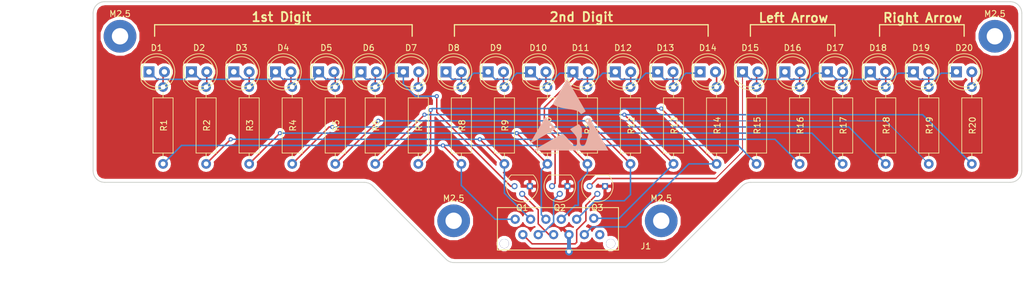
<source format=kicad_pcb>
(kicad_pcb (version 4) (host pcbnew 4.0.6)

  (general
    (links 66)
    (no_connects 0)
    (area 129.818001 76.708 306.395543 127.922001)
    (thickness 1.6)
    (drawings 37)
    (tracks 254)
    (zones 0)
    (modules 49)
    (nets 35)
  )

  (page A4)
  (layers
    (0 F.Cu signal)
    (31 B.Cu signal)
    (34 B.Paste user)
    (35 F.Paste user)
    (36 B.SilkS user)
    (37 F.SilkS user)
    (38 B.Mask user)
    (39 F.Mask user)
    (40 Dwgs.User user)
    (41 Cmts.User user)
    (42 Eco1.User user)
    (43 Eco2.User user)
    (44 Edge.Cuts user)
    (45 Margin user)
  )

  (setup
    (last_trace_width 0.1524)
    (trace_clearance 0.1524)
    (zone_clearance 0.508)
    (zone_45_only no)
    (trace_min 0.1524)
    (segment_width 0.2)
    (edge_width 0.2)
    (via_size 0.6858)
    (via_drill 0.3302)
    (via_min_size 0.6858)
    (via_min_drill 0.3302)
    (uvia_size 0.762)
    (uvia_drill 0.508)
    (uvias_allowed no)
    (uvia_min_size 0)
    (uvia_min_drill 0)
    (pcb_text_width 0.3)
    (pcb_text_size 1.5 1.5)
    (mod_edge_width 0.15)
    (mod_text_size 1 1)
    (mod_text_width 0.15)
    (pad_size 8.6 8.6)
    (pad_drill 4.3)
    (pad_to_mask_clearance 0.2)
    (aux_axis_origin 0 0)
    (visible_elements 7FFFCF7F)
    (pcbplotparams
      (layerselection 0x030f0_80000001)
      (usegerberextensions false)
      (excludeedgelayer true)
      (linewidth 0.100000)
      (plotframeref false)
      (viasonmask false)
      (mode 1)
      (useauxorigin false)
      (hpglpennumber 1)
      (hpglpenspeed 20)
      (hpglpendiameter 15)
      (hpglpenoverlay 2)
      (psnegative false)
      (psa4output false)
      (plotreference true)
      (plotvalue true)
      (plotinvisibletext false)
      (padsonsilk false)
      (subtractmaskfromsilk false)
      (outputformat 1)
      (mirror false)
      (drillshape 0)
      (scaleselection 1)
      (outputdirectory Gerbers/))
  )

  (net 0 "")
  (net 1 "Net-(D1-Pad1)")
  (net 2 "Net-(D1-Pad2)")
  (net 3 "Net-(D2-Pad2)")
  (net 4 "Net-(D3-Pad2)")
  (net 5 "Net-(D4-Pad2)")
  (net 6 "Net-(D5-Pad2)")
  (net 7 "Net-(D6-Pad2)")
  (net 8 "Net-(D7-Pad2)")
  (net 9 "Net-(D10-Pad1)")
  (net 10 "Net-(D8-Pad2)")
  (net 11 "Net-(D9-Pad2)")
  (net 12 "Net-(D10-Pad2)")
  (net 13 "Net-(D11-Pad2)")
  (net 14 "Net-(D12-Pad2)")
  (net 15 "Net-(D13-Pad2)")
  (net 16 "Net-(D14-Pad2)")
  (net 17 "Net-(D15-Pad1)")
  (net 18 "Net-(D15-Pad2)")
  (net 19 "Net-(D16-Pad2)")
  (net 20 "Net-(D17-Pad2)")
  (net 21 /CKC)
  (net 22 /A)
  (net 23 /CKB)
  (net 24 /B)
  (net 25 /CKA)
  (net 26 /C)
  (net 27 /GND)
  (net 28 /D)
  (net 29 /G)
  (net 30 /E)
  (net 31 /F)
  (net 32 "Net-(D18-Pad2)")
  (net 33 "Net-(D19-Pad2)")
  (net 34 "Net-(D20-Pad2)")

  (net_class Default "This is the default net class."
    (clearance 0.1524)
    (trace_width 0.1524)
    (via_dia 0.6858)
    (via_drill 0.3302)
    (uvia_dia 0.762)
    (uvia_drill 0.508)
    (add_net /A)
    (add_net /B)
    (add_net /C)
    (add_net /CKA)
    (add_net /CKB)
    (add_net /CKC)
    (add_net /D)
    (add_net /E)
    (add_net /F)
    (add_net /G)
    (add_net /GND)
    (add_net "Net-(D1-Pad1)")
    (add_net "Net-(D1-Pad2)")
    (add_net "Net-(D10-Pad1)")
    (add_net "Net-(D10-Pad2)")
    (add_net "Net-(D11-Pad2)")
    (add_net "Net-(D12-Pad2)")
    (add_net "Net-(D13-Pad2)")
    (add_net "Net-(D14-Pad2)")
    (add_net "Net-(D15-Pad1)")
    (add_net "Net-(D15-Pad2)")
    (add_net "Net-(D16-Pad2)")
    (add_net "Net-(D17-Pad2)")
    (add_net "Net-(D18-Pad2)")
    (add_net "Net-(D19-Pad2)")
    (add_net "Net-(D2-Pad2)")
    (add_net "Net-(D20-Pad2)")
    (add_net "Net-(D3-Pad2)")
    (add_net "Net-(D4-Pad2)")
    (add_net "Net-(D5-Pad2)")
    (add_net "Net-(D6-Pad2)")
    (add_net "Net-(D7-Pad2)")
    (add_net "Net-(D8-Pad2)")
    (add_net "Net-(D9-Pad2)")
  )

  (module Extra-Parts:Picofit-12 (layer F.Cu) (tedit 59112A32) (tstamp 59122135)
    (at 221.772404 113.89448 90)
    (path /58C378F9)
    (fp_text reference J1 (at -3.32652 14.955596 180) (layer F.SilkS)
      (effects (font (size 1 1) (thickness 0.15)))
    )
    (fp_text value CONN_02X06 (at -5.23152 3.525596 180) (layer F.Fab)
      (effects (font (size 1 1) (thickness 0.15)))
    )
    (fp_line (start 3.03848 10.428596) (end -3.96152 10.428596) (layer F.SilkS) (width 0.15))
    (fp_line (start 3.03848 -9.571404) (end 3.03848 10.428596) (layer F.SilkS) (width 0.15))
    (fp_line (start -3.96152 -9.571404) (end 3.03848 -9.571404) (layer F.SilkS) (width 0.15))
    (fp_line (start -3.96152 10.428596) (end -3.96152 -9.571404) (layer F.SilkS) (width 0.15))
    (pad 11 thru_hole circle (at -1.42152 7.335596 180) (size 1.524 1.524) (drill 0.8) (layers *.Cu *.Mask))
    (pad 12 thru_hole circle (at 1.27 6.35 180) (size 1.524 1.524) (drill 0.8) (layers *.Cu *.Mask)
      (net 31 /F))
    (pad 9 thru_hole circle (at -1.42152 4.795596 180) (size 1.524 1.524) (drill 0.8) (layers *.Cu *.Mask)
      (net 29 /G))
    (pad 10 thru_hole circle (at 1.11848 3.525596 180) (size 1.524 1.524) (drill 0.8) (layers *.Cu *.Mask)
      (net 30 /E))
    (pad 7 thru_hole circle (at -1.42152 2.255596 180) (size 1.524 1.524) (drill 0.8) (layers *.Cu *.Mask)
      (net 27 /GND))
    (pad 8 thru_hole circle (at 1.11848 0.985596 180) (size 1.524 1.524) (drill 0.8) (layers *.Cu *.Mask)
      (net 28 /D))
    (pad 5 thru_hole circle (at -1.42152 -0.284404 180) (size 1.524 1.524) (drill 0.8) (layers *.Cu *.Mask)
      (net 25 /CKA))
    (pad 6 thru_hole circle (at 1.11848 -1.554404 180) (size 1.524 1.524) (drill 0.8) (layers *.Cu *.Mask)
      (net 26 /C))
    (pad 3 thru_hole circle (at -1.42152 -2.824404 180) (size 1.524 1.524) (drill 0.8) (layers *.Cu *.Mask)
      (net 23 /CKB))
    (pad 4 thru_hole circle (at 1.11848 -4.094404 180) (size 1.524 1.524) (drill 0.8) (layers *.Cu *.Mask)
      (net 24 /B))
    (pad 1 thru_hole circle (at -1.42152 -5.364404 180) (size 1.524 1.524) (drill 0.8) (layers *.Cu *.Mask)
      (net 21 /CKC))
    (pad 2 thru_hole circle (at 1.11848 -6.634404 180) (size 1.524 1.524) (drill 0.8) (layers *.Cu *.Mask)
      (net 22 /A))
    (pad "" np_thru_hole circle (at -2.90152 -8.434404 180) (size 1.524 1.524) (drill 1.5) (layers *.Cu *.Mask))
    (pad "" np_thru_hole circle (at -2.90152 9.135596 180) (size 1.524 1.524) (drill 1.5) (layers *.Cu *.Mask))
  )

  (module LEDs:LED_D5.0mm (layer F.Cu) (tedit 587A3A7B) (tstamp 58C2F7EA)
    (at 238.68749 88.425999)
    (descr "LED, diameter 5.0mm, 2 pins, http://cdn-reichelt.de/documents/datenblatt/A500/LL-504BC2E-009.pdf")
    (tags "LED diameter 5.0mm 2 pins")
    (path /58C2EB92)
    (fp_text reference D13 (at 1.27 -3.96) (layer F.SilkS)
      (effects (font (size 1 1) (thickness 0.15)))
    )
    (fp_text value LED (at 1.27 3.96) (layer F.Fab)
      (effects (font (size 1 1) (thickness 0.15)))
    )
    (fp_arc (start 1.27 0) (end -1.23 -1.469694) (angle 299.1) (layer F.Fab) (width 0.1))
    (fp_arc (start 1.27 0) (end -1.29 -1.54483) (angle 148.9) (layer F.SilkS) (width 0.12))
    (fp_arc (start 1.27 0) (end -1.29 1.54483) (angle -148.9) (layer F.SilkS) (width 0.12))
    (fp_circle (center 1.27 0) (end 3.77 0) (layer F.Fab) (width 0.1))
    (fp_circle (center 1.27 0) (end 3.77 0) (layer F.SilkS) (width 0.12))
    (fp_line (start -1.23 -1.469694) (end -1.23 1.469694) (layer F.Fab) (width 0.1))
    (fp_line (start -1.29 -1.545) (end -1.29 1.545) (layer F.SilkS) (width 0.12))
    (fp_line (start -1.95 -3.25) (end -1.95 3.25) (layer F.CrtYd) (width 0.05))
    (fp_line (start -1.95 3.25) (end 4.5 3.25) (layer F.CrtYd) (width 0.05))
    (fp_line (start 4.5 3.25) (end 4.5 -3.25) (layer F.CrtYd) (width 0.05))
    (fp_line (start 4.5 -3.25) (end -1.95 -3.25) (layer F.CrtYd) (width 0.05))
    (pad 1 thru_hole rect (at 0 0) (size 1.8 1.8) (drill 0.9) (layers *.Cu *.Mask)
      (net 9 "Net-(D10-Pad1)"))
    (pad 2 thru_hole circle (at 2.54 0) (size 1.8 1.8) (drill 0.9) (layers *.Cu *.Mask)
      (net 15 "Net-(D13-Pad2)"))
    (model LEDs.3dshapes/LED_D5.0mm.wrl
      (at (xyz 0 0 0))
      (scale (xyz 0.393701 0.393701 0.393701))
      (rotate (xyz 0 0 0))
    )
  )

  (module LEDs:LED_D5.0mm (layer F.Cu) (tedit 587A3A7B) (tstamp 58C2F7C6)
    (at 196.668746 88.425999)
    (descr "LED, diameter 5.0mm, 2 pins, http://cdn-reichelt.de/documents/datenblatt/A500/LL-504BC2E-009.pdf")
    (tags "LED diameter 5.0mm 2 pins")
    (path /58C2E560)
    (fp_text reference D7 (at 1.27 -3.96) (layer F.SilkS)
      (effects (font (size 1 1) (thickness 0.15)))
    )
    (fp_text value LED (at 1.27 3.96) (layer F.Fab)
      (effects (font (size 1 1) (thickness 0.15)))
    )
    (fp_arc (start 1.27 0) (end -1.23 -1.469694) (angle 299.1) (layer F.Fab) (width 0.1))
    (fp_arc (start 1.27 0) (end -1.29 -1.54483) (angle 148.9) (layer F.SilkS) (width 0.12))
    (fp_arc (start 1.27 0) (end -1.29 1.54483) (angle -148.9) (layer F.SilkS) (width 0.12))
    (fp_circle (center 1.27 0) (end 3.77 0) (layer F.Fab) (width 0.1))
    (fp_circle (center 1.27 0) (end 3.77 0) (layer F.SilkS) (width 0.12))
    (fp_line (start -1.23 -1.469694) (end -1.23 1.469694) (layer F.Fab) (width 0.1))
    (fp_line (start -1.29 -1.545) (end -1.29 1.545) (layer F.SilkS) (width 0.12))
    (fp_line (start -1.95 -3.25) (end -1.95 3.25) (layer F.CrtYd) (width 0.05))
    (fp_line (start -1.95 3.25) (end 4.5 3.25) (layer F.CrtYd) (width 0.05))
    (fp_line (start 4.5 3.25) (end 4.5 -3.25) (layer F.CrtYd) (width 0.05))
    (fp_line (start 4.5 -3.25) (end -1.95 -3.25) (layer F.CrtYd) (width 0.05))
    (pad 1 thru_hole rect (at 0 0) (size 1.8 1.8) (drill 0.9) (layers *.Cu *.Mask)
      (net 1 "Net-(D1-Pad1)"))
    (pad 2 thru_hole circle (at 2.54 0) (size 1.8 1.8) (drill 0.9) (layers *.Cu *.Mask)
      (net 8 "Net-(D7-Pad2)"))
    (model LEDs.3dshapes/LED_D5.0mm.wrl
      (at (xyz 0 0 0))
      (scale (xyz 0.393701 0.393701 0.393701))
      (rotate (xyz 0 0 0))
    )
  )

  (module Resistors_THT:R_Axial_DIN0309_L9.0mm_D3.2mm_P12.70mm_Horizontal placed (layer F.Cu) (tedit 5874F706) (tstamp 58C2F857)
    (at 206.248 90.932 270)
    (descr "Resistor, Axial_DIN0309 series, Axial, Horizontal, pin pitch=12.7mm, 0.5W = 1/2W, length*diameter=9*3.2mm^2, http://cdn-reichelt.de/documents/datenblatt/B400/1_4W%23YAG.pdf")
    (tags "Resistor Axial_DIN0309 series Axial Horizontal pin pitch 12.7mm 0.5W = 1/2W length 9mm diameter 3.2mm")
    (path /58C2EB9E)
    (fp_text reference R8 (at 6.35 -0.12 270) (layer F.SilkS)
      (effects (font (size 1 1) (thickness 0.15)))
    )
    (fp_text value R (at 6.35 2.66 270) (layer F.Fab)
      (effects (font (size 1 1) (thickness 0.15)))
    )
    (fp_line (start 1.85 -1.6) (end 1.85 1.6) (layer F.Fab) (width 0.1))
    (fp_line (start 1.85 1.6) (end 10.85 1.6) (layer F.Fab) (width 0.1))
    (fp_line (start 10.85 1.6) (end 10.85 -1.6) (layer F.Fab) (width 0.1))
    (fp_line (start 10.85 -1.6) (end 1.85 -1.6) (layer F.Fab) (width 0.1))
    (fp_line (start 0 0) (end 1.85 0) (layer F.Fab) (width 0.1))
    (fp_line (start 12.7 0) (end 10.85 0) (layer F.Fab) (width 0.1))
    (fp_line (start 1.79 -1.66) (end 1.79 1.66) (layer F.SilkS) (width 0.12))
    (fp_line (start 1.79 1.66) (end 10.91 1.66) (layer F.SilkS) (width 0.12))
    (fp_line (start 10.91 1.66) (end 10.91 -1.66) (layer F.SilkS) (width 0.12))
    (fp_line (start 10.91 -1.66) (end 1.79 -1.66) (layer F.SilkS) (width 0.12))
    (fp_line (start 0.98 0) (end 1.79 0) (layer F.SilkS) (width 0.12))
    (fp_line (start 11.72 0) (end 10.91 0) (layer F.SilkS) (width 0.12))
    (fp_line (start -1.05 -1.95) (end -1.05 1.95) (layer F.CrtYd) (width 0.05))
    (fp_line (start -1.05 1.95) (end 13.75 1.95) (layer F.CrtYd) (width 0.05))
    (fp_line (start 13.75 1.95) (end 13.75 -1.95) (layer F.CrtYd) (width 0.05))
    (fp_line (start 13.75 -1.95) (end -1.05 -1.95) (layer F.CrtYd) (width 0.05))
    (pad 1 thru_hole circle (at 0 0 270) (size 1.6 1.6) (drill 0.8) (layers *.Cu *.Mask)
      (net 10 "Net-(D8-Pad2)"))
    (pad 2 thru_hole oval (at 12.7 0 270) (size 1.6 1.6) (drill 0.8) (layers *.Cu *.Mask)
      (net 22 /A))
    (model Resistors_THT.3dshapes/R_Axial_DIN0309_L9.0mm_D3.2mm_P12.70mm_Horizontal.wrl
      (at (xyz 0 0 0))
      (scale (xyz 0.393701 0.393701 0.393701))
      (rotate (xyz 0 0 0))
    )
  )

  (module LEDs:LED_D5.0mm (layer F.Cu) (tedit 587A3A7B) (tstamp 58C2F7A2)
    (at 154.650002 88.425999)
    (descr "LED, diameter 5.0mm, 2 pins, http://cdn-reichelt.de/documents/datenblatt/A500/LL-504BC2E-009.pdf")
    (tags "LED diameter 5.0mm 2 pins")
    (path /58C2E1D5)
    (fp_text reference D1 (at 1.27 -3.96) (layer F.SilkS)
      (effects (font (size 1 1) (thickness 0.15)))
    )
    (fp_text value LED (at 1.27 3.96) (layer F.Fab)
      (effects (font (size 1 1) (thickness 0.15)))
    )
    (fp_arc (start 1.27 0) (end -1.23 -1.469694) (angle 299.1) (layer F.Fab) (width 0.1))
    (fp_arc (start 1.27 0) (end -1.29 -1.54483) (angle 148.9) (layer F.SilkS) (width 0.12))
    (fp_arc (start 1.27 0) (end -1.29 1.54483) (angle -148.9) (layer F.SilkS) (width 0.12))
    (fp_circle (center 1.27 0) (end 3.77 0) (layer F.Fab) (width 0.1))
    (fp_circle (center 1.27 0) (end 3.77 0) (layer F.SilkS) (width 0.12))
    (fp_line (start -1.23 -1.469694) (end -1.23 1.469694) (layer F.Fab) (width 0.1))
    (fp_line (start -1.29 -1.545) (end -1.29 1.545) (layer F.SilkS) (width 0.12))
    (fp_line (start -1.95 -3.25) (end -1.95 3.25) (layer F.CrtYd) (width 0.05))
    (fp_line (start -1.95 3.25) (end 4.5 3.25) (layer F.CrtYd) (width 0.05))
    (fp_line (start 4.5 3.25) (end 4.5 -3.25) (layer F.CrtYd) (width 0.05))
    (fp_line (start 4.5 -3.25) (end -1.95 -3.25) (layer F.CrtYd) (width 0.05))
    (pad 1 thru_hole rect (at 0 0) (size 1.8 1.8) (drill 0.9) (layers *.Cu *.Mask)
      (net 1 "Net-(D1-Pad1)"))
    (pad 2 thru_hole circle (at 2.54 0) (size 1.8 1.8) (drill 0.9) (layers *.Cu *.Mask)
      (net 2 "Net-(D1-Pad2)"))
    (model LEDs.3dshapes/LED_D5.0mm.wrl
      (at (xyz 0 0 0))
      (scale (xyz 0.393701 0.393701 0.393701))
      (rotate (xyz 0 0 0))
    )
  )

  (module LEDs:LED_D5.0mm (layer F.Cu) (tedit 587A3A7B) (tstamp 58C2F7A8)
    (at 161.653126 88.425999)
    (descr "LED, diameter 5.0mm, 2 pins, http://cdn-reichelt.de/documents/datenblatt/A500/LL-504BC2E-009.pdf")
    (tags "LED diameter 5.0mm 2 pins")
    (path /58C2E37F)
    (fp_text reference D2 (at 1.27 -3.96) (layer F.SilkS)
      (effects (font (size 1 1) (thickness 0.15)))
    )
    (fp_text value LED (at 1.27 3.96) (layer F.Fab)
      (effects (font (size 1 1) (thickness 0.15)))
    )
    (fp_arc (start 1.27 0) (end -1.23 -1.469694) (angle 299.1) (layer F.Fab) (width 0.1))
    (fp_arc (start 1.27 0) (end -1.29 -1.54483) (angle 148.9) (layer F.SilkS) (width 0.12))
    (fp_arc (start 1.27 0) (end -1.29 1.54483) (angle -148.9) (layer F.SilkS) (width 0.12))
    (fp_circle (center 1.27 0) (end 3.77 0) (layer F.Fab) (width 0.1))
    (fp_circle (center 1.27 0) (end 3.77 0) (layer F.SilkS) (width 0.12))
    (fp_line (start -1.23 -1.469694) (end -1.23 1.469694) (layer F.Fab) (width 0.1))
    (fp_line (start -1.29 -1.545) (end -1.29 1.545) (layer F.SilkS) (width 0.12))
    (fp_line (start -1.95 -3.25) (end -1.95 3.25) (layer F.CrtYd) (width 0.05))
    (fp_line (start -1.95 3.25) (end 4.5 3.25) (layer F.CrtYd) (width 0.05))
    (fp_line (start 4.5 3.25) (end 4.5 -3.25) (layer F.CrtYd) (width 0.05))
    (fp_line (start 4.5 -3.25) (end -1.95 -3.25) (layer F.CrtYd) (width 0.05))
    (pad 1 thru_hole rect (at 0 0) (size 1.8 1.8) (drill 0.9) (layers *.Cu *.Mask)
      (net 1 "Net-(D1-Pad1)"))
    (pad 2 thru_hole circle (at 2.54 0) (size 1.8 1.8) (drill 0.9) (layers *.Cu *.Mask)
      (net 3 "Net-(D2-Pad2)"))
    (model LEDs.3dshapes/LED_D5.0mm.wrl
      (at (xyz 0 0 0))
      (scale (xyz 0.393701 0.393701 0.393701))
      (rotate (xyz 0 0 0))
    )
  )

  (module LEDs:LED_D5.0mm locked (layer F.Cu) (tedit 587A3A7B) (tstamp 58C2F7AE)
    (at 168.65625 88.425999)
    (descr "LED, diameter 5.0mm, 2 pins, http://cdn-reichelt.de/documents/datenblatt/A500/LL-504BC2E-009.pdf")
    (tags "LED diameter 5.0mm 2 pins")
    (path /58C2E45E)
    (fp_text reference D3 (at 1.27 -3.96) (layer F.SilkS)
      (effects (font (size 1 1) (thickness 0.15)))
    )
    (fp_text value LED (at 1.27 3.96) (layer F.Fab)
      (effects (font (size 1 1) (thickness 0.15)))
    )
    (fp_arc (start 1.27 0) (end -1.23 -1.469694) (angle 299.1) (layer F.Fab) (width 0.1))
    (fp_arc (start 1.27 0) (end -1.29 -1.54483) (angle 148.9) (layer F.SilkS) (width 0.12))
    (fp_arc (start 1.27 0) (end -1.29 1.54483) (angle -148.9) (layer F.SilkS) (width 0.12))
    (fp_circle (center 1.27 0) (end 3.77 0) (layer F.Fab) (width 0.1))
    (fp_circle (center 1.27 0) (end 3.77 0) (layer F.SilkS) (width 0.12))
    (fp_line (start -1.23 -1.469694) (end -1.23 1.469694) (layer F.Fab) (width 0.1))
    (fp_line (start -1.29 -1.545) (end -1.29 1.545) (layer F.SilkS) (width 0.12))
    (fp_line (start -1.95 -3.25) (end -1.95 3.25) (layer F.CrtYd) (width 0.05))
    (fp_line (start -1.95 3.25) (end 4.5 3.25) (layer F.CrtYd) (width 0.05))
    (fp_line (start 4.5 3.25) (end 4.5 -3.25) (layer F.CrtYd) (width 0.05))
    (fp_line (start 4.5 -3.25) (end -1.95 -3.25) (layer F.CrtYd) (width 0.05))
    (pad 1 thru_hole rect (at 0 0) (size 1.8 1.8) (drill 0.9) (layers *.Cu *.Mask)
      (net 1 "Net-(D1-Pad1)"))
    (pad 2 thru_hole circle (at 2.54 0) (size 1.8 1.8) (drill 0.9) (layers *.Cu *.Mask)
      (net 4 "Net-(D3-Pad2)"))
    (model LEDs.3dshapes/LED_D5.0mm.wrl
      (at (xyz 0 0 0))
      (scale (xyz 0.393701 0.393701 0.393701))
      (rotate (xyz 0 0 0))
    )
  )

  (module LEDs:LED_D5.0mm (layer F.Cu) (tedit 587A3A7B) (tstamp 58C2F7B4)
    (at 175.550498 88.425999)
    (descr "LED, diameter 5.0mm, 2 pins, http://cdn-reichelt.de/documents/datenblatt/A500/LL-504BC2E-009.pdf")
    (tags "LED diameter 5.0mm 2 pins")
    (path /58C2E485)
    (fp_text reference D4 (at 1.27 -3.96) (layer F.SilkS)
      (effects (font (size 1 1) (thickness 0.15)))
    )
    (fp_text value LED (at 1.27 3.96) (layer F.Fab)
      (effects (font (size 1 1) (thickness 0.15)))
    )
    (fp_arc (start 1.27 0) (end -1.23 -1.469694) (angle 299.1) (layer F.Fab) (width 0.1))
    (fp_arc (start 1.27 0) (end -1.29 -1.54483) (angle 148.9) (layer F.SilkS) (width 0.12))
    (fp_arc (start 1.27 0) (end -1.29 1.54483) (angle -148.9) (layer F.SilkS) (width 0.12))
    (fp_circle (center 1.27 0) (end 3.77 0) (layer F.Fab) (width 0.1))
    (fp_circle (center 1.27 0) (end 3.77 0) (layer F.SilkS) (width 0.12))
    (fp_line (start -1.23 -1.469694) (end -1.23 1.469694) (layer F.Fab) (width 0.1))
    (fp_line (start -1.29 -1.545) (end -1.29 1.545) (layer F.SilkS) (width 0.12))
    (fp_line (start -1.95 -3.25) (end -1.95 3.25) (layer F.CrtYd) (width 0.05))
    (fp_line (start -1.95 3.25) (end 4.5 3.25) (layer F.CrtYd) (width 0.05))
    (fp_line (start 4.5 3.25) (end 4.5 -3.25) (layer F.CrtYd) (width 0.05))
    (fp_line (start 4.5 -3.25) (end -1.95 -3.25) (layer F.CrtYd) (width 0.05))
    (pad 1 thru_hole rect (at 0 0) (size 1.8 1.8) (drill 0.9) (layers *.Cu *.Mask)
      (net 1 "Net-(D1-Pad1)"))
    (pad 2 thru_hole circle (at 2.54 0) (size 1.8 1.8) (drill 0.9) (layers *.Cu *.Mask)
      (net 5 "Net-(D4-Pad2)"))
    (model LEDs.3dshapes/LED_D5.0mm.wrl
      (at (xyz 0 0 0))
      (scale (xyz 0.393701 0.393701 0.393701))
      (rotate (xyz 0 0 0))
    )
  )

  (module LEDs:LED_D5.0mm (layer F.Cu) (tedit 587A3A7B) (tstamp 58C2F7BA)
    (at 182.662498 88.425999)
    (descr "LED, diameter 5.0mm, 2 pins, http://cdn-reichelt.de/documents/datenblatt/A500/LL-504BC2E-009.pdf")
    (tags "LED diameter 5.0mm 2 pins")
    (path /58C2E4B0)
    (fp_text reference D5 (at 1.27 -3.96) (layer F.SilkS)
      (effects (font (size 1 1) (thickness 0.15)))
    )
    (fp_text value LED (at 1.27 3.96) (layer F.Fab)
      (effects (font (size 1 1) (thickness 0.15)))
    )
    (fp_arc (start 1.27 0) (end -1.23 -1.469694) (angle 299.1) (layer F.Fab) (width 0.1))
    (fp_arc (start 1.27 0) (end -1.29 -1.54483) (angle 148.9) (layer F.SilkS) (width 0.12))
    (fp_arc (start 1.27 0) (end -1.29 1.54483) (angle -148.9) (layer F.SilkS) (width 0.12))
    (fp_circle (center 1.27 0) (end 3.77 0) (layer F.Fab) (width 0.1))
    (fp_circle (center 1.27 0) (end 3.77 0) (layer F.SilkS) (width 0.12))
    (fp_line (start -1.23 -1.469694) (end -1.23 1.469694) (layer F.Fab) (width 0.1))
    (fp_line (start -1.29 -1.545) (end -1.29 1.545) (layer F.SilkS) (width 0.12))
    (fp_line (start -1.95 -3.25) (end -1.95 3.25) (layer F.CrtYd) (width 0.05))
    (fp_line (start -1.95 3.25) (end 4.5 3.25) (layer F.CrtYd) (width 0.05))
    (fp_line (start 4.5 3.25) (end 4.5 -3.25) (layer F.CrtYd) (width 0.05))
    (fp_line (start 4.5 -3.25) (end -1.95 -3.25) (layer F.CrtYd) (width 0.05))
    (pad 1 thru_hole rect (at 0 0) (size 1.8 1.8) (drill 0.9) (layers *.Cu *.Mask)
      (net 1 "Net-(D1-Pad1)"))
    (pad 2 thru_hole circle (at 2.54 0) (size 1.8 1.8) (drill 0.9) (layers *.Cu *.Mask)
      (net 6 "Net-(D5-Pad2)"))
    (model LEDs.3dshapes/LED_D5.0mm.wrl
      (at (xyz 0 0 0))
      (scale (xyz 0.393701 0.393701 0.393701))
      (rotate (xyz 0 0 0))
    )
  )

  (module LEDs:LED_D5.0mm (layer F.Cu) (tedit 587A3A7B) (tstamp 58C2F7C0)
    (at 189.665622 88.425999)
    (descr "LED, diameter 5.0mm, 2 pins, http://cdn-reichelt.de/documents/datenblatt/A500/LL-504BC2E-009.pdf")
    (tags "LED diameter 5.0mm 2 pins")
    (path /58C2E4D9)
    (fp_text reference D6 (at 1.27 -3.96) (layer F.SilkS)
      (effects (font (size 1 1) (thickness 0.15)))
    )
    (fp_text value LED (at 1.27 3.96) (layer F.Fab)
      (effects (font (size 1 1) (thickness 0.15)))
    )
    (fp_arc (start 1.27 0) (end -1.23 -1.469694) (angle 299.1) (layer F.Fab) (width 0.1))
    (fp_arc (start 1.27 0) (end -1.29 -1.54483) (angle 148.9) (layer F.SilkS) (width 0.12))
    (fp_arc (start 1.27 0) (end -1.29 1.54483) (angle -148.9) (layer F.SilkS) (width 0.12))
    (fp_circle (center 1.27 0) (end 3.77 0) (layer F.Fab) (width 0.1))
    (fp_circle (center 1.27 0) (end 3.77 0) (layer F.SilkS) (width 0.12))
    (fp_line (start -1.23 -1.469694) (end -1.23 1.469694) (layer F.Fab) (width 0.1))
    (fp_line (start -1.29 -1.545) (end -1.29 1.545) (layer F.SilkS) (width 0.12))
    (fp_line (start -1.95 -3.25) (end -1.95 3.25) (layer F.CrtYd) (width 0.05))
    (fp_line (start -1.95 3.25) (end 4.5 3.25) (layer F.CrtYd) (width 0.05))
    (fp_line (start 4.5 3.25) (end 4.5 -3.25) (layer F.CrtYd) (width 0.05))
    (fp_line (start 4.5 -3.25) (end -1.95 -3.25) (layer F.CrtYd) (width 0.05))
    (pad 1 thru_hole rect (at 0 0) (size 1.8 1.8) (drill 0.9) (layers *.Cu *.Mask)
      (net 1 "Net-(D1-Pad1)"))
    (pad 2 thru_hole circle (at 2.54 0) (size 1.8 1.8) (drill 0.9) (layers *.Cu *.Mask)
      (net 7 "Net-(D6-Pad2)"))
    (model LEDs.3dshapes/LED_D5.0mm.wrl
      (at (xyz 0 0 0))
      (scale (xyz 0.393701 0.393701 0.393701))
      (rotate (xyz 0 0 0))
    )
  )

  (module LEDs:LED_D5.0mm (layer F.Cu) (tedit 587A3A7B) (tstamp 58C2F7CC)
    (at 203.708 88.425999)
    (descr "LED, diameter 5.0mm, 2 pins, http://cdn-reichelt.de/documents/datenblatt/A500/LL-504BC2E-009.pdf")
    (tags "LED diameter 5.0mm 2 pins")
    (path /58C2EB74)
    (fp_text reference D8 (at 1.27 -3.96) (layer F.SilkS)
      (effects (font (size 1 1) (thickness 0.15)))
    )
    (fp_text value LED (at 1.27 3.96) (layer F.Fab)
      (effects (font (size 1 1) (thickness 0.15)))
    )
    (fp_arc (start 1.27 0) (end -1.23 -1.469694) (angle 299.1) (layer F.Fab) (width 0.1))
    (fp_arc (start 1.27 0) (end -1.29 -1.54483) (angle 148.9) (layer F.SilkS) (width 0.12))
    (fp_arc (start 1.27 0) (end -1.29 1.54483) (angle -148.9) (layer F.SilkS) (width 0.12))
    (fp_circle (center 1.27 0) (end 3.77 0) (layer F.Fab) (width 0.1))
    (fp_circle (center 1.27 0) (end 3.77 0) (layer F.SilkS) (width 0.12))
    (fp_line (start -1.23 -1.469694) (end -1.23 1.469694) (layer F.Fab) (width 0.1))
    (fp_line (start -1.29 -1.545) (end -1.29 1.545) (layer F.SilkS) (width 0.12))
    (fp_line (start -1.95 -3.25) (end -1.95 3.25) (layer F.CrtYd) (width 0.05))
    (fp_line (start -1.95 3.25) (end 4.5 3.25) (layer F.CrtYd) (width 0.05))
    (fp_line (start 4.5 3.25) (end 4.5 -3.25) (layer F.CrtYd) (width 0.05))
    (fp_line (start 4.5 -3.25) (end -1.95 -3.25) (layer F.CrtYd) (width 0.05))
    (pad 1 thru_hole rect (at 0 0) (size 1.8 1.8) (drill 0.9) (layers *.Cu *.Mask)
      (net 9 "Net-(D10-Pad1)"))
    (pad 2 thru_hole circle (at 2.54 0) (size 1.8 1.8) (drill 0.9) (layers *.Cu *.Mask)
      (net 10 "Net-(D8-Pad2)"))
    (model LEDs.3dshapes/LED_D5.0mm.wrl
      (at (xyz 0 0 0))
      (scale (xyz 0.393701 0.393701 0.393701))
      (rotate (xyz 0 0 0))
    )
  )

  (module LEDs:LED_D5.0mm (layer F.Cu) (tedit 587A3A7B) (tstamp 58C2F7D2)
    (at 210.674994 88.425999)
    (descr "LED, diameter 5.0mm, 2 pins, http://cdn-reichelt.de/documents/datenblatt/A500/LL-504BC2E-009.pdf")
    (tags "LED diameter 5.0mm 2 pins")
    (path /58C2EB7A)
    (fp_text reference D9 (at 1.27 -3.96) (layer F.SilkS)
      (effects (font (size 1 1) (thickness 0.15)))
    )
    (fp_text value LED (at 1.27 3.96) (layer F.Fab)
      (effects (font (size 1 1) (thickness 0.15)))
    )
    (fp_arc (start 1.27 0) (end -1.23 -1.469694) (angle 299.1) (layer F.Fab) (width 0.1))
    (fp_arc (start 1.27 0) (end -1.29 -1.54483) (angle 148.9) (layer F.SilkS) (width 0.12))
    (fp_arc (start 1.27 0) (end -1.29 1.54483) (angle -148.9) (layer F.SilkS) (width 0.12))
    (fp_circle (center 1.27 0) (end 3.77 0) (layer F.Fab) (width 0.1))
    (fp_circle (center 1.27 0) (end 3.77 0) (layer F.SilkS) (width 0.12))
    (fp_line (start -1.23 -1.469694) (end -1.23 1.469694) (layer F.Fab) (width 0.1))
    (fp_line (start -1.29 -1.545) (end -1.29 1.545) (layer F.SilkS) (width 0.12))
    (fp_line (start -1.95 -3.25) (end -1.95 3.25) (layer F.CrtYd) (width 0.05))
    (fp_line (start -1.95 3.25) (end 4.5 3.25) (layer F.CrtYd) (width 0.05))
    (fp_line (start 4.5 3.25) (end 4.5 -3.25) (layer F.CrtYd) (width 0.05))
    (fp_line (start 4.5 -3.25) (end -1.95 -3.25) (layer F.CrtYd) (width 0.05))
    (pad 1 thru_hole rect (at 0 0) (size 1.8 1.8) (drill 0.9) (layers *.Cu *.Mask)
      (net 9 "Net-(D10-Pad1)"))
    (pad 2 thru_hole circle (at 2.54 0) (size 1.8 1.8) (drill 0.9) (layers *.Cu *.Mask)
      (net 11 "Net-(D9-Pad2)"))
    (model LEDs.3dshapes/LED_D5.0mm.wrl
      (at (xyz 0 0 0))
      (scale (xyz 0.393701 0.393701 0.393701))
      (rotate (xyz 0 0 0))
    )
  )

  (module LEDs:LED_D5.0mm (layer F.Cu) (tedit 587A3A7B) (tstamp 58C2F7D8)
    (at 217.678118 88.425999)
    (descr "LED, diameter 5.0mm, 2 pins, http://cdn-reichelt.de/documents/datenblatt/A500/LL-504BC2E-009.pdf")
    (tags "LED diameter 5.0mm 2 pins")
    (path /58C2EB80)
    (fp_text reference D10 (at 1.27 -3.96) (layer F.SilkS)
      (effects (font (size 1 1) (thickness 0.15)))
    )
    (fp_text value LED (at 1.27 3.96) (layer F.Fab)
      (effects (font (size 1 1) (thickness 0.15)))
    )
    (fp_arc (start 1.27 0) (end -1.23 -1.469694) (angle 299.1) (layer F.Fab) (width 0.1))
    (fp_arc (start 1.27 0) (end -1.29 -1.54483) (angle 148.9) (layer F.SilkS) (width 0.12))
    (fp_arc (start 1.27 0) (end -1.29 1.54483) (angle -148.9) (layer F.SilkS) (width 0.12))
    (fp_circle (center 1.27 0) (end 3.77 0) (layer F.Fab) (width 0.1))
    (fp_circle (center 1.27 0) (end 3.77 0) (layer F.SilkS) (width 0.12))
    (fp_line (start -1.23 -1.469694) (end -1.23 1.469694) (layer F.Fab) (width 0.1))
    (fp_line (start -1.29 -1.545) (end -1.29 1.545) (layer F.SilkS) (width 0.12))
    (fp_line (start -1.95 -3.25) (end -1.95 3.25) (layer F.CrtYd) (width 0.05))
    (fp_line (start -1.95 3.25) (end 4.5 3.25) (layer F.CrtYd) (width 0.05))
    (fp_line (start 4.5 3.25) (end 4.5 -3.25) (layer F.CrtYd) (width 0.05))
    (fp_line (start 4.5 -3.25) (end -1.95 -3.25) (layer F.CrtYd) (width 0.05))
    (pad 1 thru_hole rect (at 0 0) (size 1.8 1.8) (drill 0.9) (layers *.Cu *.Mask)
      (net 9 "Net-(D10-Pad1)"))
    (pad 2 thru_hole circle (at 2.54 0) (size 1.8 1.8) (drill 0.9) (layers *.Cu *.Mask)
      (net 12 "Net-(D10-Pad2)"))
    (model LEDs.3dshapes/LED_D5.0mm.wrl
      (at (xyz 0 0 0))
      (scale (xyz 0.393701 0.393701 0.393701))
      (rotate (xyz 0 0 0))
    )
  )

  (module LEDs:LED_D5.0mm (layer F.Cu) (tedit 587A3A7B) (tstamp 58C2F7DE)
    (at 224.681242 88.425999)
    (descr "LED, diameter 5.0mm, 2 pins, http://cdn-reichelt.de/documents/datenblatt/A500/LL-504BC2E-009.pdf")
    (tags "LED diameter 5.0mm 2 pins")
    (path /58C2EB86)
    (fp_text reference D11 (at 1.27 -3.96) (layer F.SilkS)
      (effects (font (size 1 1) (thickness 0.15)))
    )
    (fp_text value LED (at 1.27 3.96) (layer F.Fab)
      (effects (font (size 1 1) (thickness 0.15)))
    )
    (fp_arc (start 1.27 0) (end -1.23 -1.469694) (angle 299.1) (layer F.Fab) (width 0.1))
    (fp_arc (start 1.27 0) (end -1.29 -1.54483) (angle 148.9) (layer F.SilkS) (width 0.12))
    (fp_arc (start 1.27 0) (end -1.29 1.54483) (angle -148.9) (layer F.SilkS) (width 0.12))
    (fp_circle (center 1.27 0) (end 3.77 0) (layer F.Fab) (width 0.1))
    (fp_circle (center 1.27 0) (end 3.77 0) (layer F.SilkS) (width 0.12))
    (fp_line (start -1.23 -1.469694) (end -1.23 1.469694) (layer F.Fab) (width 0.1))
    (fp_line (start -1.29 -1.545) (end -1.29 1.545) (layer F.SilkS) (width 0.12))
    (fp_line (start -1.95 -3.25) (end -1.95 3.25) (layer F.CrtYd) (width 0.05))
    (fp_line (start -1.95 3.25) (end 4.5 3.25) (layer F.CrtYd) (width 0.05))
    (fp_line (start 4.5 3.25) (end 4.5 -3.25) (layer F.CrtYd) (width 0.05))
    (fp_line (start 4.5 -3.25) (end -1.95 -3.25) (layer F.CrtYd) (width 0.05))
    (pad 1 thru_hole rect (at 0 0) (size 1.8 1.8) (drill 0.9) (layers *.Cu *.Mask)
      (net 9 "Net-(D10-Pad1)"))
    (pad 2 thru_hole circle (at 2.54 0) (size 1.8 1.8) (drill 0.9) (layers *.Cu *.Mask)
      (net 13 "Net-(D11-Pad2)"))
    (model LEDs.3dshapes/LED_D5.0mm.wrl
      (at (xyz 0 0 0))
      (scale (xyz 0.393701 0.393701 0.393701))
      (rotate (xyz 0 0 0))
    )
  )

  (module LEDs:LED_D5.0mm (layer F.Cu) (tedit 587A3A7B) (tstamp 58C2F7E4)
    (at 231.684366 88.425999)
    (descr "LED, diameter 5.0mm, 2 pins, http://cdn-reichelt.de/documents/datenblatt/A500/LL-504BC2E-009.pdf")
    (tags "LED diameter 5.0mm 2 pins")
    (path /58C2EB8C)
    (fp_text reference D12 (at 1.27 -3.96) (layer F.SilkS)
      (effects (font (size 1 1) (thickness 0.15)))
    )
    (fp_text value LED (at 1.27 3.96) (layer F.Fab)
      (effects (font (size 1 1) (thickness 0.15)))
    )
    (fp_arc (start 1.27 0) (end -1.23 -1.469694) (angle 299.1) (layer F.Fab) (width 0.1))
    (fp_arc (start 1.27 0) (end -1.29 -1.54483) (angle 148.9) (layer F.SilkS) (width 0.12))
    (fp_arc (start 1.27 0) (end -1.29 1.54483) (angle -148.9) (layer F.SilkS) (width 0.12))
    (fp_circle (center 1.27 0) (end 3.77 0) (layer F.Fab) (width 0.1))
    (fp_circle (center 1.27 0) (end 3.77 0) (layer F.SilkS) (width 0.12))
    (fp_line (start -1.23 -1.469694) (end -1.23 1.469694) (layer F.Fab) (width 0.1))
    (fp_line (start -1.29 -1.545) (end -1.29 1.545) (layer F.SilkS) (width 0.12))
    (fp_line (start -1.95 -3.25) (end -1.95 3.25) (layer F.CrtYd) (width 0.05))
    (fp_line (start -1.95 3.25) (end 4.5 3.25) (layer F.CrtYd) (width 0.05))
    (fp_line (start 4.5 3.25) (end 4.5 -3.25) (layer F.CrtYd) (width 0.05))
    (fp_line (start 4.5 -3.25) (end -1.95 -3.25) (layer F.CrtYd) (width 0.05))
    (pad 1 thru_hole rect (at 0 0) (size 1.8 1.8) (drill 0.9) (layers *.Cu *.Mask)
      (net 9 "Net-(D10-Pad1)"))
    (pad 2 thru_hole circle (at 2.54 0) (size 1.8 1.8) (drill 0.9) (layers *.Cu *.Mask)
      (net 14 "Net-(D12-Pad2)"))
    (model LEDs.3dshapes/LED_D5.0mm.wrl
      (at (xyz 0 0 0))
      (scale (xyz 0.393701 0.393701 0.393701))
      (rotate (xyz 0 0 0))
    )
  )

  (module LEDs:LED_D5.0mm (layer F.Cu) (tedit 587A3A7B) (tstamp 58C2F7F0)
    (at 245.690614 88.425999)
    (descr "LED, diameter 5.0mm, 2 pins, http://cdn-reichelt.de/documents/datenblatt/A500/LL-504BC2E-009.pdf")
    (tags "LED diameter 5.0mm 2 pins")
    (path /58C2EB98)
    (fp_text reference D14 (at 1.27 -3.96) (layer F.SilkS)
      (effects (font (size 1 1) (thickness 0.15)))
    )
    (fp_text value LED (at 1.27 3.96) (layer F.Fab)
      (effects (font (size 1 1) (thickness 0.15)))
    )
    (fp_arc (start 1.27 0) (end -1.23 -1.469694) (angle 299.1) (layer F.Fab) (width 0.1))
    (fp_arc (start 1.27 0) (end -1.29 -1.54483) (angle 148.9) (layer F.SilkS) (width 0.12))
    (fp_arc (start 1.27 0) (end -1.29 1.54483) (angle -148.9) (layer F.SilkS) (width 0.12))
    (fp_circle (center 1.27 0) (end 3.77 0) (layer F.Fab) (width 0.1))
    (fp_circle (center 1.27 0) (end 3.77 0) (layer F.SilkS) (width 0.12))
    (fp_line (start -1.23 -1.469694) (end -1.23 1.469694) (layer F.Fab) (width 0.1))
    (fp_line (start -1.29 -1.545) (end -1.29 1.545) (layer F.SilkS) (width 0.12))
    (fp_line (start -1.95 -3.25) (end -1.95 3.25) (layer F.CrtYd) (width 0.05))
    (fp_line (start -1.95 3.25) (end 4.5 3.25) (layer F.CrtYd) (width 0.05))
    (fp_line (start 4.5 3.25) (end 4.5 -3.25) (layer F.CrtYd) (width 0.05))
    (fp_line (start 4.5 -3.25) (end -1.95 -3.25) (layer F.CrtYd) (width 0.05))
    (pad 1 thru_hole rect (at 0 0) (size 1.8 1.8) (drill 0.9) (layers *.Cu *.Mask)
      (net 9 "Net-(D10-Pad1)"))
    (pad 2 thru_hole circle (at 2.54 0) (size 1.8 1.8) (drill 0.9) (layers *.Cu *.Mask)
      (net 16 "Net-(D14-Pad2)"))
    (model LEDs.3dshapes/LED_D5.0mm.wrl
      (at (xyz 0 0 0))
      (scale (xyz 0.393701 0.393701 0.393701))
      (rotate (xyz 0 0 0))
    )
  )

  (module LEDs:LED_D5.0mm (layer F.Cu) (tedit 587A3A7B) (tstamp 58C2F7F6)
    (at 252.693738 88.425999)
    (descr "LED, diameter 5.0mm, 2 pins, http://cdn-reichelt.de/documents/datenblatt/A500/LL-504BC2E-009.pdf")
    (tags "LED diameter 5.0mm 2 pins")
    (path /58C2FE19)
    (fp_text reference D15 (at 1.27 -3.96) (layer F.SilkS)
      (effects (font (size 1 1) (thickness 0.15)))
    )
    (fp_text value LED (at 1.27 3.96) (layer F.Fab)
      (effects (font (size 1 1) (thickness 0.15)))
    )
    (fp_arc (start 1.27 0) (end -1.23 -1.469694) (angle 299.1) (layer F.Fab) (width 0.1))
    (fp_arc (start 1.27 0) (end -1.29 -1.54483) (angle 148.9) (layer F.SilkS) (width 0.12))
    (fp_arc (start 1.27 0) (end -1.29 1.54483) (angle -148.9) (layer F.SilkS) (width 0.12))
    (fp_circle (center 1.27 0) (end 3.77 0) (layer F.Fab) (width 0.1))
    (fp_circle (center 1.27 0) (end 3.77 0) (layer F.SilkS) (width 0.12))
    (fp_line (start -1.23 -1.469694) (end -1.23 1.469694) (layer F.Fab) (width 0.1))
    (fp_line (start -1.29 -1.545) (end -1.29 1.545) (layer F.SilkS) (width 0.12))
    (fp_line (start -1.95 -3.25) (end -1.95 3.25) (layer F.CrtYd) (width 0.05))
    (fp_line (start -1.95 3.25) (end 4.5 3.25) (layer F.CrtYd) (width 0.05))
    (fp_line (start 4.5 3.25) (end 4.5 -3.25) (layer F.CrtYd) (width 0.05))
    (fp_line (start 4.5 -3.25) (end -1.95 -3.25) (layer F.CrtYd) (width 0.05))
    (pad 1 thru_hole rect (at 0 0) (size 1.8 1.8) (drill 0.9) (layers *.Cu *.Mask)
      (net 17 "Net-(D15-Pad1)"))
    (pad 2 thru_hole circle (at 2.54 0) (size 1.8 1.8) (drill 0.9) (layers *.Cu *.Mask)
      (net 18 "Net-(D15-Pad2)"))
    (model LEDs.3dshapes/LED_D5.0mm.wrl
      (at (xyz 0 0 0))
      (scale (xyz 0.393701 0.393701 0.393701))
      (rotate (xyz 0 0 0))
    )
  )

  (module LEDs:LED_D5.0mm (layer F.Cu) (tedit 587A3A7B) (tstamp 58C2F7FC)
    (at 259.696862 88.425999)
    (descr "LED, diameter 5.0mm, 2 pins, http://cdn-reichelt.de/documents/datenblatt/A500/LL-504BC2E-009.pdf")
    (tags "LED diameter 5.0mm 2 pins")
    (path /58C2FE1F)
    (fp_text reference D16 (at 1.27 -3.96) (layer F.SilkS)
      (effects (font (size 1 1) (thickness 0.15)))
    )
    (fp_text value LED (at 1.27 3.96) (layer F.Fab)
      (effects (font (size 1 1) (thickness 0.15)))
    )
    (fp_arc (start 1.27 0) (end -1.23 -1.469694) (angle 299.1) (layer F.Fab) (width 0.1))
    (fp_arc (start 1.27 0) (end -1.29 -1.54483) (angle 148.9) (layer F.SilkS) (width 0.12))
    (fp_arc (start 1.27 0) (end -1.29 1.54483) (angle -148.9) (layer F.SilkS) (width 0.12))
    (fp_circle (center 1.27 0) (end 3.77 0) (layer F.Fab) (width 0.1))
    (fp_circle (center 1.27 0) (end 3.77 0) (layer F.SilkS) (width 0.12))
    (fp_line (start -1.23 -1.469694) (end -1.23 1.469694) (layer F.Fab) (width 0.1))
    (fp_line (start -1.29 -1.545) (end -1.29 1.545) (layer F.SilkS) (width 0.12))
    (fp_line (start -1.95 -3.25) (end -1.95 3.25) (layer F.CrtYd) (width 0.05))
    (fp_line (start -1.95 3.25) (end 4.5 3.25) (layer F.CrtYd) (width 0.05))
    (fp_line (start 4.5 3.25) (end 4.5 -3.25) (layer F.CrtYd) (width 0.05))
    (fp_line (start 4.5 -3.25) (end -1.95 -3.25) (layer F.CrtYd) (width 0.05))
    (pad 1 thru_hole rect (at 0 0) (size 1.8 1.8) (drill 0.9) (layers *.Cu *.Mask)
      (net 17 "Net-(D15-Pad1)"))
    (pad 2 thru_hole circle (at 2.54 0) (size 1.8 1.8) (drill 0.9) (layers *.Cu *.Mask)
      (net 19 "Net-(D16-Pad2)"))
    (model LEDs.3dshapes/LED_D5.0mm.wrl
      (at (xyz 0 0 0))
      (scale (xyz 0.393701 0.393701 0.393701))
      (rotate (xyz 0 0 0))
    )
  )

  (module LEDs:LED_D5.0mm (layer F.Cu) (tedit 587A3A7B) (tstamp 58C2F802)
    (at 266.7 88.425999)
    (descr "LED, diameter 5.0mm, 2 pins, http://cdn-reichelt.de/documents/datenblatt/A500/LL-504BC2E-009.pdf")
    (tags "LED diameter 5.0mm 2 pins")
    (path /58C2FE25)
    (fp_text reference D17 (at 1.27 -3.96) (layer F.SilkS)
      (effects (font (size 1 1) (thickness 0.15)))
    )
    (fp_text value LED (at 1.27 3.96) (layer F.Fab)
      (effects (font (size 1 1) (thickness 0.15)))
    )
    (fp_arc (start 1.27 0) (end -1.23 -1.469694) (angle 299.1) (layer F.Fab) (width 0.1))
    (fp_arc (start 1.27 0) (end -1.29 -1.54483) (angle 148.9) (layer F.SilkS) (width 0.12))
    (fp_arc (start 1.27 0) (end -1.29 1.54483) (angle -148.9) (layer F.SilkS) (width 0.12))
    (fp_circle (center 1.27 0) (end 3.77 0) (layer F.Fab) (width 0.1))
    (fp_circle (center 1.27 0) (end 3.77 0) (layer F.SilkS) (width 0.12))
    (fp_line (start -1.23 -1.469694) (end -1.23 1.469694) (layer F.Fab) (width 0.1))
    (fp_line (start -1.29 -1.545) (end -1.29 1.545) (layer F.SilkS) (width 0.12))
    (fp_line (start -1.95 -3.25) (end -1.95 3.25) (layer F.CrtYd) (width 0.05))
    (fp_line (start -1.95 3.25) (end 4.5 3.25) (layer F.CrtYd) (width 0.05))
    (fp_line (start 4.5 3.25) (end 4.5 -3.25) (layer F.CrtYd) (width 0.05))
    (fp_line (start 4.5 -3.25) (end -1.95 -3.25) (layer F.CrtYd) (width 0.05))
    (pad 1 thru_hole rect (at 0 0) (size 1.8 1.8) (drill 0.9) (layers *.Cu *.Mask)
      (net 17 "Net-(D15-Pad1)"))
    (pad 2 thru_hole circle (at 2.54 0) (size 1.8 1.8) (drill 0.9) (layers *.Cu *.Mask)
      (net 20 "Net-(D17-Pad2)"))
    (model LEDs.3dshapes/LED_D5.0mm.wrl
      (at (xyz 0 0 0))
      (scale (xyz 0.393701 0.393701 0.393701))
      (rotate (xyz 0 0 0))
    )
  )

  (module TO_SOT_Packages_THT:TO-92_Molded_Narrow placed (layer F.Cu) (tedit 58610942) (tstamp 58C2F819)
    (at 217.566143 107.315 180)
    (descr "TO-92 leads molded, narrow, drill 0.6mm (see NXP sot054_po.pdf)")
    (tags "to-92 sc-43 sc-43a sot54 PA33 transistor")
    (path /58C31713)
    (fp_text reference Q1 (at 1.27 -3.56 180) (layer F.SilkS)
      (effects (font (size 1 1) (thickness 0.15)))
    )
    (fp_text value PN2222A (at 1.27 2.79 180) (layer F.Fab)
      (effects (font (size 1 1) (thickness 0.15)))
    )
    (fp_text user %R (at 1.27 -3.56 180) (layer F.Fab)
      (effects (font (size 1 1) (thickness 0.15)))
    )
    (fp_line (start -0.53 1.85) (end 3.07 1.85) (layer F.SilkS) (width 0.12))
    (fp_line (start -0.5 1.75) (end 3 1.75) (layer F.Fab) (width 0.1))
    (fp_line (start -1.46 -2.73) (end 4 -2.73) (layer F.CrtYd) (width 0.05))
    (fp_line (start -1.46 -2.73) (end -1.46 2.01) (layer F.CrtYd) (width 0.05))
    (fp_line (start 4 2.01) (end 4 -2.73) (layer F.CrtYd) (width 0.05))
    (fp_line (start 4 2.01) (end -1.46 2.01) (layer F.CrtYd) (width 0.05))
    (fp_arc (start 1.27 0) (end 1.27 -2.48) (angle 135) (layer F.Fab) (width 0.1))
    (fp_arc (start 1.27 0) (end 1.27 -2.6) (angle -135) (layer F.SilkS) (width 0.12))
    (fp_arc (start 1.27 0) (end 1.27 -2.48) (angle -135) (layer F.Fab) (width 0.1))
    (fp_arc (start 1.27 0) (end 1.27 -2.6) (angle 135) (layer F.SilkS) (width 0.12))
    (pad 2 thru_hole circle (at 1.27 -1.27 270) (size 1 1) (drill 0.6) (layers *.Cu *.Mask)
      (net 25 /CKA))
    (pad 3 thru_hole circle (at 2.54 0 270) (size 1 1) (drill 0.6) (layers *.Cu *.Mask)
      (net 1 "Net-(D1-Pad1)"))
    (pad 1 thru_hole rect (at 0 0 270) (size 1 1) (drill 0.6) (layers *.Cu *.Mask)
      (net 27 /GND))
    (model TO_SOT_Packages_THT.3dshapes/TO-92_Molded_Narrow.wrl
      (at (xyz 0.05 0 0))
      (scale (xyz 1 1 1))
      (rotate (xyz 0 0 -90))
    )
  )

  (module TO_SOT_Packages_THT:TO-92_Molded_Narrow placed (layer F.Cu) (tedit 58610942) (tstamp 58C2F820)
    (at 223.774 107.315 180)
    (descr "TO-92 leads molded, narrow, drill 0.6mm (see NXP sot054_po.pdf)")
    (tags "to-92 sc-43 sc-43a sot54 PA33 transistor")
    (path /58C331C3)
    (fp_text reference Q2 (at 1.27 -3.56 180) (layer F.SilkS)
      (effects (font (size 1 1) (thickness 0.15)))
    )
    (fp_text value PN2222A (at 1.27 2.79 180) (layer F.Fab)
      (effects (font (size 1 1) (thickness 0.15)))
    )
    (fp_text user %R (at 1.27 -3.56 180) (layer F.Fab)
      (effects (font (size 1 1) (thickness 0.15)))
    )
    (fp_line (start -0.53 1.85) (end 3.07 1.85) (layer F.SilkS) (width 0.12))
    (fp_line (start -0.5 1.75) (end 3 1.75) (layer F.Fab) (width 0.1))
    (fp_line (start -1.46 -2.73) (end 4 -2.73) (layer F.CrtYd) (width 0.05))
    (fp_line (start -1.46 -2.73) (end -1.46 2.01) (layer F.CrtYd) (width 0.05))
    (fp_line (start 4 2.01) (end 4 -2.73) (layer F.CrtYd) (width 0.05))
    (fp_line (start 4 2.01) (end -1.46 2.01) (layer F.CrtYd) (width 0.05))
    (fp_arc (start 1.27 0) (end 1.27 -2.48) (angle 135) (layer F.Fab) (width 0.1))
    (fp_arc (start 1.27 0) (end 1.27 -2.6) (angle -135) (layer F.SilkS) (width 0.12))
    (fp_arc (start 1.27 0) (end 1.27 -2.48) (angle -135) (layer F.Fab) (width 0.1))
    (fp_arc (start 1.27 0) (end 1.27 -2.6) (angle 135) (layer F.SilkS) (width 0.12))
    (pad 2 thru_hole circle (at 1.27 -1.27 270) (size 1 1) (drill 0.6) (layers *.Cu *.Mask)
      (net 23 /CKB))
    (pad 3 thru_hole circle (at 2.54 0 270) (size 1 1) (drill 0.6) (layers *.Cu *.Mask)
      (net 9 "Net-(D10-Pad1)"))
    (pad 1 thru_hole rect (at 0 0 270) (size 1 1) (drill 0.6) (layers *.Cu *.Mask)
      (net 27 /GND))
    (model TO_SOT_Packages_THT.3dshapes/TO-92_Molded_Narrow.wrl
      (at (xyz 0.05 0 0))
      (scale (xyz 1 1 1))
      (rotate (xyz 0 0 -90))
    )
  )

  (module TO_SOT_Packages_THT:TO-92_Molded_Narrow placed (layer F.Cu) (tedit 58610942) (tstamp 58C2F827)
    (at 229.981857 107.315 180)
    (descr "TO-92 leads molded, narrow, drill 0.6mm (see NXP sot054_po.pdf)")
    (tags "to-92 sc-43 sc-43a sot54 PA33 transistor")
    (path /58C33AD7)
    (fp_text reference Q3 (at 1.27 -3.56 180) (layer F.SilkS)
      (effects (font (size 1 1) (thickness 0.15)))
    )
    (fp_text value PN2222A (at 1.27 2.79 180) (layer F.Fab)
      (effects (font (size 1 1) (thickness 0.15)))
    )
    (fp_text user %R (at 1.27 -3.56 180) (layer F.Fab)
      (effects (font (size 1 1) (thickness 0.15)))
    )
    (fp_line (start -0.53 1.85) (end 3.07 1.85) (layer F.SilkS) (width 0.12))
    (fp_line (start -0.5 1.75) (end 3 1.75) (layer F.Fab) (width 0.1))
    (fp_line (start -1.46 -2.73) (end 4 -2.73) (layer F.CrtYd) (width 0.05))
    (fp_line (start -1.46 -2.73) (end -1.46 2.01) (layer F.CrtYd) (width 0.05))
    (fp_line (start 4 2.01) (end 4 -2.73) (layer F.CrtYd) (width 0.05))
    (fp_line (start 4 2.01) (end -1.46 2.01) (layer F.CrtYd) (width 0.05))
    (fp_arc (start 1.27 0) (end 1.27 -2.48) (angle 135) (layer F.Fab) (width 0.1))
    (fp_arc (start 1.27 0) (end 1.27 -2.6) (angle -135) (layer F.SilkS) (width 0.12))
    (fp_arc (start 1.27 0) (end 1.27 -2.48) (angle -135) (layer F.Fab) (width 0.1))
    (fp_arc (start 1.27 0) (end 1.27 -2.6) (angle 135) (layer F.SilkS) (width 0.12))
    (pad 2 thru_hole circle (at 1.27 -1.27 270) (size 1 1) (drill 0.6) (layers *.Cu *.Mask)
      (net 21 /CKC))
    (pad 3 thru_hole circle (at 2.54 0 270) (size 1 1) (drill 0.6) (layers *.Cu *.Mask)
      (net 17 "Net-(D15-Pad1)"))
    (pad 1 thru_hole rect (at 0 0 270) (size 1 1) (drill 0.6) (layers *.Cu *.Mask)
      (net 27 /GND))
    (model TO_SOT_Packages_THT.3dshapes/TO-92_Molded_Narrow.wrl
      (at (xyz 0.05 0 0))
      (scale (xyz 1 1 1))
      (rotate (xyz 0 0 -90))
    )
  )

  (module Resistors_THT:R_Axial_DIN0309_L9.0mm_D3.2mm_P12.70mm_Horizontal placed (layer F.Cu) (tedit 5874F706) (tstamp 58C2F82D)
    (at 156.972 90.932 270)
    (descr "Resistor, Axial_DIN0309 series, Axial, Horizontal, pin pitch=12.7mm, 0.5W = 1/2W, length*diameter=9*3.2mm^2, http://cdn-reichelt.de/documents/datenblatt/B400/1_4W%23YAG.pdf")
    (tags "Resistor Axial_DIN0309 series Axial Horizontal pin pitch 12.7mm 0.5W = 1/2W length 9mm diameter 3.2mm")
    (path /58C2E5D0)
    (fp_text reference R1 (at 6.35 -0.12 270) (layer F.SilkS)
      (effects (font (size 1 1) (thickness 0.15)))
    )
    (fp_text value R (at 6.35 2.66 270) (layer F.Fab)
      (effects (font (size 1 1) (thickness 0.15)))
    )
    (fp_line (start 1.85 -1.6) (end 1.85 1.6) (layer F.Fab) (width 0.1))
    (fp_line (start 1.85 1.6) (end 10.85 1.6) (layer F.Fab) (width 0.1))
    (fp_line (start 10.85 1.6) (end 10.85 -1.6) (layer F.Fab) (width 0.1))
    (fp_line (start 10.85 -1.6) (end 1.85 -1.6) (layer F.Fab) (width 0.1))
    (fp_line (start 0 0) (end 1.85 0) (layer F.Fab) (width 0.1))
    (fp_line (start 12.7 0) (end 10.85 0) (layer F.Fab) (width 0.1))
    (fp_line (start 1.79 -1.66) (end 1.79 1.66) (layer F.SilkS) (width 0.12))
    (fp_line (start 1.79 1.66) (end 10.91 1.66) (layer F.SilkS) (width 0.12))
    (fp_line (start 10.91 1.66) (end 10.91 -1.66) (layer F.SilkS) (width 0.12))
    (fp_line (start 10.91 -1.66) (end 1.79 -1.66) (layer F.SilkS) (width 0.12))
    (fp_line (start 0.98 0) (end 1.79 0) (layer F.SilkS) (width 0.12))
    (fp_line (start 11.72 0) (end 10.91 0) (layer F.SilkS) (width 0.12))
    (fp_line (start -1.05 -1.95) (end -1.05 1.95) (layer F.CrtYd) (width 0.05))
    (fp_line (start -1.05 1.95) (end 13.75 1.95) (layer F.CrtYd) (width 0.05))
    (fp_line (start 13.75 1.95) (end 13.75 -1.95) (layer F.CrtYd) (width 0.05))
    (fp_line (start 13.75 -1.95) (end -1.05 -1.95) (layer F.CrtYd) (width 0.05))
    (pad 1 thru_hole circle (at 0 0 270) (size 1.6 1.6) (drill 0.8) (layers *.Cu *.Mask)
      (net 2 "Net-(D1-Pad2)"))
    (pad 2 thru_hole oval (at 12.7 0 270) (size 1.6 1.6) (drill 0.8) (layers *.Cu *.Mask)
      (net 22 /A))
    (model Resistors_THT.3dshapes/R_Axial_DIN0309_L9.0mm_D3.2mm_P12.70mm_Horizontal.wrl
      (at (xyz 0 0 0))
      (scale (xyz 0.393701 0.393701 0.393701))
      (rotate (xyz 0 0 0))
    )
  )

  (module Resistors_THT:R_Axial_DIN0309_L9.0mm_D3.2mm_P12.70mm_Horizontal placed (layer F.Cu) (tedit 5874F706) (tstamp 58C2F833)
    (at 164.084 90.932 270)
    (descr "Resistor, Axial_DIN0309 series, Axial, Horizontal, pin pitch=12.7mm, 0.5W = 1/2W, length*diameter=9*3.2mm^2, http://cdn-reichelt.de/documents/datenblatt/B400/1_4W%23YAG.pdf")
    (tags "Resistor Axial_DIN0309 series Axial Horizontal pin pitch 12.7mm 0.5W = 1/2W length 9mm diameter 3.2mm")
    (path /58C2E609)
    (fp_text reference R2 (at 6.35 -0.12 270) (layer F.SilkS)
      (effects (font (size 1 1) (thickness 0.15)))
    )
    (fp_text value R (at 6.35 2.66 270) (layer F.Fab)
      (effects (font (size 1 1) (thickness 0.15)))
    )
    (fp_line (start 1.85 -1.6) (end 1.85 1.6) (layer F.Fab) (width 0.1))
    (fp_line (start 1.85 1.6) (end 10.85 1.6) (layer F.Fab) (width 0.1))
    (fp_line (start 10.85 1.6) (end 10.85 -1.6) (layer F.Fab) (width 0.1))
    (fp_line (start 10.85 -1.6) (end 1.85 -1.6) (layer F.Fab) (width 0.1))
    (fp_line (start 0 0) (end 1.85 0) (layer F.Fab) (width 0.1))
    (fp_line (start 12.7 0) (end 10.85 0) (layer F.Fab) (width 0.1))
    (fp_line (start 1.79 -1.66) (end 1.79 1.66) (layer F.SilkS) (width 0.12))
    (fp_line (start 1.79 1.66) (end 10.91 1.66) (layer F.SilkS) (width 0.12))
    (fp_line (start 10.91 1.66) (end 10.91 -1.66) (layer F.SilkS) (width 0.12))
    (fp_line (start 10.91 -1.66) (end 1.79 -1.66) (layer F.SilkS) (width 0.12))
    (fp_line (start 0.98 0) (end 1.79 0) (layer F.SilkS) (width 0.12))
    (fp_line (start 11.72 0) (end 10.91 0) (layer F.SilkS) (width 0.12))
    (fp_line (start -1.05 -1.95) (end -1.05 1.95) (layer F.CrtYd) (width 0.05))
    (fp_line (start -1.05 1.95) (end 13.75 1.95) (layer F.CrtYd) (width 0.05))
    (fp_line (start 13.75 1.95) (end 13.75 -1.95) (layer F.CrtYd) (width 0.05))
    (fp_line (start 13.75 -1.95) (end -1.05 -1.95) (layer F.CrtYd) (width 0.05))
    (pad 1 thru_hole circle (at 0 0 270) (size 1.6 1.6) (drill 0.8) (layers *.Cu *.Mask)
      (net 3 "Net-(D2-Pad2)"))
    (pad 2 thru_hole oval (at 12.7 0 270) (size 1.6 1.6) (drill 0.8) (layers *.Cu *.Mask)
      (net 24 /B))
    (model Resistors_THT.3dshapes/R_Axial_DIN0309_L9.0mm_D3.2mm_P12.70mm_Horizontal.wrl
      (at (xyz 0 0 0))
      (scale (xyz 0.393701 0.393701 0.393701))
      (rotate (xyz 0 0 0))
    )
  )

  (module Resistors_THT:R_Axial_DIN0309_L9.0mm_D3.2mm_P12.70mm_Horizontal placed (layer F.Cu) (tedit 5874F706) (tstamp 58C2F839)
    (at 171.196 90.932 270)
    (descr "Resistor, Axial_DIN0309 series, Axial, Horizontal, pin pitch=12.7mm, 0.5W = 1/2W, length*diameter=9*3.2mm^2, http://cdn-reichelt.de/documents/datenblatt/B400/1_4W%23YAG.pdf")
    (tags "Resistor Axial_DIN0309 series Axial Horizontal pin pitch 12.7mm 0.5W = 1/2W length 9mm diameter 3.2mm")
    (path /58C2E648)
    (fp_text reference R3 (at 6.35 -0.12 270) (layer F.SilkS)
      (effects (font (size 1 1) (thickness 0.15)))
    )
    (fp_text value R (at 6.35 2.66 270) (layer F.Fab)
      (effects (font (size 1 1) (thickness 0.15)))
    )
    (fp_line (start 1.85 -1.6) (end 1.85 1.6) (layer F.Fab) (width 0.1))
    (fp_line (start 1.85 1.6) (end 10.85 1.6) (layer F.Fab) (width 0.1))
    (fp_line (start 10.85 1.6) (end 10.85 -1.6) (layer F.Fab) (width 0.1))
    (fp_line (start 10.85 -1.6) (end 1.85 -1.6) (layer F.Fab) (width 0.1))
    (fp_line (start 0 0) (end 1.85 0) (layer F.Fab) (width 0.1))
    (fp_line (start 12.7 0) (end 10.85 0) (layer F.Fab) (width 0.1))
    (fp_line (start 1.79 -1.66) (end 1.79 1.66) (layer F.SilkS) (width 0.12))
    (fp_line (start 1.79 1.66) (end 10.91 1.66) (layer F.SilkS) (width 0.12))
    (fp_line (start 10.91 1.66) (end 10.91 -1.66) (layer F.SilkS) (width 0.12))
    (fp_line (start 10.91 -1.66) (end 1.79 -1.66) (layer F.SilkS) (width 0.12))
    (fp_line (start 0.98 0) (end 1.79 0) (layer F.SilkS) (width 0.12))
    (fp_line (start 11.72 0) (end 10.91 0) (layer F.SilkS) (width 0.12))
    (fp_line (start -1.05 -1.95) (end -1.05 1.95) (layer F.CrtYd) (width 0.05))
    (fp_line (start -1.05 1.95) (end 13.75 1.95) (layer F.CrtYd) (width 0.05))
    (fp_line (start 13.75 1.95) (end 13.75 -1.95) (layer F.CrtYd) (width 0.05))
    (fp_line (start 13.75 -1.95) (end -1.05 -1.95) (layer F.CrtYd) (width 0.05))
    (pad 1 thru_hole circle (at 0 0 270) (size 1.6 1.6) (drill 0.8) (layers *.Cu *.Mask)
      (net 4 "Net-(D3-Pad2)"))
    (pad 2 thru_hole oval (at 12.7 0 270) (size 1.6 1.6) (drill 0.8) (layers *.Cu *.Mask)
      (net 26 /C))
    (model Resistors_THT.3dshapes/R_Axial_DIN0309_L9.0mm_D3.2mm_P12.70mm_Horizontal.wrl
      (at (xyz 0 0 0))
      (scale (xyz 0.393701 0.393701 0.393701))
      (rotate (xyz 0 0 0))
    )
  )

  (module Resistors_THT:R_Axial_DIN0309_L9.0mm_D3.2mm_P12.70mm_Horizontal placed (layer F.Cu) (tedit 5874F706) (tstamp 58C2F83F)
    (at 178.308 90.932 270)
    (descr "Resistor, Axial_DIN0309 series, Axial, Horizontal, pin pitch=12.7mm, 0.5W = 1/2W, length*diameter=9*3.2mm^2, http://cdn-reichelt.de/documents/datenblatt/B400/1_4W%23YAG.pdf")
    (tags "Resistor Axial_DIN0309 series Axial Horizontal pin pitch 12.7mm 0.5W = 1/2W length 9mm diameter 3.2mm")
    (path /58C2E687)
    (fp_text reference R4 (at 6.35 -0.12 270) (layer F.SilkS)
      (effects (font (size 1 1) (thickness 0.15)))
    )
    (fp_text value R (at 6.35 2.66 270) (layer F.Fab)
      (effects (font (size 1 1) (thickness 0.15)))
    )
    (fp_line (start 1.85 -1.6) (end 1.85 1.6) (layer F.Fab) (width 0.1))
    (fp_line (start 1.85 1.6) (end 10.85 1.6) (layer F.Fab) (width 0.1))
    (fp_line (start 10.85 1.6) (end 10.85 -1.6) (layer F.Fab) (width 0.1))
    (fp_line (start 10.85 -1.6) (end 1.85 -1.6) (layer F.Fab) (width 0.1))
    (fp_line (start 0 0) (end 1.85 0) (layer F.Fab) (width 0.1))
    (fp_line (start 12.7 0) (end 10.85 0) (layer F.Fab) (width 0.1))
    (fp_line (start 1.79 -1.66) (end 1.79 1.66) (layer F.SilkS) (width 0.12))
    (fp_line (start 1.79 1.66) (end 10.91 1.66) (layer F.SilkS) (width 0.12))
    (fp_line (start 10.91 1.66) (end 10.91 -1.66) (layer F.SilkS) (width 0.12))
    (fp_line (start 10.91 -1.66) (end 1.79 -1.66) (layer F.SilkS) (width 0.12))
    (fp_line (start 0.98 0) (end 1.79 0) (layer F.SilkS) (width 0.12))
    (fp_line (start 11.72 0) (end 10.91 0) (layer F.SilkS) (width 0.12))
    (fp_line (start -1.05 -1.95) (end -1.05 1.95) (layer F.CrtYd) (width 0.05))
    (fp_line (start -1.05 1.95) (end 13.75 1.95) (layer F.CrtYd) (width 0.05))
    (fp_line (start 13.75 1.95) (end 13.75 -1.95) (layer F.CrtYd) (width 0.05))
    (fp_line (start 13.75 -1.95) (end -1.05 -1.95) (layer F.CrtYd) (width 0.05))
    (pad 1 thru_hole circle (at 0 0 270) (size 1.6 1.6) (drill 0.8) (layers *.Cu *.Mask)
      (net 5 "Net-(D4-Pad2)"))
    (pad 2 thru_hole oval (at 12.7 0 270) (size 1.6 1.6) (drill 0.8) (layers *.Cu *.Mask)
      (net 28 /D))
    (model Resistors_THT.3dshapes/R_Axial_DIN0309_L9.0mm_D3.2mm_P12.70mm_Horizontal.wrl
      (at (xyz 0 0 0))
      (scale (xyz 0.393701 0.393701 0.393701))
      (rotate (xyz 0 0 0))
    )
  )

  (module Resistors_THT:R_Axial_DIN0309_L9.0mm_D3.2mm_P12.70mm_Horizontal placed (layer F.Cu) (tedit 5874F706) (tstamp 58C2F845)
    (at 185.42 90.932 270)
    (descr "Resistor, Axial_DIN0309 series, Axial, Horizontal, pin pitch=12.7mm, 0.5W = 1/2W, length*diameter=9*3.2mm^2, http://cdn-reichelt.de/documents/datenblatt/B400/1_4W%23YAG.pdf")
    (tags "Resistor Axial_DIN0309 series Axial Horizontal pin pitch 12.7mm 0.5W = 1/2W length 9mm diameter 3.2mm")
    (path /58C2E6C8)
    (fp_text reference R5 (at 6.35 -0.12 270) (layer F.SilkS)
      (effects (font (size 1 1) (thickness 0.15)))
    )
    (fp_text value R (at 6.35 2.66 270) (layer F.Fab)
      (effects (font (size 1 1) (thickness 0.15)))
    )
    (fp_line (start 1.85 -1.6) (end 1.85 1.6) (layer F.Fab) (width 0.1))
    (fp_line (start 1.85 1.6) (end 10.85 1.6) (layer F.Fab) (width 0.1))
    (fp_line (start 10.85 1.6) (end 10.85 -1.6) (layer F.Fab) (width 0.1))
    (fp_line (start 10.85 -1.6) (end 1.85 -1.6) (layer F.Fab) (width 0.1))
    (fp_line (start 0 0) (end 1.85 0) (layer F.Fab) (width 0.1))
    (fp_line (start 12.7 0) (end 10.85 0) (layer F.Fab) (width 0.1))
    (fp_line (start 1.79 -1.66) (end 1.79 1.66) (layer F.SilkS) (width 0.12))
    (fp_line (start 1.79 1.66) (end 10.91 1.66) (layer F.SilkS) (width 0.12))
    (fp_line (start 10.91 1.66) (end 10.91 -1.66) (layer F.SilkS) (width 0.12))
    (fp_line (start 10.91 -1.66) (end 1.79 -1.66) (layer F.SilkS) (width 0.12))
    (fp_line (start 0.98 0) (end 1.79 0) (layer F.SilkS) (width 0.12))
    (fp_line (start 11.72 0) (end 10.91 0) (layer F.SilkS) (width 0.12))
    (fp_line (start -1.05 -1.95) (end -1.05 1.95) (layer F.CrtYd) (width 0.05))
    (fp_line (start -1.05 1.95) (end 13.75 1.95) (layer F.CrtYd) (width 0.05))
    (fp_line (start 13.75 1.95) (end 13.75 -1.95) (layer F.CrtYd) (width 0.05))
    (fp_line (start 13.75 -1.95) (end -1.05 -1.95) (layer F.CrtYd) (width 0.05))
    (pad 1 thru_hole circle (at 0 0 270) (size 1.6 1.6) (drill 0.8) (layers *.Cu *.Mask)
      (net 6 "Net-(D5-Pad2)"))
    (pad 2 thru_hole oval (at 12.7 0 270) (size 1.6 1.6) (drill 0.8) (layers *.Cu *.Mask)
      (net 30 /E))
    (model Resistors_THT.3dshapes/R_Axial_DIN0309_L9.0mm_D3.2mm_P12.70mm_Horizontal.wrl
      (at (xyz 0 0 0))
      (scale (xyz 0.393701 0.393701 0.393701))
      (rotate (xyz 0 0 0))
    )
  )

  (module Resistors_THT:R_Axial_DIN0309_L9.0mm_D3.2mm_P12.70mm_Horizontal placed (layer F.Cu) (tedit 5874F706) (tstamp 58C2F84B)
    (at 192.024 90.932 270)
    (descr "Resistor, Axial_DIN0309 series, Axial, Horizontal, pin pitch=12.7mm, 0.5W = 1/2W, length*diameter=9*3.2mm^2, http://cdn-reichelt.de/documents/datenblatt/B400/1_4W%23YAG.pdf")
    (tags "Resistor Axial_DIN0309 series Axial Horizontal pin pitch 12.7mm 0.5W = 1/2W length 9mm diameter 3.2mm")
    (path /58C2E6F9)
    (fp_text reference R6 (at 6.35 -0.12 270) (layer F.SilkS)
      (effects (font (size 1 1) (thickness 0.15)))
    )
    (fp_text value R (at 6.35 2.66 270) (layer F.Fab)
      (effects (font (size 1 1) (thickness 0.15)))
    )
    (fp_line (start 1.85 -1.6) (end 1.85 1.6) (layer F.Fab) (width 0.1))
    (fp_line (start 1.85 1.6) (end 10.85 1.6) (layer F.Fab) (width 0.1))
    (fp_line (start 10.85 1.6) (end 10.85 -1.6) (layer F.Fab) (width 0.1))
    (fp_line (start 10.85 -1.6) (end 1.85 -1.6) (layer F.Fab) (width 0.1))
    (fp_line (start 0 0) (end 1.85 0) (layer F.Fab) (width 0.1))
    (fp_line (start 12.7 0) (end 10.85 0) (layer F.Fab) (width 0.1))
    (fp_line (start 1.79 -1.66) (end 1.79 1.66) (layer F.SilkS) (width 0.12))
    (fp_line (start 1.79 1.66) (end 10.91 1.66) (layer F.SilkS) (width 0.12))
    (fp_line (start 10.91 1.66) (end 10.91 -1.66) (layer F.SilkS) (width 0.12))
    (fp_line (start 10.91 -1.66) (end 1.79 -1.66) (layer F.SilkS) (width 0.12))
    (fp_line (start 0.98 0) (end 1.79 0) (layer F.SilkS) (width 0.12))
    (fp_line (start 11.72 0) (end 10.91 0) (layer F.SilkS) (width 0.12))
    (fp_line (start -1.05 -1.95) (end -1.05 1.95) (layer F.CrtYd) (width 0.05))
    (fp_line (start -1.05 1.95) (end 13.75 1.95) (layer F.CrtYd) (width 0.05))
    (fp_line (start 13.75 1.95) (end 13.75 -1.95) (layer F.CrtYd) (width 0.05))
    (fp_line (start 13.75 -1.95) (end -1.05 -1.95) (layer F.CrtYd) (width 0.05))
    (pad 1 thru_hole circle (at 0 0 270) (size 1.6 1.6) (drill 0.8) (layers *.Cu *.Mask)
      (net 7 "Net-(D6-Pad2)"))
    (pad 2 thru_hole oval (at 12.7 0 270) (size 1.6 1.6) (drill 0.8) (layers *.Cu *.Mask)
      (net 31 /F))
    (model Resistors_THT.3dshapes/R_Axial_DIN0309_L9.0mm_D3.2mm_P12.70mm_Horizontal.wrl
      (at (xyz 0 0 0))
      (scale (xyz 0.393701 0.393701 0.393701))
      (rotate (xyz 0 0 0))
    )
  )

  (module Resistors_THT:R_Axial_DIN0309_L9.0mm_D3.2mm_P12.70mm_Horizontal locked (layer F.Cu) (tedit 5874F706) (tstamp 58C2F851)
    (at 199.136 90.932 270)
    (descr "Resistor, Axial_DIN0309 series, Axial, Horizontal, pin pitch=12.7mm, 0.5W = 1/2W, length*diameter=9*3.2mm^2, http://cdn-reichelt.de/documents/datenblatt/B400/1_4W%23YAG.pdf")
    (tags "Resistor Axial_DIN0309 series Axial Horizontal pin pitch 12.7mm 0.5W = 1/2W length 9mm diameter 3.2mm")
    (path /58C2E792)
    (fp_text reference R7 (at 6.35 -0.12 270) (layer F.SilkS)
      (effects (font (size 1 1) (thickness 0.15)))
    )
    (fp_text value R (at 6.35 2.66 270) (layer F.Fab)
      (effects (font (size 1 1) (thickness 0.15)))
    )
    (fp_line (start 1.85 -1.6) (end 1.85 1.6) (layer F.Fab) (width 0.1))
    (fp_line (start 1.85 1.6) (end 10.85 1.6) (layer F.Fab) (width 0.1))
    (fp_line (start 10.85 1.6) (end 10.85 -1.6) (layer F.Fab) (width 0.1))
    (fp_line (start 10.85 -1.6) (end 1.85 -1.6) (layer F.Fab) (width 0.1))
    (fp_line (start 0 0) (end 1.85 0) (layer F.Fab) (width 0.1))
    (fp_line (start 12.7 0) (end 10.85 0) (layer F.Fab) (width 0.1))
    (fp_line (start 1.79 -1.66) (end 1.79 1.66) (layer F.SilkS) (width 0.12))
    (fp_line (start 1.79 1.66) (end 10.91 1.66) (layer F.SilkS) (width 0.12))
    (fp_line (start 10.91 1.66) (end 10.91 -1.66) (layer F.SilkS) (width 0.12))
    (fp_line (start 10.91 -1.66) (end 1.79 -1.66) (layer F.SilkS) (width 0.12))
    (fp_line (start 0.98 0) (end 1.79 0) (layer F.SilkS) (width 0.12))
    (fp_line (start 11.72 0) (end 10.91 0) (layer F.SilkS) (width 0.12))
    (fp_line (start -1.05 -1.95) (end -1.05 1.95) (layer F.CrtYd) (width 0.05))
    (fp_line (start -1.05 1.95) (end 13.75 1.95) (layer F.CrtYd) (width 0.05))
    (fp_line (start 13.75 1.95) (end 13.75 -1.95) (layer F.CrtYd) (width 0.05))
    (fp_line (start 13.75 -1.95) (end -1.05 -1.95) (layer F.CrtYd) (width 0.05))
    (pad 1 thru_hole circle (at 0 0 270) (size 1.6 1.6) (drill 0.8) (layers *.Cu *.Mask)
      (net 8 "Net-(D7-Pad2)"))
    (pad 2 thru_hole oval (at 12.7 0 270) (size 1.6 1.6) (drill 0.8) (layers *.Cu *.Mask)
      (net 29 /G))
    (model Resistors_THT.3dshapes/R_Axial_DIN0309_L9.0mm_D3.2mm_P12.70mm_Horizontal.wrl
      (at (xyz 0 0 0))
      (scale (xyz 0.393701 0.393701 0.393701))
      (rotate (xyz 0 0 0))
    )
  )

  (module Resistors_THT:R_Axial_DIN0309_L9.0mm_D3.2mm_P12.70mm_Horizontal locked (layer F.Cu) (tedit 5874F706) (tstamp 58C2F85D)
    (at 213.36 90.932 270)
    (descr "Resistor, Axial_DIN0309 series, Axial, Horizontal, pin pitch=12.7mm, 0.5W = 1/2W, length*diameter=9*3.2mm^2, http://cdn-reichelt.de/documents/datenblatt/B400/1_4W%23YAG.pdf")
    (tags "Resistor Axial_DIN0309 series Axial Horizontal pin pitch 12.7mm 0.5W = 1/2W length 9mm diameter 3.2mm")
    (path /58C2EBA4)
    (fp_text reference R9 (at 6.35 -0.12 270) (layer F.SilkS)
      (effects (font (size 1 1) (thickness 0.15)))
    )
    (fp_text value R (at 6.35 2.66 270) (layer F.Fab)
      (effects (font (size 1 1) (thickness 0.15)))
    )
    (fp_line (start 1.85 -1.6) (end 1.85 1.6) (layer F.Fab) (width 0.1))
    (fp_line (start 1.85 1.6) (end 10.85 1.6) (layer F.Fab) (width 0.1))
    (fp_line (start 10.85 1.6) (end 10.85 -1.6) (layer F.Fab) (width 0.1))
    (fp_line (start 10.85 -1.6) (end 1.85 -1.6) (layer F.Fab) (width 0.1))
    (fp_line (start 0 0) (end 1.85 0) (layer F.Fab) (width 0.1))
    (fp_line (start 12.7 0) (end 10.85 0) (layer F.Fab) (width 0.1))
    (fp_line (start 1.79 -1.66) (end 1.79 1.66) (layer F.SilkS) (width 0.12))
    (fp_line (start 1.79 1.66) (end 10.91 1.66) (layer F.SilkS) (width 0.12))
    (fp_line (start 10.91 1.66) (end 10.91 -1.66) (layer F.SilkS) (width 0.12))
    (fp_line (start 10.91 -1.66) (end 1.79 -1.66) (layer F.SilkS) (width 0.12))
    (fp_line (start 0.98 0) (end 1.79 0) (layer F.SilkS) (width 0.12))
    (fp_line (start 11.72 0) (end 10.91 0) (layer F.SilkS) (width 0.12))
    (fp_line (start -1.05 -1.95) (end -1.05 1.95) (layer F.CrtYd) (width 0.05))
    (fp_line (start -1.05 1.95) (end 13.75 1.95) (layer F.CrtYd) (width 0.05))
    (fp_line (start 13.75 1.95) (end 13.75 -1.95) (layer F.CrtYd) (width 0.05))
    (fp_line (start 13.75 -1.95) (end -1.05 -1.95) (layer F.CrtYd) (width 0.05))
    (pad 1 thru_hole circle (at 0 0 270) (size 1.6 1.6) (drill 0.8) (layers *.Cu *.Mask)
      (net 11 "Net-(D9-Pad2)"))
    (pad 2 thru_hole oval (at 12.7 0 270) (size 1.6 1.6) (drill 0.8) (layers *.Cu *.Mask)
      (net 24 /B))
    (model Resistors_THT.3dshapes/R_Axial_DIN0309_L9.0mm_D3.2mm_P12.70mm_Horizontal.wrl
      (at (xyz 0 0 0))
      (scale (xyz 0.393701 0.393701 0.393701))
      (rotate (xyz 0 0 0))
    )
  )

  (module Resistors_THT:R_Axial_DIN0309_L9.0mm_D3.2mm_P12.70mm_Horizontal locked (layer F.Cu) (tedit 5874F706) (tstamp 58C2F863)
    (at 220.472 90.932 270)
    (descr "Resistor, Axial_DIN0309 series, Axial, Horizontal, pin pitch=12.7mm, 0.5W = 1/2W, length*diameter=9*3.2mm^2, http://cdn-reichelt.de/documents/datenblatt/B400/1_4W%23YAG.pdf")
    (tags "Resistor Axial_DIN0309 series Axial Horizontal pin pitch 12.7mm 0.5W = 1/2W length 9mm diameter 3.2mm")
    (path /58C2EBAA)
    (fp_text reference R10 (at 6.35 -0.12 270) (layer F.SilkS)
      (effects (font (size 1 1) (thickness 0.15)))
    )
    (fp_text value R (at 6.35 2.66 270) (layer F.Fab)
      (effects (font (size 1 1) (thickness 0.15)))
    )
    (fp_line (start 1.85 -1.6) (end 1.85 1.6) (layer F.Fab) (width 0.1))
    (fp_line (start 1.85 1.6) (end 10.85 1.6) (layer F.Fab) (width 0.1))
    (fp_line (start 10.85 1.6) (end 10.85 -1.6) (layer F.Fab) (width 0.1))
    (fp_line (start 10.85 -1.6) (end 1.85 -1.6) (layer F.Fab) (width 0.1))
    (fp_line (start 0 0) (end 1.85 0) (layer F.Fab) (width 0.1))
    (fp_line (start 12.7 0) (end 10.85 0) (layer F.Fab) (width 0.1))
    (fp_line (start 1.79 -1.66) (end 1.79 1.66) (layer F.SilkS) (width 0.12))
    (fp_line (start 1.79 1.66) (end 10.91 1.66) (layer F.SilkS) (width 0.12))
    (fp_line (start 10.91 1.66) (end 10.91 -1.66) (layer F.SilkS) (width 0.12))
    (fp_line (start 10.91 -1.66) (end 1.79 -1.66) (layer F.SilkS) (width 0.12))
    (fp_line (start 0.98 0) (end 1.79 0) (layer F.SilkS) (width 0.12))
    (fp_line (start 11.72 0) (end 10.91 0) (layer F.SilkS) (width 0.12))
    (fp_line (start -1.05 -1.95) (end -1.05 1.95) (layer F.CrtYd) (width 0.05))
    (fp_line (start -1.05 1.95) (end 13.75 1.95) (layer F.CrtYd) (width 0.05))
    (fp_line (start 13.75 1.95) (end 13.75 -1.95) (layer F.CrtYd) (width 0.05))
    (fp_line (start 13.75 -1.95) (end -1.05 -1.95) (layer F.CrtYd) (width 0.05))
    (pad 1 thru_hole circle (at 0 0 270) (size 1.6 1.6) (drill 0.8) (layers *.Cu *.Mask)
      (net 12 "Net-(D10-Pad2)"))
    (pad 2 thru_hole oval (at 12.7 0 270) (size 1.6 1.6) (drill 0.8) (layers *.Cu *.Mask)
      (net 26 /C))
    (model Resistors_THT.3dshapes/R_Axial_DIN0309_L9.0mm_D3.2mm_P12.70mm_Horizontal.wrl
      (at (xyz 0 0 0))
      (scale (xyz 0.393701 0.393701 0.393701))
      (rotate (xyz 0 0 0))
    )
  )

  (module Resistors_THT:R_Axial_DIN0309_L9.0mm_D3.2mm_P12.70mm_Horizontal locked (layer F.Cu) (tedit 5874F706) (tstamp 58C2F869)
    (at 227.076 90.932 270)
    (descr "Resistor, Axial_DIN0309 series, Axial, Horizontal, pin pitch=12.7mm, 0.5W = 1/2W, length*diameter=9*3.2mm^2, http://cdn-reichelt.de/documents/datenblatt/B400/1_4W%23YAG.pdf")
    (tags "Resistor Axial_DIN0309 series Axial Horizontal pin pitch 12.7mm 0.5W = 1/2W length 9mm diameter 3.2mm")
    (path /58C2EBB0)
    (fp_text reference R11 (at 6.35 -0.12 270) (layer F.SilkS)
      (effects (font (size 1 1) (thickness 0.15)))
    )
    (fp_text value R (at 6.35 2.66 270) (layer F.Fab)
      (effects (font (size 1 1) (thickness 0.15)))
    )
    (fp_line (start 1.85 -1.6) (end 1.85 1.6) (layer F.Fab) (width 0.1))
    (fp_line (start 1.85 1.6) (end 10.85 1.6) (layer F.Fab) (width 0.1))
    (fp_line (start 10.85 1.6) (end 10.85 -1.6) (layer F.Fab) (width 0.1))
    (fp_line (start 10.85 -1.6) (end 1.85 -1.6) (layer F.Fab) (width 0.1))
    (fp_line (start 0 0) (end 1.85 0) (layer F.Fab) (width 0.1))
    (fp_line (start 12.7 0) (end 10.85 0) (layer F.Fab) (width 0.1))
    (fp_line (start 1.79 -1.66) (end 1.79 1.66) (layer F.SilkS) (width 0.12))
    (fp_line (start 1.79 1.66) (end 10.91 1.66) (layer F.SilkS) (width 0.12))
    (fp_line (start 10.91 1.66) (end 10.91 -1.66) (layer F.SilkS) (width 0.12))
    (fp_line (start 10.91 -1.66) (end 1.79 -1.66) (layer F.SilkS) (width 0.12))
    (fp_line (start 0.98 0) (end 1.79 0) (layer F.SilkS) (width 0.12))
    (fp_line (start 11.72 0) (end 10.91 0) (layer F.SilkS) (width 0.12))
    (fp_line (start -1.05 -1.95) (end -1.05 1.95) (layer F.CrtYd) (width 0.05))
    (fp_line (start -1.05 1.95) (end 13.75 1.95) (layer F.CrtYd) (width 0.05))
    (fp_line (start 13.75 1.95) (end 13.75 -1.95) (layer F.CrtYd) (width 0.05))
    (fp_line (start 13.75 -1.95) (end -1.05 -1.95) (layer F.CrtYd) (width 0.05))
    (pad 1 thru_hole circle (at 0 0 270) (size 1.6 1.6) (drill 0.8) (layers *.Cu *.Mask)
      (net 13 "Net-(D11-Pad2)"))
    (pad 2 thru_hole oval (at 12.7 0 270) (size 1.6 1.6) (drill 0.8) (layers *.Cu *.Mask)
      (net 28 /D))
    (model Resistors_THT.3dshapes/R_Axial_DIN0309_L9.0mm_D3.2mm_P12.70mm_Horizontal.wrl
      (at (xyz 0 0 0))
      (scale (xyz 0.393701 0.393701 0.393701))
      (rotate (xyz 0 0 0))
    )
  )

  (module Resistors_THT:R_Axial_DIN0309_L9.0mm_D3.2mm_P12.70mm_Horizontal locked (layer F.Cu) (tedit 5874F706) (tstamp 58C2F86F)
    (at 234.188 90.932 270)
    (descr "Resistor, Axial_DIN0309 series, Axial, Horizontal, pin pitch=12.7mm, 0.5W = 1/2W, length*diameter=9*3.2mm^2, http://cdn-reichelt.de/documents/datenblatt/B400/1_4W%23YAG.pdf")
    (tags "Resistor Axial_DIN0309 series Axial Horizontal pin pitch 12.7mm 0.5W = 1/2W length 9mm diameter 3.2mm")
    (path /58C2EBB6)
    (fp_text reference R12 (at 6.35 -0.12 270) (layer F.SilkS)
      (effects (font (size 1 1) (thickness 0.15)))
    )
    (fp_text value R (at 6.35 2.66 270) (layer F.Fab)
      (effects (font (size 1 1) (thickness 0.15)))
    )
    (fp_line (start 1.85 -1.6) (end 1.85 1.6) (layer F.Fab) (width 0.1))
    (fp_line (start 1.85 1.6) (end 10.85 1.6) (layer F.Fab) (width 0.1))
    (fp_line (start 10.85 1.6) (end 10.85 -1.6) (layer F.Fab) (width 0.1))
    (fp_line (start 10.85 -1.6) (end 1.85 -1.6) (layer F.Fab) (width 0.1))
    (fp_line (start 0 0) (end 1.85 0) (layer F.Fab) (width 0.1))
    (fp_line (start 12.7 0) (end 10.85 0) (layer F.Fab) (width 0.1))
    (fp_line (start 1.79 -1.66) (end 1.79 1.66) (layer F.SilkS) (width 0.12))
    (fp_line (start 1.79 1.66) (end 10.91 1.66) (layer F.SilkS) (width 0.12))
    (fp_line (start 10.91 1.66) (end 10.91 -1.66) (layer F.SilkS) (width 0.12))
    (fp_line (start 10.91 -1.66) (end 1.79 -1.66) (layer F.SilkS) (width 0.12))
    (fp_line (start 0.98 0) (end 1.79 0) (layer F.SilkS) (width 0.12))
    (fp_line (start 11.72 0) (end 10.91 0) (layer F.SilkS) (width 0.12))
    (fp_line (start -1.05 -1.95) (end -1.05 1.95) (layer F.CrtYd) (width 0.05))
    (fp_line (start -1.05 1.95) (end 13.75 1.95) (layer F.CrtYd) (width 0.05))
    (fp_line (start 13.75 1.95) (end 13.75 -1.95) (layer F.CrtYd) (width 0.05))
    (fp_line (start 13.75 -1.95) (end -1.05 -1.95) (layer F.CrtYd) (width 0.05))
    (pad 1 thru_hole circle (at 0 0 270) (size 1.6 1.6) (drill 0.8) (layers *.Cu *.Mask)
      (net 14 "Net-(D12-Pad2)"))
    (pad 2 thru_hole oval (at 12.7 0 270) (size 1.6 1.6) (drill 0.8) (layers *.Cu *.Mask)
      (net 30 /E))
    (model Resistors_THT.3dshapes/R_Axial_DIN0309_L9.0mm_D3.2mm_P12.70mm_Horizontal.wrl
      (at (xyz 0 0 0))
      (scale (xyz 0.393701 0.393701 0.393701))
      (rotate (xyz 0 0 0))
    )
  )

  (module Resistors_THT:R_Axial_DIN0309_L9.0mm_D3.2mm_P12.70mm_Horizontal locked (layer F.Cu) (tedit 5874F706) (tstamp 58C2F875)
    (at 241.3 90.932 270)
    (descr "Resistor, Axial_DIN0309 series, Axial, Horizontal, pin pitch=12.7mm, 0.5W = 1/2W, length*diameter=9*3.2mm^2, http://cdn-reichelt.de/documents/datenblatt/B400/1_4W%23YAG.pdf")
    (tags "Resistor Axial_DIN0309 series Axial Horizontal pin pitch 12.7mm 0.5W = 1/2W length 9mm diameter 3.2mm")
    (path /58C2EBBC)
    (fp_text reference R13 (at 6.35 -0.12 270) (layer F.SilkS)
      (effects (font (size 1 1) (thickness 0.15)))
    )
    (fp_text value R (at 6.35 2.66 270) (layer F.Fab)
      (effects (font (size 1 1) (thickness 0.15)))
    )
    (fp_line (start 1.85 -1.6) (end 1.85 1.6) (layer F.Fab) (width 0.1))
    (fp_line (start 1.85 1.6) (end 10.85 1.6) (layer F.Fab) (width 0.1))
    (fp_line (start 10.85 1.6) (end 10.85 -1.6) (layer F.Fab) (width 0.1))
    (fp_line (start 10.85 -1.6) (end 1.85 -1.6) (layer F.Fab) (width 0.1))
    (fp_line (start 0 0) (end 1.85 0) (layer F.Fab) (width 0.1))
    (fp_line (start 12.7 0) (end 10.85 0) (layer F.Fab) (width 0.1))
    (fp_line (start 1.79 -1.66) (end 1.79 1.66) (layer F.SilkS) (width 0.12))
    (fp_line (start 1.79 1.66) (end 10.91 1.66) (layer F.SilkS) (width 0.12))
    (fp_line (start 10.91 1.66) (end 10.91 -1.66) (layer F.SilkS) (width 0.12))
    (fp_line (start 10.91 -1.66) (end 1.79 -1.66) (layer F.SilkS) (width 0.12))
    (fp_line (start 0.98 0) (end 1.79 0) (layer F.SilkS) (width 0.12))
    (fp_line (start 11.72 0) (end 10.91 0) (layer F.SilkS) (width 0.12))
    (fp_line (start -1.05 -1.95) (end -1.05 1.95) (layer F.CrtYd) (width 0.05))
    (fp_line (start -1.05 1.95) (end 13.75 1.95) (layer F.CrtYd) (width 0.05))
    (fp_line (start 13.75 1.95) (end 13.75 -1.95) (layer F.CrtYd) (width 0.05))
    (fp_line (start 13.75 -1.95) (end -1.05 -1.95) (layer F.CrtYd) (width 0.05))
    (pad 1 thru_hole circle (at 0 0 270) (size 1.6 1.6) (drill 0.8) (layers *.Cu *.Mask)
      (net 15 "Net-(D13-Pad2)"))
    (pad 2 thru_hole oval (at 12.7 0 270) (size 1.6 1.6) (drill 0.8) (layers *.Cu *.Mask)
      (net 31 /F))
    (model Resistors_THT.3dshapes/R_Axial_DIN0309_L9.0mm_D3.2mm_P12.70mm_Horizontal.wrl
      (at (xyz 0 0 0))
      (scale (xyz 0.393701 0.393701 0.393701))
      (rotate (xyz 0 0 0))
    )
  )

  (module Resistors_THT:R_Axial_DIN0309_L9.0mm_D3.2mm_P12.70mm_Horizontal locked (layer F.Cu) (tedit 5874F706) (tstamp 58C2F87B)
    (at 248.412 90.932 270)
    (descr "Resistor, Axial_DIN0309 series, Axial, Horizontal, pin pitch=12.7mm, 0.5W = 1/2W, length*diameter=9*3.2mm^2, http://cdn-reichelt.de/documents/datenblatt/B400/1_4W%23YAG.pdf")
    (tags "Resistor Axial_DIN0309 series Axial Horizontal pin pitch 12.7mm 0.5W = 1/2W length 9mm diameter 3.2mm")
    (path /58C2EBC2)
    (fp_text reference R14 (at 6.35 -0.12 270) (layer F.SilkS)
      (effects (font (size 1 1) (thickness 0.15)))
    )
    (fp_text value R (at 6.35 2.66 270) (layer F.Fab)
      (effects (font (size 1 1) (thickness 0.15)))
    )
    (fp_line (start 1.85 -1.6) (end 1.85 1.6) (layer F.Fab) (width 0.1))
    (fp_line (start 1.85 1.6) (end 10.85 1.6) (layer F.Fab) (width 0.1))
    (fp_line (start 10.85 1.6) (end 10.85 -1.6) (layer F.Fab) (width 0.1))
    (fp_line (start 10.85 -1.6) (end 1.85 -1.6) (layer F.Fab) (width 0.1))
    (fp_line (start 0 0) (end 1.85 0) (layer F.Fab) (width 0.1))
    (fp_line (start 12.7 0) (end 10.85 0) (layer F.Fab) (width 0.1))
    (fp_line (start 1.79 -1.66) (end 1.79 1.66) (layer F.SilkS) (width 0.12))
    (fp_line (start 1.79 1.66) (end 10.91 1.66) (layer F.SilkS) (width 0.12))
    (fp_line (start 10.91 1.66) (end 10.91 -1.66) (layer F.SilkS) (width 0.12))
    (fp_line (start 10.91 -1.66) (end 1.79 -1.66) (layer F.SilkS) (width 0.12))
    (fp_line (start 0.98 0) (end 1.79 0) (layer F.SilkS) (width 0.12))
    (fp_line (start 11.72 0) (end 10.91 0) (layer F.SilkS) (width 0.12))
    (fp_line (start -1.05 -1.95) (end -1.05 1.95) (layer F.CrtYd) (width 0.05))
    (fp_line (start -1.05 1.95) (end 13.75 1.95) (layer F.CrtYd) (width 0.05))
    (fp_line (start 13.75 1.95) (end 13.75 -1.95) (layer F.CrtYd) (width 0.05))
    (fp_line (start 13.75 -1.95) (end -1.05 -1.95) (layer F.CrtYd) (width 0.05))
    (pad 1 thru_hole circle (at 0 0 270) (size 1.6 1.6) (drill 0.8) (layers *.Cu *.Mask)
      (net 16 "Net-(D14-Pad2)"))
    (pad 2 thru_hole oval (at 12.7 0 270) (size 1.6 1.6) (drill 0.8) (layers *.Cu *.Mask)
      (net 29 /G))
    (model Resistors_THT.3dshapes/R_Axial_DIN0309_L9.0mm_D3.2mm_P12.70mm_Horizontal.wrl
      (at (xyz 0 0 0))
      (scale (xyz 0.393701 0.393701 0.393701))
      (rotate (xyz 0 0 0))
    )
  )

  (module Resistors_THT:R_Axial_DIN0309_L9.0mm_D3.2mm_P12.70mm_Horizontal locked (layer F.Cu) (tedit 5874F706) (tstamp 58C2F881)
    (at 255.016 90.932 270)
    (descr "Resistor, Axial_DIN0309 series, Axial, Horizontal, pin pitch=12.7mm, 0.5W = 1/2W, length*diameter=9*3.2mm^2, http://cdn-reichelt.de/documents/datenblatt/B400/1_4W%23YAG.pdf")
    (tags "Resistor Axial_DIN0309 series Axial Horizontal pin pitch 12.7mm 0.5W = 1/2W length 9mm diameter 3.2mm")
    (path /58C2FE2B)
    (fp_text reference R15 (at 6.35 -0.12 270) (layer F.SilkS)
      (effects (font (size 1 1) (thickness 0.15)))
    )
    (fp_text value R (at 6.35 2.66 270) (layer F.Fab)
      (effects (font (size 1 1) (thickness 0.15)))
    )
    (fp_line (start 1.85 -1.6) (end 1.85 1.6) (layer F.Fab) (width 0.1))
    (fp_line (start 1.85 1.6) (end 10.85 1.6) (layer F.Fab) (width 0.1))
    (fp_line (start 10.85 1.6) (end 10.85 -1.6) (layer F.Fab) (width 0.1))
    (fp_line (start 10.85 -1.6) (end 1.85 -1.6) (layer F.Fab) (width 0.1))
    (fp_line (start 0 0) (end 1.85 0) (layer F.Fab) (width 0.1))
    (fp_line (start 12.7 0) (end 10.85 0) (layer F.Fab) (width 0.1))
    (fp_line (start 1.79 -1.66) (end 1.79 1.66) (layer F.SilkS) (width 0.12))
    (fp_line (start 1.79 1.66) (end 10.91 1.66) (layer F.SilkS) (width 0.12))
    (fp_line (start 10.91 1.66) (end 10.91 -1.66) (layer F.SilkS) (width 0.12))
    (fp_line (start 10.91 -1.66) (end 1.79 -1.66) (layer F.SilkS) (width 0.12))
    (fp_line (start 0.98 0) (end 1.79 0) (layer F.SilkS) (width 0.12))
    (fp_line (start 11.72 0) (end 10.91 0) (layer F.SilkS) (width 0.12))
    (fp_line (start -1.05 -1.95) (end -1.05 1.95) (layer F.CrtYd) (width 0.05))
    (fp_line (start -1.05 1.95) (end 13.75 1.95) (layer F.CrtYd) (width 0.05))
    (fp_line (start 13.75 1.95) (end 13.75 -1.95) (layer F.CrtYd) (width 0.05))
    (fp_line (start 13.75 -1.95) (end -1.05 -1.95) (layer F.CrtYd) (width 0.05))
    (pad 1 thru_hole circle (at 0 0 270) (size 1.6 1.6) (drill 0.8) (layers *.Cu *.Mask)
      (net 18 "Net-(D15-Pad2)"))
    (pad 2 thru_hole oval (at 12.7 0 270) (size 1.6 1.6) (drill 0.8) (layers *.Cu *.Mask)
      (net 22 /A))
    (model Resistors_THT.3dshapes/R_Axial_DIN0309_L9.0mm_D3.2mm_P12.70mm_Horizontal.wrl
      (at (xyz 0 0 0))
      (scale (xyz 0.393701 0.393701 0.393701))
      (rotate (xyz 0 0 0))
    )
  )

  (module Resistors_THT:R_Axial_DIN0309_L9.0mm_D3.2mm_P12.70mm_Horizontal locked (layer F.Cu) (tedit 5874F706) (tstamp 58C2F887)
    (at 262.128 90.932 270)
    (descr "Resistor, Axial_DIN0309 series, Axial, Horizontal, pin pitch=12.7mm, 0.5W = 1/2W, length*diameter=9*3.2mm^2, http://cdn-reichelt.de/documents/datenblatt/B400/1_4W%23YAG.pdf")
    (tags "Resistor Axial_DIN0309 series Axial Horizontal pin pitch 12.7mm 0.5W = 1/2W length 9mm diameter 3.2mm")
    (path /58C2FE31)
    (fp_text reference R16 (at 6.35 -0.12 270) (layer F.SilkS)
      (effects (font (size 1 1) (thickness 0.15)))
    )
    (fp_text value R (at 6.35 2.66 270) (layer F.Fab)
      (effects (font (size 1 1) (thickness 0.15)))
    )
    (fp_line (start 1.85 -1.6) (end 1.85 1.6) (layer F.Fab) (width 0.1))
    (fp_line (start 1.85 1.6) (end 10.85 1.6) (layer F.Fab) (width 0.1))
    (fp_line (start 10.85 1.6) (end 10.85 -1.6) (layer F.Fab) (width 0.1))
    (fp_line (start 10.85 -1.6) (end 1.85 -1.6) (layer F.Fab) (width 0.1))
    (fp_line (start 0 0) (end 1.85 0) (layer F.Fab) (width 0.1))
    (fp_line (start 12.7 0) (end 10.85 0) (layer F.Fab) (width 0.1))
    (fp_line (start 1.79 -1.66) (end 1.79 1.66) (layer F.SilkS) (width 0.12))
    (fp_line (start 1.79 1.66) (end 10.91 1.66) (layer F.SilkS) (width 0.12))
    (fp_line (start 10.91 1.66) (end 10.91 -1.66) (layer F.SilkS) (width 0.12))
    (fp_line (start 10.91 -1.66) (end 1.79 -1.66) (layer F.SilkS) (width 0.12))
    (fp_line (start 0.98 0) (end 1.79 0) (layer F.SilkS) (width 0.12))
    (fp_line (start 11.72 0) (end 10.91 0) (layer F.SilkS) (width 0.12))
    (fp_line (start -1.05 -1.95) (end -1.05 1.95) (layer F.CrtYd) (width 0.05))
    (fp_line (start -1.05 1.95) (end 13.75 1.95) (layer F.CrtYd) (width 0.05))
    (fp_line (start 13.75 1.95) (end 13.75 -1.95) (layer F.CrtYd) (width 0.05))
    (fp_line (start 13.75 -1.95) (end -1.05 -1.95) (layer F.CrtYd) (width 0.05))
    (pad 1 thru_hole circle (at 0 0 270) (size 1.6 1.6) (drill 0.8) (layers *.Cu *.Mask)
      (net 19 "Net-(D16-Pad2)"))
    (pad 2 thru_hole oval (at 12.7 0 270) (size 1.6 1.6) (drill 0.8) (layers *.Cu *.Mask)
      (net 24 /B))
    (model Resistors_THT.3dshapes/R_Axial_DIN0309_L9.0mm_D3.2mm_P12.70mm_Horizontal.wrl
      (at (xyz 0 0 0))
      (scale (xyz 0.393701 0.393701 0.393701))
      (rotate (xyz 0 0 0))
    )
  )

  (module Resistors_THT:R_Axial_DIN0309_L9.0mm_D3.2mm_P12.70mm_Horizontal locked (layer F.Cu) (tedit 5874F706) (tstamp 58C2F88D)
    (at 269.24 90.932 270)
    (descr "Resistor, Axial_DIN0309 series, Axial, Horizontal, pin pitch=12.7mm, 0.5W = 1/2W, length*diameter=9*3.2mm^2, http://cdn-reichelt.de/documents/datenblatt/B400/1_4W%23YAG.pdf")
    (tags "Resistor Axial_DIN0309 series Axial Horizontal pin pitch 12.7mm 0.5W = 1/2W length 9mm diameter 3.2mm")
    (path /58C2FE37)
    (fp_text reference R17 (at 6.35 -0.12 270) (layer F.SilkS)
      (effects (font (size 1 1) (thickness 0.15)))
    )
    (fp_text value R (at 6.35 2.66 270) (layer F.Fab)
      (effects (font (size 1 1) (thickness 0.15)))
    )
    (fp_line (start 1.85 -1.6) (end 1.85 1.6) (layer F.Fab) (width 0.1))
    (fp_line (start 1.85 1.6) (end 10.85 1.6) (layer F.Fab) (width 0.1))
    (fp_line (start 10.85 1.6) (end 10.85 -1.6) (layer F.Fab) (width 0.1))
    (fp_line (start 10.85 -1.6) (end 1.85 -1.6) (layer F.Fab) (width 0.1))
    (fp_line (start 0 0) (end 1.85 0) (layer F.Fab) (width 0.1))
    (fp_line (start 12.7 0) (end 10.85 0) (layer F.Fab) (width 0.1))
    (fp_line (start 1.79 -1.66) (end 1.79 1.66) (layer F.SilkS) (width 0.12))
    (fp_line (start 1.79 1.66) (end 10.91 1.66) (layer F.SilkS) (width 0.12))
    (fp_line (start 10.91 1.66) (end 10.91 -1.66) (layer F.SilkS) (width 0.12))
    (fp_line (start 10.91 -1.66) (end 1.79 -1.66) (layer F.SilkS) (width 0.12))
    (fp_line (start 0.98 0) (end 1.79 0) (layer F.SilkS) (width 0.12))
    (fp_line (start 11.72 0) (end 10.91 0) (layer F.SilkS) (width 0.12))
    (fp_line (start -1.05 -1.95) (end -1.05 1.95) (layer F.CrtYd) (width 0.05))
    (fp_line (start -1.05 1.95) (end 13.75 1.95) (layer F.CrtYd) (width 0.05))
    (fp_line (start 13.75 1.95) (end 13.75 -1.95) (layer F.CrtYd) (width 0.05))
    (fp_line (start 13.75 -1.95) (end -1.05 -1.95) (layer F.CrtYd) (width 0.05))
    (pad 1 thru_hole circle (at 0 0 270) (size 1.6 1.6) (drill 0.8) (layers *.Cu *.Mask)
      (net 20 "Net-(D17-Pad2)"))
    (pad 2 thru_hole oval (at 12.7 0 270) (size 1.6 1.6) (drill 0.8) (layers *.Cu *.Mask)
      (net 26 /C))
    (model Resistors_THT.3dshapes/R_Axial_DIN0309_L9.0mm_D3.2mm_P12.70mm_Horizontal.wrl
      (at (xyz 0 0 0))
      (scale (xyz 0.393701 0.393701 0.393701))
      (rotate (xyz 0 0 0))
    )
  )

  (module Mounting_Holes:MountingHole_2.7mm_M2.5_Pad (layer F.Cu) (tedit 58D09BF5) (tstamp 58C364C2)
    (at 294.386 82.55)
    (descr "Mounting Hole 2.7mm, M2.5")
    (tags "mounting hole 2.7mm m2.5")
    (fp_text reference M2.5 (at 0 -3.7) (layer F.SilkS)
      (effects (font (size 1 1) (thickness 0.15)))
    )
    (fp_text value MountingHole_2.7mm_M2.5_Pad (at 0 3.7) (layer F.Fab)
      (effects (font (size 1 1) (thickness 0.15)))
    )
    (fp_circle (center 0 0) (end 2.7 0) (layer Cmts.User) (width 0.15))
    (fp_circle (center 0 0) (end 2.95 0) (layer F.CrtYd) (width 0.05))
    (pad 1 thru_hole circle (at 0 0) (size 5.4 5.4) (drill 2.7) (layers *.Cu *.Mask))
  )

  (module Mounting_Holes:MountingHole_2.7mm_M2.5_Pad (layer F.Cu) (tedit 58D09BEC) (tstamp 58C364C6)
    (at 149.86 82.55)
    (descr "Mounting Hole 2.7mm, M2.5")
    (tags "mounting hole 2.7mm m2.5")
    (fp_text reference M2.5 (at 0 -3.7) (layer F.SilkS)
      (effects (font (size 1 1) (thickness 0.15)))
    )
    (fp_text value MountingHole_2.7mm_M2.5_Pad (at 0 3.7) (layer F.Fab)
      (effects (font (size 1 1) (thickness 0.15)))
    )
    (fp_circle (center 0 0) (end 2.7 0) (layer Cmts.User) (width 0.15))
    (fp_circle (center 0 0) (end 2.95 0) (layer F.CrtYd) (width 0.05))
    (pad 1 thru_hole circle (at 0 0) (size 5.4 5.4) (drill 2.7) (layers *.Cu *.Mask))
  )

  (module Mounting_Holes:MountingHole_2.7mm_M2.5_Pad (layer F.Cu) (tedit 58D09BDC) (tstamp 58C364C7)
    (at 239.268 113.03)
    (descr "Mounting Hole 2.7mm, M2.5")
    (tags "mounting hole 2.7mm m2.5")
    (fp_text reference M2.5 (at 0 -3.7) (layer F.SilkS)
      (effects (font (size 1 1) (thickness 0.15)))
    )
    (fp_text value MountingHole_2.7mm_M2.5_Pad (at 0 3.7) (layer F.Fab)
      (effects (font (size 1 1) (thickness 0.15)))
    )
    (fp_circle (center 0 0) (end 2.7 0) (layer Cmts.User) (width 0.15))
    (fp_circle (center 0 0) (end 2.95 0) (layer F.CrtYd) (width 0.05))
    (pad 1 thru_hole circle (at 0 0) (size 5.4 5.4) (drill 2.7) (layers *.Cu *.Mask))
  )

  (module Mounting_Holes:MountingHole_2.7mm_M2.5_Pad (layer F.Cu) (tedit 58D09BE5) (tstamp 58C364C8)
    (at 204.978 113.03)
    (descr "Mounting Hole 2.7mm, M2.5")
    (tags "mounting hole 2.7mm m2.5")
    (fp_text reference M2.5 (at 0 -3.7) (layer F.SilkS)
      (effects (font (size 1 1) (thickness 0.15)))
    )
    (fp_text value MountingHole_2.7mm_M2.5_Pad (at 0 3.7) (layer F.Fab)
      (effects (font (size 1 1) (thickness 0.15)))
    )
    (fp_circle (center 0 0) (end 2.7 0) (layer Cmts.User) (width 0.15))
    (fp_circle (center 0 0) (end 2.95 0) (layer F.CrtYd) (width 0.05))
    (pad 1 thru_hole circle (at 0 0) (size 5.4 5.4) (drill 2.7) (layers *.Cu *.Mask))
  )

  (module LEDs:LED_D5.0mm locked (layer F.Cu) (tedit 587A3A7B) (tstamp 58D095DA)
    (at 273.812 88.425999)
    (descr "LED, diameter 5.0mm, 2 pins, http://cdn-reichelt.de/documents/datenblatt/A500/LL-504BC2E-009.pdf")
    (tags "LED diameter 5.0mm 2 pins")
    (path /58D0BDC1)
    (fp_text reference D18 (at 1.27 -3.96) (layer F.SilkS)
      (effects (font (size 1 1) (thickness 0.15)))
    )
    (fp_text value LED (at 1.27 3.96) (layer F.Fab)
      (effects (font (size 1 1) (thickness 0.15)))
    )
    (fp_arc (start 1.27 0) (end -1.23 -1.469694) (angle 299.1) (layer F.Fab) (width 0.1))
    (fp_arc (start 1.27 0) (end -1.29 -1.54483) (angle 148.9) (layer F.SilkS) (width 0.12))
    (fp_arc (start 1.27 0) (end -1.29 1.54483) (angle -148.9) (layer F.SilkS) (width 0.12))
    (fp_circle (center 1.27 0) (end 3.77 0) (layer F.Fab) (width 0.1))
    (fp_circle (center 1.27 0) (end 3.77 0) (layer F.SilkS) (width 0.12))
    (fp_line (start -1.23 -1.469694) (end -1.23 1.469694) (layer F.Fab) (width 0.1))
    (fp_line (start -1.29 -1.545) (end -1.29 1.545) (layer F.SilkS) (width 0.12))
    (fp_line (start -1.95 -3.25) (end -1.95 3.25) (layer F.CrtYd) (width 0.05))
    (fp_line (start -1.95 3.25) (end 4.5 3.25) (layer F.CrtYd) (width 0.05))
    (fp_line (start 4.5 3.25) (end 4.5 -3.25) (layer F.CrtYd) (width 0.05))
    (fp_line (start 4.5 -3.25) (end -1.95 -3.25) (layer F.CrtYd) (width 0.05))
    (pad 1 thru_hole rect (at 0 0) (size 1.8 1.8) (drill 0.9) (layers *.Cu *.Mask)
      (net 17 "Net-(D15-Pad1)"))
    (pad 2 thru_hole circle (at 2.54 0) (size 1.8 1.8) (drill 0.9) (layers *.Cu *.Mask)
      (net 32 "Net-(D18-Pad2)"))
    (model LEDs.3dshapes/LED_D5.0mm.wrl
      (at (xyz 0 0 0))
      (scale (xyz 0.393701 0.393701 0.393701))
      (rotate (xyz 0 0 0))
    )
  )

  (module LEDs:LED_D5.0mm locked (layer F.Cu) (tedit 587A3A7B) (tstamp 58D095EB)
    (at 280.924 88.425999)
    (descr "LED, diameter 5.0mm, 2 pins, http://cdn-reichelt.de/documents/datenblatt/A500/LL-504BC2E-009.pdf")
    (tags "LED diameter 5.0mm 2 pins")
    (path /58D0BDC7)
    (fp_text reference D19 (at 1.27 -3.96) (layer F.SilkS)
      (effects (font (size 1 1) (thickness 0.15)))
    )
    (fp_text value LED (at 1.27 3.96) (layer F.Fab)
      (effects (font (size 1 1) (thickness 0.15)))
    )
    (fp_arc (start 1.27 0) (end -1.23 -1.469694) (angle 299.1) (layer F.Fab) (width 0.1))
    (fp_arc (start 1.27 0) (end -1.29 -1.54483) (angle 148.9) (layer F.SilkS) (width 0.12))
    (fp_arc (start 1.27 0) (end -1.29 1.54483) (angle -148.9) (layer F.SilkS) (width 0.12))
    (fp_circle (center 1.27 0) (end 3.77 0) (layer F.Fab) (width 0.1))
    (fp_circle (center 1.27 0) (end 3.77 0) (layer F.SilkS) (width 0.12))
    (fp_line (start -1.23 -1.469694) (end -1.23 1.469694) (layer F.Fab) (width 0.1))
    (fp_line (start -1.29 -1.545) (end -1.29 1.545) (layer F.SilkS) (width 0.12))
    (fp_line (start -1.95 -3.25) (end -1.95 3.25) (layer F.CrtYd) (width 0.05))
    (fp_line (start -1.95 3.25) (end 4.5 3.25) (layer F.CrtYd) (width 0.05))
    (fp_line (start 4.5 3.25) (end 4.5 -3.25) (layer F.CrtYd) (width 0.05))
    (fp_line (start 4.5 -3.25) (end -1.95 -3.25) (layer F.CrtYd) (width 0.05))
    (pad 1 thru_hole rect (at 0 0) (size 1.8 1.8) (drill 0.9) (layers *.Cu *.Mask)
      (net 17 "Net-(D15-Pad1)"))
    (pad 2 thru_hole circle (at 2.54 0) (size 1.8 1.8) (drill 0.9) (layers *.Cu *.Mask)
      (net 33 "Net-(D19-Pad2)"))
    (model LEDs.3dshapes/LED_D5.0mm.wrl
      (at (xyz 0 0 0))
      (scale (xyz 0.393701 0.393701 0.393701))
      (rotate (xyz 0 0 0))
    )
  )

  (module LEDs:LED_D5.0mm locked (layer F.Cu) (tedit 587A3A7B) (tstamp 58D095FC)
    (at 288.036 88.425999)
    (descr "LED, diameter 5.0mm, 2 pins, http://cdn-reichelt.de/documents/datenblatt/A500/LL-504BC2E-009.pdf")
    (tags "LED diameter 5.0mm 2 pins")
    (path /58D0BDCD)
    (fp_text reference D20 (at 1.27 -3.96) (layer F.SilkS)
      (effects (font (size 1 1) (thickness 0.15)))
    )
    (fp_text value LED (at 1.27 3.96) (layer F.Fab)
      (effects (font (size 1 1) (thickness 0.15)))
    )
    (fp_arc (start 1.27 0) (end -1.23 -1.469694) (angle 299.1) (layer F.Fab) (width 0.1))
    (fp_arc (start 1.27 0) (end -1.29 -1.54483) (angle 148.9) (layer F.SilkS) (width 0.12))
    (fp_arc (start 1.27 0) (end -1.29 1.54483) (angle -148.9) (layer F.SilkS) (width 0.12))
    (fp_circle (center 1.27 0) (end 3.77 0) (layer F.Fab) (width 0.1))
    (fp_circle (center 1.27 0) (end 3.77 0) (layer F.SilkS) (width 0.12))
    (fp_line (start -1.23 -1.469694) (end -1.23 1.469694) (layer F.Fab) (width 0.1))
    (fp_line (start -1.29 -1.545) (end -1.29 1.545) (layer F.SilkS) (width 0.12))
    (fp_line (start -1.95 -3.25) (end -1.95 3.25) (layer F.CrtYd) (width 0.05))
    (fp_line (start -1.95 3.25) (end 4.5 3.25) (layer F.CrtYd) (width 0.05))
    (fp_line (start 4.5 3.25) (end 4.5 -3.25) (layer F.CrtYd) (width 0.05))
    (fp_line (start 4.5 -3.25) (end -1.95 -3.25) (layer F.CrtYd) (width 0.05))
    (pad 1 thru_hole rect (at 0 0) (size 1.8 1.8) (drill 0.9) (layers *.Cu *.Mask)
      (net 17 "Net-(D15-Pad1)"))
    (pad 2 thru_hole circle (at 2.54 0) (size 1.8 1.8) (drill 0.9) (layers *.Cu *.Mask)
      (net 34 "Net-(D20-Pad2)"))
    (model LEDs.3dshapes/LED_D5.0mm.wrl
      (at (xyz 0 0 0))
      (scale (xyz 0.393701 0.393701 0.393701))
      (rotate (xyz 0 0 0))
    )
  )

  (module Resistors_THT:R_Axial_DIN0309_L9.0mm_D3.2mm_P12.70mm_Horizontal (layer F.Cu) (tedit 5874F706) (tstamp 58D09612)
    (at 276.352 90.932 270)
    (descr "Resistor, Axial_DIN0309 series, Axial, Horizontal, pin pitch=12.7mm, 0.5W = 1/2W, length*diameter=9*3.2mm^2, http://cdn-reichelt.de/documents/datenblatt/B400/1_4W%23YAG.pdf")
    (tags "Resistor Axial_DIN0309 series Axial Horizontal pin pitch 12.7mm 0.5W = 1/2W length 9mm diameter 3.2mm")
    (path /58D0BDD3)
    (fp_text reference R18 (at 6.35 -0.12 270) (layer F.SilkS)
      (effects (font (size 1 1) (thickness 0.15)))
    )
    (fp_text value R (at 6.35 2.66 270) (layer F.Fab)
      (effects (font (size 1 1) (thickness 0.15)))
    )
    (fp_line (start 1.85 -1.6) (end 1.85 1.6) (layer F.Fab) (width 0.1))
    (fp_line (start 1.85 1.6) (end 10.85 1.6) (layer F.Fab) (width 0.1))
    (fp_line (start 10.85 1.6) (end 10.85 -1.6) (layer F.Fab) (width 0.1))
    (fp_line (start 10.85 -1.6) (end 1.85 -1.6) (layer F.Fab) (width 0.1))
    (fp_line (start 0 0) (end 1.85 0) (layer F.Fab) (width 0.1))
    (fp_line (start 12.7 0) (end 10.85 0) (layer F.Fab) (width 0.1))
    (fp_line (start 1.79 -1.66) (end 1.79 1.66) (layer F.SilkS) (width 0.12))
    (fp_line (start 1.79 1.66) (end 10.91 1.66) (layer F.SilkS) (width 0.12))
    (fp_line (start 10.91 1.66) (end 10.91 -1.66) (layer F.SilkS) (width 0.12))
    (fp_line (start 10.91 -1.66) (end 1.79 -1.66) (layer F.SilkS) (width 0.12))
    (fp_line (start 0.98 0) (end 1.79 0) (layer F.SilkS) (width 0.12))
    (fp_line (start 11.72 0) (end 10.91 0) (layer F.SilkS) (width 0.12))
    (fp_line (start -1.05 -1.95) (end -1.05 1.95) (layer F.CrtYd) (width 0.05))
    (fp_line (start -1.05 1.95) (end 13.75 1.95) (layer F.CrtYd) (width 0.05))
    (fp_line (start 13.75 1.95) (end 13.75 -1.95) (layer F.CrtYd) (width 0.05))
    (fp_line (start 13.75 -1.95) (end -1.05 -1.95) (layer F.CrtYd) (width 0.05))
    (pad 1 thru_hole circle (at 0 0 270) (size 1.6 1.6) (drill 0.8) (layers *.Cu *.Mask)
      (net 32 "Net-(D18-Pad2)"))
    (pad 2 thru_hole oval (at 12.7 0 270) (size 1.6 1.6) (drill 0.8) (layers *.Cu *.Mask)
      (net 28 /D))
    (model Resistors_THT.3dshapes/R_Axial_DIN0309_L9.0mm_D3.2mm_P12.70mm_Horizontal.wrl
      (at (xyz 0 0 0))
      (scale (xyz 0.393701 0.393701 0.393701))
      (rotate (xyz 0 0 0))
    )
  )

  (module Resistors_THT:R_Axial_DIN0309_L9.0mm_D3.2mm_P12.70mm_Horizontal (layer F.Cu) (tedit 5874F706) (tstamp 58D09628)
    (at 283.464 90.932 270)
    (descr "Resistor, Axial_DIN0309 series, Axial, Horizontal, pin pitch=12.7mm, 0.5W = 1/2W, length*diameter=9*3.2mm^2, http://cdn-reichelt.de/documents/datenblatt/B400/1_4W%23YAG.pdf")
    (tags "Resistor Axial_DIN0309 series Axial Horizontal pin pitch 12.7mm 0.5W = 1/2W length 9mm diameter 3.2mm")
    (path /58D0BDD9)
    (fp_text reference R19 (at 6.35 -0.12 270) (layer F.SilkS)
      (effects (font (size 1 1) (thickness 0.15)))
    )
    (fp_text value R (at 6.35 2.66 270) (layer F.Fab)
      (effects (font (size 1 1) (thickness 0.15)))
    )
    (fp_line (start 1.85 -1.6) (end 1.85 1.6) (layer F.Fab) (width 0.1))
    (fp_line (start 1.85 1.6) (end 10.85 1.6) (layer F.Fab) (width 0.1))
    (fp_line (start 10.85 1.6) (end 10.85 -1.6) (layer F.Fab) (width 0.1))
    (fp_line (start 10.85 -1.6) (end 1.85 -1.6) (layer F.Fab) (width 0.1))
    (fp_line (start 0 0) (end 1.85 0) (layer F.Fab) (width 0.1))
    (fp_line (start 12.7 0) (end 10.85 0) (layer F.Fab) (width 0.1))
    (fp_line (start 1.79 -1.66) (end 1.79 1.66) (layer F.SilkS) (width 0.12))
    (fp_line (start 1.79 1.66) (end 10.91 1.66) (layer F.SilkS) (width 0.12))
    (fp_line (start 10.91 1.66) (end 10.91 -1.66) (layer F.SilkS) (width 0.12))
    (fp_line (start 10.91 -1.66) (end 1.79 -1.66) (layer F.SilkS) (width 0.12))
    (fp_line (start 0.98 0) (end 1.79 0) (layer F.SilkS) (width 0.12))
    (fp_line (start 11.72 0) (end 10.91 0) (layer F.SilkS) (width 0.12))
    (fp_line (start -1.05 -1.95) (end -1.05 1.95) (layer F.CrtYd) (width 0.05))
    (fp_line (start -1.05 1.95) (end 13.75 1.95) (layer F.CrtYd) (width 0.05))
    (fp_line (start 13.75 1.95) (end 13.75 -1.95) (layer F.CrtYd) (width 0.05))
    (fp_line (start 13.75 -1.95) (end -1.05 -1.95) (layer F.CrtYd) (width 0.05))
    (pad 1 thru_hole circle (at 0 0 270) (size 1.6 1.6) (drill 0.8) (layers *.Cu *.Mask)
      (net 33 "Net-(D19-Pad2)"))
    (pad 2 thru_hole oval (at 12.7 0 270) (size 1.6 1.6) (drill 0.8) (layers *.Cu *.Mask)
      (net 30 /E))
    (model Resistors_THT.3dshapes/R_Axial_DIN0309_L9.0mm_D3.2mm_P12.70mm_Horizontal.wrl
      (at (xyz 0 0 0))
      (scale (xyz 0.393701 0.393701 0.393701))
      (rotate (xyz 0 0 0))
    )
  )

  (module Resistors_THT:R_Axial_DIN0309_L9.0mm_D3.2mm_P12.70mm_Horizontal (layer F.Cu) (tedit 5874F706) (tstamp 58D0963E)
    (at 290.576 90.932 270)
    (descr "Resistor, Axial_DIN0309 series, Axial, Horizontal, pin pitch=12.7mm, 0.5W = 1/2W, length*diameter=9*3.2mm^2, http://cdn-reichelt.de/documents/datenblatt/B400/1_4W%23YAG.pdf")
    (tags "Resistor Axial_DIN0309 series Axial Horizontal pin pitch 12.7mm 0.5W = 1/2W length 9mm diameter 3.2mm")
    (path /58D0BDDF)
    (fp_text reference R20 (at 6.35 -0.12 270) (layer F.SilkS)
      (effects (font (size 1 1) (thickness 0.15)))
    )
    (fp_text value R (at 6.35 2.66 270) (layer F.Fab)
      (effects (font (size 1 1) (thickness 0.15)))
    )
    (fp_line (start 1.85 -1.6) (end 1.85 1.6) (layer F.Fab) (width 0.1))
    (fp_line (start 1.85 1.6) (end 10.85 1.6) (layer F.Fab) (width 0.1))
    (fp_line (start 10.85 1.6) (end 10.85 -1.6) (layer F.Fab) (width 0.1))
    (fp_line (start 10.85 -1.6) (end 1.85 -1.6) (layer F.Fab) (width 0.1))
    (fp_line (start 0 0) (end 1.85 0) (layer F.Fab) (width 0.1))
    (fp_line (start 12.7 0) (end 10.85 0) (layer F.Fab) (width 0.1))
    (fp_line (start 1.79 -1.66) (end 1.79 1.66) (layer F.SilkS) (width 0.12))
    (fp_line (start 1.79 1.66) (end 10.91 1.66) (layer F.SilkS) (width 0.12))
    (fp_line (start 10.91 1.66) (end 10.91 -1.66) (layer F.SilkS) (width 0.12))
    (fp_line (start 10.91 -1.66) (end 1.79 -1.66) (layer F.SilkS) (width 0.12))
    (fp_line (start 0.98 0) (end 1.79 0) (layer F.SilkS) (width 0.12))
    (fp_line (start 11.72 0) (end 10.91 0) (layer F.SilkS) (width 0.12))
    (fp_line (start -1.05 -1.95) (end -1.05 1.95) (layer F.CrtYd) (width 0.05))
    (fp_line (start -1.05 1.95) (end 13.75 1.95) (layer F.CrtYd) (width 0.05))
    (fp_line (start 13.75 1.95) (end 13.75 -1.95) (layer F.CrtYd) (width 0.05))
    (fp_line (start 13.75 -1.95) (end -1.05 -1.95) (layer F.CrtYd) (width 0.05))
    (pad 1 thru_hole circle (at 0 0 270) (size 1.6 1.6) (drill 0.8) (layers *.Cu *.Mask)
      (net 34 "Net-(D20-Pad2)"))
    (pad 2 thru_hole oval (at 12.7 0 270) (size 1.6 1.6) (drill 0.8) (layers *.Cu *.Mask)
      (net 31 /F))
    (model Resistors_THT.3dshapes/R_Axial_DIN0309_L9.0mm_D3.2mm_P12.70mm_Horizontal.wrl
      (at (xyz 0 0 0))
      (scale (xyz 0.393701 0.393701 0.393701))
      (rotate (xyz 0 0 0))
    )
  )

  (module Symbols:ESD-Logo_13.2x12mm_SilkScreen (layer B.Cu) (tedit 0) (tstamp 58D0CB8A)
    (at 224.028 95.504 180)
    (descr "Electrostatic discharge Logo")
    (tags "Logo ESD")
    (attr virtual)
    (fp_text reference REF*** (at 0 0 180) (layer B.SilkS) hide
      (effects (font (size 1 1) (thickness 0.15)) (justify mirror))
    )
    (fp_text value ESD-Logo_13.2x12mm_SilkScreen (at 0.75 0 180) (layer B.Fab) hide
      (effects (font (size 1 1) (thickness 0.15)) (justify mirror))
    )
    (fp_poly (pts (xy -3.355813 -0.582317) (xy -3.290763 -0.607473) (xy -3.191615 -0.657425) (xy -3.049253 -0.735752)
      (xy -3.038168 -0.741977) (xy -2.907053 -0.816952) (xy -2.796404 -0.882638) (xy -2.71709 -0.93241)
      (xy -2.679977 -0.959641) (xy -2.678939 -0.960974) (xy -2.687904 -0.99878) (xy -2.729029 -1.08321)
      (xy -2.799634 -1.209665) (xy -2.89704 -1.373544) (xy -3.018565 -1.570245) (xy -3.161529 -1.79517)
      (xy -3.19711 -1.850331) (xy -3.289814 -2.003398) (xy -3.357317 -2.135112) (xy -3.393695 -2.233565)
      (xy -3.397428 -2.253014) (xy -3.395771 -2.338624) (xy -3.377212 -2.474418) (xy -3.344064 -2.651687)
      (xy -3.29864 -2.861719) (xy -3.243254 -3.095804) (xy -3.18022 -3.345232) (xy -3.11185 -3.60129)
      (xy -3.040458 -3.855269) (xy -2.968359 -4.098457) (xy -2.897864 -4.322145) (xy -2.831288 -4.517621)
      (xy -2.770945 -4.676174) (xy -2.728879 -4.770244) (xy -2.679327 -4.870451) (xy -2.63254 -4.966337)
      (xy -2.630007 -4.971586) (xy -2.552603 -5.06844) (xy -2.439632 -5.133656) (xy -2.308122 -5.164909)
      (xy -2.175099 -5.159875) (xy -2.05759 -5.116228) (xy -1.991484 -5.058764) (xy -1.896282 -4.901166)
      (xy -1.826522 -4.704756) (xy -1.788247 -4.489559) (xy -1.782824 -4.367561) (xy -1.804661 -4.13987)
      (xy -1.868753 -3.95132) (xy -1.978549 -3.792759) (xy -2.012787 -3.757467) (xy -2.114678 -3.65847)
      (xy -2.128672 -2.258978) (xy -1.950365 -1.989062) (xy -1.866693 -1.866891) (xy -1.786111 -1.756987)
      (xy -1.720115 -1.674673) (xy -1.691748 -1.644384) (xy -1.611438 -1.569621) (xy -1.50267 -1.628196)
      (xy -1.433923 -1.670168) (xy -1.396308 -1.702756) (xy -1.393903 -1.708615) (xy -1.368194 -1.733456)
      (xy -1.324208 -1.751954) (xy -1.281701 -1.768626) (xy -1.216613 -1.800299) (xy -1.123356 -1.850066)
      (xy -0.996342 -1.921018) (xy -0.829984 -2.016247) (xy -0.618695 -2.138844) (xy -0.503876 -2.205864)
      (xy -0.368813 -2.286143) (xy -0.28023 -2.343319) (xy -0.23029 -2.384078) (xy -0.211154 -2.415107)
      (xy -0.214984 -2.443092) (xy -0.218178 -2.449593) (xy -0.249248 -2.490533) (xy -0.315729 -2.56733)
      (xy -0.409876 -2.671393) (xy -0.523944 -2.794132) (xy -0.6226 -2.89818) (xy -0.849941 -3.145134)
      (xy -1.02779 -3.359183) (xy -1.157733 -3.54248) (xy -1.241358 -3.697176) (xy -1.269566 -3.775732)
      (xy -1.281217 -3.844498) (xy -1.293251 -3.961799) (xy -1.304609 -4.114234) (xy -1.314233 -4.288404)
      (xy -1.318762 -4.398537) (xy -1.325082 -4.588929) (xy -1.327863 -4.728124) (xy -1.326285 -4.826819)
      (xy -1.319531 -4.895708) (xy -1.306784 -4.945487) (xy -1.287227 -4.98685) (xy -1.271866 -5.012106)
      (xy -1.183158 -5.109453) (xy -1.068853 -5.177291) (xy -0.948584 -5.206876) (xy -0.858455 -5.196172)
      (xy -0.776848 -5.149861) (xy -0.674553 -5.066924) (xy -0.565917 -4.961825) (xy -0.465287 -4.849032)
      (xy -0.387012 -4.74301) (xy -0.358191 -4.691778) (xy -0.315018 -4.621628) (xy -0.236495 -4.514778)
      (xy -0.129797 -4.379578) (xy -0.002097 -4.224381) (xy 0.139429 -4.057536) (xy 0.287607 -3.887396)
      (xy 0.435263 -3.722311) (xy 0.575222 -3.570633) (xy 0.70031 -3.440713) (xy 0.79852 -3.345339)
      (xy 0.907557 -3.250065) (xy 0.999284 -3.179817) (xy 1.063621 -3.141898) (xy 1.084978 -3.137729)
      (xy 1.117706 -3.154548) (xy 1.199341 -3.199692) (xy 1.325172 -3.270449) (xy 1.490488 -3.364109)
      (xy 1.690578 -3.477962) (xy 1.920732 -3.609298) (xy 2.176238 -3.755406) (xy 2.452387 -3.913576)
      (xy 2.744467 -4.081097) (xy 3.047768 -4.255259) (xy 3.357579 -4.433352) (xy 3.669189 -4.612665)
      (xy 3.977888 -4.790487) (xy 4.278964 -4.964109) (xy 4.567708 -5.130819) (xy 4.839408 -5.287908)
      (xy 5.089354 -5.432666) (xy 5.312834 -5.56238) (xy 5.505139 -5.674342) (xy 5.661557 -5.765841)
      (xy 5.777378 -5.834167) (xy 5.847891 -5.876608) (xy 5.868329 -5.889927) (xy 5.840803 -5.89256)
      (xy 5.754208 -5.895118) (xy 5.611428 -5.897592) (xy 5.415346 -5.899966) (xy 5.168844 -5.902231)
      (xy 4.874806 -5.904373) (xy 4.536114 -5.906379) (xy 4.155652 -5.908238) (xy 3.736301 -5.909937)
      (xy 3.280946 -5.911464) (xy 2.792469 -5.912807) (xy 2.273753 -5.913952) (xy 1.727681 -5.914889)
      (xy 1.157136 -5.915604) (xy 0.565 -5.916085) (xy -0.045843 -5.916319) (xy -0.302152 -5.916342)
      (xy -6.502061 -5.916342) (xy -6.059894 -5.149695) (xy -5.966289 -4.98736) (xy -5.845796 -4.778332)
      (xy -5.702444 -4.529603) (xy -5.540262 -4.248164) (xy -5.363277 -3.941007) (xy -5.17552 -3.615125)
      (xy -4.981018 -3.277509) (xy -4.7838 -2.935151) (xy -4.587895 -2.595043) (xy -4.538351 -2.509025)
      (xy -4.357696 -2.195715) (xy -4.185422 -1.897606) (xy -4.024116 -1.619136) (xy -3.876368 -1.364743)
      (xy -3.744767 -1.138864) (xy -3.631901 -0.945937) (xy -3.540359 -0.790401) (xy -3.47273 -0.676692)
      (xy -3.431604 -0.60925) (xy -3.420095 -0.59208) (xy -3.395885 -0.578379) (xy -3.355813 -0.582317)) (layer B.SilkS) (width 0.01))
    (fp_poly (pts (xy 3.975056 -0.469238) (xy 3.997816 -0.507386) (xy 4.048975 -0.594843) (xy 4.126004 -0.727238)
      (xy 4.226372 -0.900204) (xy 4.347549 -1.10937) (xy 4.487006 -1.350367) (xy 4.642213 -1.618824)
      (xy 4.81064 -1.910374) (xy 4.989757 -2.220646) (xy 5.173995 -2.54) (xy 5.362152 -2.866235)
      (xy 5.542803 -3.179418) (xy 5.71333 -3.475012) (xy 5.871114 -3.74848) (xy 6.013538 -3.995284)
      (xy 6.137981 -4.210889) (xy 6.241826 -4.390755) (xy 6.322455 -4.530347) (xy 6.377248 -4.625128)
      (xy 6.403013 -4.669573) (xy 6.445014 -4.744661) (xy 6.46785 -4.791663) (xy 6.469102 -4.799841)
      (xy 6.441272 -4.784484) (xy 6.363881 -4.740407) (xy 6.240973 -4.669942) (xy 6.076595 -4.575422)
      (xy 5.874792 -4.459178) (xy 5.639609 -4.323542) (xy 5.375091 -4.170848) (xy 5.085284 -4.003428)
      (xy 4.774233 -3.823613) (xy 4.445984 -3.633735) (xy 4.321097 -3.561464) (xy 3.986974 -3.368167)
      (xy 3.668147 -3.183877) (xy 3.368709 -3.01095) (xy 3.092752 -2.851743) (xy 2.84437 -2.70861)
      (xy 2.627653 -2.58391) (xy 2.446696 -2.479996) (xy 2.305591 -2.399227) (xy 2.20843 -2.343957)
      (xy 2.159307 -2.316544) (xy 2.15417 -2.313948) (xy 2.169138 -2.290441) (xy 2.221227 -2.227591)
      (xy 2.305117 -2.131188) (xy 2.415492 -2.00702) (xy 2.547034 -1.860879) (xy 2.694424 -1.698553)
      (xy 2.852345 -1.525832) (xy 3.015479 -1.348506) (xy 3.178508 -1.172365) (xy 3.336114 -1.003198)
      (xy 3.482979 -0.846795) (xy 3.613786 -0.708945) (xy 3.723216 -0.595439) (xy 3.805953 -0.512065)
      (xy 3.834328 -0.484726) (xy 3.928359 -0.396403) (xy 3.975056 -0.469238)) (layer B.SilkS) (width 0.01))
    (fp_poly (pts (xy 0.328085 5.828329) (xy 0.374129 5.753509) (xy 0.445067 5.634972) (xy 0.537991 5.477763)
      (xy 0.649992 5.286924) (xy 0.778162 5.067499) (xy 0.919592 4.824531) (xy 1.071373 4.563063)
      (xy 1.230597 4.28814) (xy 1.394356 4.004803) (xy 1.55974 3.718098) (xy 1.723842 3.433066)
      (xy 1.883752 3.154752) (xy 2.036562 2.888198) (xy 2.179363 2.638448) (xy 2.309247 2.410545)
      (xy 2.423305 2.209534) (xy 2.518629 2.040456) (xy 2.59231 1.908355) (xy 2.641439 1.818276)
      (xy 2.663108 1.77526) (xy 2.663902 1.772571) (xy 2.637002 1.73607) (xy 2.562227 1.680236)
      (xy 2.44847 1.61055) (xy 2.304623 1.532491) (xy 2.154029 1.458313) (xy 1.949119 1.368365)
      (xy 1.733633 1.287547) (xy 1.500146 1.214062) (xy 1.241236 1.146116) (xy 0.949479 1.081912)
      (xy 0.617451 1.019654) (xy 0.237731 0.957546) (xy -0.155063 0.89971) (xy -0.496332 0.8484)
      (xy -0.78291 0.797603) (xy -1.021985 0.744796) (xy -1.220741 0.687454) (xy -1.386365 0.623053)
      (xy -1.526044 0.549069) (xy -1.646964 0.462976) (xy -1.756311 0.36225) (xy -1.791572 0.324833)
      (xy -1.868 0.237721) (xy -1.924537 0.166636) (xy -1.950765 0.124833) (xy -1.951464 0.121406)
      (xy -1.96064 0.100388) (xy -1.992485 0.100151) (xy -2.053469 0.123491) (xy -2.150065 0.173207)
      (xy -2.288746 0.252095) (xy -2.385122 0.308825) (xy -2.528834 0.397506) (xy -2.640517 0.473441)
      (xy -2.712666 0.531168) (xy -2.737774 0.565224) (xy -2.737759 0.565471) (xy -2.722189 0.597925)
      (xy -2.678217 0.6792) (xy -2.608395 0.804866) (xy -2.515275 0.970495) (xy -2.401411 1.171656)
      (xy -2.269354 1.40392) (xy -2.121657 1.662857) (xy -1.960872 1.944039) (xy -1.789552 2.243035)
      (xy -1.610249 2.555416) (xy -1.425515 2.876752) (xy -1.237902 3.202614) (xy -1.049964 3.528573)
      (xy -0.864253 3.850199) (xy -0.68332 4.163063) (xy -0.509719 4.462734) (xy -0.346001 4.744784)
      (xy -0.194719 5.004782) (xy -0.058426 5.238301) (xy 0.060326 5.440909) (xy 0.158985 5.608177)
      (xy 0.234999 5.735676) (xy 0.285814 5.818977) (xy 0.308879 5.85365) (xy 0.309845 5.85439)
      (xy 0.328085 5.828329)) (layer B.SilkS) (width 0.01))
  )

  (dimension 30.226 (width 0.3) (layer Cmts.User)
    (gr_text "30.226 mm" (at 136.318 91.821 270) (layer Cmts.User)
      (effects (font (size 1.5 1.5) (thickness 0.3)))
    )
    (feature1 (pts (xy 147.828 106.934) (xy 134.968 106.934)))
    (feature2 (pts (xy 147.828 76.708) (xy 134.968 76.708)))
    (crossbar (pts (xy 137.668 76.708) (xy 137.668 106.934)))
    (arrow1a (pts (xy 137.668 106.934) (xy 137.081579 105.807496)))
    (arrow1b (pts (xy 137.668 106.934) (xy 138.254421 105.807496)))
    (arrow2a (pts (xy 137.668 76.708) (xy 137.081579 77.834504)))
    (arrow2b (pts (xy 137.668 76.708) (xy 138.254421 77.834504)))
  )
  (dimension 14.732 (width 0.3) (layer Cmts.User)
    (gr_text "0.5800 in" (at 246.634 126.572) (layer Cmts.User)
      (effects (font (size 1.5 1.5) (thickness 0.3)))
    )
    (feature1 (pts (xy 239.268 110.236) (xy 239.268 127.922)))
    (feature2 (pts (xy 254 110.236) (xy 254 127.922)))
    (crossbar (pts (xy 254 125.222) (xy 239.268 125.222)))
    (arrow1a (pts (xy 239.268 125.222) (xy 240.394504 124.635579)))
    (arrow1b (pts (xy 239.268 125.222) (xy 240.394504 125.808421)))
    (arrow2a (pts (xy 254 125.222) (xy 252.873496 124.635579)))
    (arrow2b (pts (xy 254 125.222) (xy 252.873496 125.808421)))
  )
  (dimension 14.732547 (width 0.3) (layer Cmts.User)
    (gr_text "0.5800 in" (at 197.746253 126.507921 0.4939168986) (layer Cmts.User)
      (effects (font (size 1.5 1.5) (thickness 0.3)))
    )
    (feature1 (pts (xy 204.978 110.871) (xy 205.123891 127.794371)))
    (feature2 (pts (xy 190.246 110.998) (xy 190.391891 127.921371)))
    (crossbar (pts (xy 190.368616 125.221471) (xy 205.100616 125.094471)))
    (arrow1a (pts (xy 205.100616 125.094471) (xy 203.979209 125.690581)))
    (arrow1b (pts (xy 205.100616 125.094471) (xy 203.969099 124.517783)))
    (arrow2a (pts (xy 190.368616 125.221471) (xy 191.500133 125.798159)))
    (arrow2b (pts (xy 190.368616 125.221471) (xy 191.490023 124.625361)))
  )
  (dimension 42.926 (width 0.3) (layer Cmts.User)
    (gr_text "1.6900 in" (at 275.463 108.792) (layer Cmts.User)
      (effects (font (size 1.5 1.5) (thickness 0.3)))
    )
    (feature1 (pts (xy 296.926 106.68) (xy 296.926 110.142)))
    (feature2 (pts (xy 254 106.68) (xy 254 110.142)))
    (crossbar (pts (xy 254 107.442) (xy 296.926 107.442)))
    (arrow1a (pts (xy 296.926 107.442) (xy 295.799496 108.028421)))
    (arrow1b (pts (xy 296.926 107.442) (xy 295.799496 106.855579)))
    (arrow2a (pts (xy 254 107.442) (xy 255.126504 108.028421)))
    (arrow2b (pts (xy 254 107.442) (xy 255.126504 106.855579)))
  )
  (dimension 42.926 (width 0.3) (layer Cmts.User)
    (gr_text "1.6900 in" (at 168.783 109.554) (layer Cmts.User)
      (effects (font (size 1.5 1.5) (thickness 0.3)))
    )
    (feature1 (pts (xy 147.32 106.68) (xy 147.32 110.904)))
    (feature2 (pts (xy 190.246 106.68) (xy 190.246 110.904)))
    (crossbar (pts (xy 190.246 108.204) (xy 147.32 108.204)))
    (arrow1a (pts (xy 147.32 108.204) (xy 148.446504 107.617579)))
    (arrow1b (pts (xy 147.32 108.204) (xy 148.446504 108.790421)))
    (arrow2a (pts (xy 190.246 108.204) (xy 189.119496 107.617579)))
    (arrow2b (pts (xy 190.246 108.204) (xy 189.119496 108.790421)))
  )
  (gr_line (start 239.1918 119.937614) (end 205.055038 119.937962) (angle 90) (layer Edge.Cuts) (width 0.15) (tstamp 591227E1))
  (gr_arc (start 147.32 78.74) (end 145.415 78.74) (angle 90) (layer Edge.Cuts) (width 0.15) (tstamp 591226F6))
  (gr_arc (start 239.1918 118.0338) (end 240.538 119.38) (angle 45) (layer Edge.Cuts) (width 0.15) (tstamp 58CB06C5))
  (gr_text "Right Arrow" (at 282.448 79.502) (layer F.SilkS)
    (effects (font (size 1.5 1.5) (thickness 0.3)))
  )
  (gr_line (start 289.306 80.645) (end 289.306 82.55) (layer F.SilkS) (width 0.2) (tstamp 58D0C4C4))
  (gr_line (start 275.336 80.645) (end 289.306 80.645) (layer F.SilkS) (width 0.2) (tstamp 58D0C4C3))
  (gr_line (start 275.336 82.55) (end 275.336 80.645) (layer F.SilkS) (width 0.2) (tstamp 58D0C4C2))
  (gr_text "Left Arrow" (at 261.112 79.502) (layer F.SilkS)
    (effects (font (size 1.5 1.5) (thickness 0.3)))
  )
  (gr_text "2nd Digit" (at 226.06 79.375) (layer F.SilkS)
    (effects (font (size 1.5 1.5) (thickness 0.3)))
  )
  (gr_text "1st Digit" (at 176.53 79.375) (layer F.SilkS)
    (effects (font (size 1.5 1.5) (thickness 0.3)))
  )
  (gr_line (start 267.97 80.645) (end 267.97 82.55) (layer F.SilkS) (width 0.2))
  (gr_line (start 254 80.645) (end 267.97 80.645) (layer F.SilkS) (width 0.2))
  (gr_line (start 254 82.55) (end 254 80.645) (layer F.SilkS) (width 0.2))
  (gr_line (start 247.015 80.645) (end 247.015 82.55) (layer F.SilkS) (width 0.2))
  (gr_line (start 205.105 80.645) (end 247.015 80.645) (layer F.SilkS) (width 0.2))
  (gr_line (start 205.105 82.55) (end 205.105 80.645) (layer F.SilkS) (width 0.2))
  (gr_line (start 198.12 80.645) (end 198.12 82.55) (layer F.SilkS) (width 0.2))
  (gr_line (start 155.575 80.645) (end 198.12 80.645) (layer F.SilkS) (width 0.2))
  (gr_line (start 155.575 82.55) (end 155.575 80.645) (layer F.SilkS) (width 0.2))
  (gr_arc (start 205.055038 118.032962) (end 205.055038 119.937962) (angle 45) (layer Edge.Cuts) (width 0.15) (tstamp 58CAEC39))
  (gr_arc (start 190.2206 108.585) (end 190.2206 106.68) (angle 45) (layer Edge.Cuts) (width 0.15) (tstamp 58CAE953))
  (gr_arc (start 254.0254 108.585) (end 252.6792 107.2388) (angle 45) (layer Edge.Cuts) (width 0.15))
  (gr_arc (start 296.926 104.775) (end 298.831 104.775) (angle 90) (layer Edge.Cuts) (width 0.15))
  (gr_arc (start 296.926 78.74) (end 296.926 76.835) (angle 90) (layer Edge.Cuts) (width 0.15))
  (gr_arc (start 147.32 104.775) (end 147.32 106.68) (angle 90) (layer Edge.Cuts) (width 0.15))
  (gr_line (start 240.538 119.38) (end 252.6792 107.2388) (layer Edge.Cuts) (width 0.15) (tstamp 58C3591E))
  (gr_line (start 296.926 106.68) (end 254.0254 106.68) (layer Edge.Cuts) (width 0.15))
  (gr_line (start 203.708 119.38) (end 191.5668 107.2388) (layer Edge.Cuts) (width 0.15))
  (gr_line (start 147.32 106.68) (end 190.2206 106.68) (layer Edge.Cuts) (width 0.15))
  (gr_line (start 145.415 104.775) (end 145.415 78.74) (angle 90) (layer Edge.Cuts) (width 0.15))
  (gr_line (start 298.831 78.74) (end 298.831 104.775) (angle 90) (layer Edge.Cuts) (width 0.15))
  (gr_line (start 147.32 76.835) (end 296.926 76.835) (angle 90) (layer Edge.Cuts) (width 0.15))

  (segment (start 215.265 107.315) (end 214.391143 107.315) (width 0.25) (layer F.Cu) (net 1))
  (segment (start 214.391143 107.315) (end 202.184 95.107857) (width 0.25) (layer F.Cu) (net 1))
  (segment (start 202.184 95.107857) (end 202.184 92.940933) (width 0.25) (layer F.Cu) (net 1))
  (segment (start 202.184 92.940933) (end 202.184 92.456) (width 0.25) (layer F.Cu) (net 1))
  (segment (start 196.668746 88.425999) (end 196.668746 90.496746) (width 0.25) (layer B.Cu) (net 1))
  (segment (start 196.668746 90.496746) (end 198.628 92.456) (width 0.25) (layer B.Cu) (net 1))
  (segment (start 198.628 92.456) (end 201.699067 92.456) (width 0.25) (layer B.Cu) (net 1))
  (segment (start 201.699067 92.456) (end 202.184 92.456) (width 0.25) (layer B.Cu) (net 1))
  (via (at 202.184 92.456) (size 0.6858) (drill 0.3302) (layers F.Cu B.Cu) (net 1))
  (segment (start 196.668746 88.425999) (end 196.596 88.646) (width 0.25) (layer B.Cu) (net 1) (status 80030))
  (segment (start 175.550498 88.425999) (end 175.768 88.646) (width 0.25) (layer B.Cu) (net 1) (status 80030))
  (segment (start 175.768 88.646) (end 174.752 89.662) (width 0.25) (layer B.Cu) (net 1) (status 80010))
  (segment (start 174.752 89.662) (end 170.18 89.662) (width 0.25) (layer B.Cu) (net 1) (status 80000))
  (segment (start 170.18 89.662) (end 169.164 88.646) (width 0.25) (layer B.Cu) (net 1) (status 80020))
  (segment (start 169.164 88.646) (end 168.656 88.646) (width 0.25) (layer B.Cu) (net 1) (status 80030))
  (segment (start 168.656 88.646) (end 168.65625 88.425999) (width 0.25) (layer B.Cu) (net 1) (tstamp 58C35F27) (status 80030))
  (segment (start 189.665622 88.425999) (end 189.484 88.646) (width 0.25) (layer B.Cu) (net 1) (status 80030))
  (segment (start 189.484 88.646) (end 190.5 89.662) (width 0.25) (layer B.Cu) (net 1) (status 80010))
  (segment (start 190.5 89.662) (end 193.548 89.662) (width 0.25) (layer B.Cu) (net 1) (status 80000))
  (segment (start 193.548 89.662) (end 194.564 88.646) (width 0.25) (layer B.Cu) (net 1) (status 80000))
  (segment (start 194.564 88.646) (end 196.596 88.646) (width 0.25) (layer B.Cu) (net 1) (status 80020))
  (segment (start 196.596 88.646) (end 196.668746 88.425999) (width 0.25) (layer B.Cu) (net 1) (tstamp 58C35F26) (status 80030))
  (segment (start 182.662498 88.425999) (end 182.88 88.646) (width 0.25) (layer B.Cu) (net 1) (status 80030))
  (segment (start 182.88 88.646) (end 181.864 89.662) (width 0.25) (layer B.Cu) (net 1) (status 80010))
  (segment (start 181.864 89.662) (end 176.784 89.662) (width 0.25) (layer B.Cu) (net 1) (status 80000))
  (segment (start 176.784 89.662) (end 175.768 88.646) (width 0.25) (layer B.Cu) (net 1) (status 80020))
  (segment (start 189.484 88.646) (end 188.468 89.662) (width 0.25) (layer B.Cu) (net 1) (status 80010))
  (segment (start 188.468 89.662) (end 183.896 89.662) (width 0.25) (layer B.Cu) (net 1) (status 80000))
  (segment (start 183.896 89.662) (end 182.88 88.646) (width 0.25) (layer B.Cu) (net 1) (status 80020))
  (segment (start 168.656 88.646) (end 167.64 89.662) (width 0.25) (layer B.Cu) (net 1) (status 80010))
  (segment (start 167.64 89.662) (end 163.068 89.662) (width 0.25) (layer B.Cu) (net 1) (status 80000))
  (segment (start 163.068 89.662) (end 162.052 88.646) (width 0.25) (layer B.Cu) (net 1) (status 80020))
  (segment (start 162.052 88.646) (end 161.544 88.646) (width 0.25) (layer B.Cu) (net 1) (status 80030))
  (segment (start 161.544 88.646) (end 161.653126 88.425999) (width 0.25) (layer B.Cu) (net 1) (tstamp 58C35D29) (status 80030))
  (segment (start 161.544 88.646) (end 160.528 89.662) (width 0.25) (layer B.Cu) (net 1) (status 80010))
  (segment (start 160.528 89.662) (end 155.956 89.662) (width 0.25) (layer B.Cu) (net 1) (status 80000))
  (segment (start 155.956 89.662) (end 154.94 88.646) (width 0.25) (layer B.Cu) (net 1) (status 80020))
  (segment (start 154.94 88.646) (end 154.432 88.646) (width 0.25) (layer B.Cu) (net 1) (status 80030))
  (segment (start 154.432 88.646) (end 154.650002 88.425999) (width 0.25) (layer B.Cu) (net 1) (tstamp 58C35B2E) (status 80030))
  (segment (start 156.972 90.932) (end 156.972 88.644001) (width 0.25) (layer F.Cu) (net 2))
  (segment (start 156.972 88.644001) (end 157.190002 88.425999) (width 0.25) (layer F.Cu) (net 2))
  (segment (start 156.972 88.646) (end 157.190002 88.425999) (width 0.25) (layer F.Cu) (net 2) (tstamp 58C32C51) (status 80030))
  (segment (start 164.193126 88.425999) (end 164.193126 90.822874) (width 0.25) (layer F.Cu) (net 3))
  (segment (start 164.193126 90.822874) (end 164.084 90.932) (width 0.25) (layer F.Cu) (net 3))
  (segment (start 164.084 88.646) (end 164.193126 88.425999) (width 0.25) (layer F.Cu) (net 3) (tstamp 58C32E4C) (status 80030))
  (segment (start 171.196 90.932) (end 171.196 88.426249) (width 0.25) (layer F.Cu) (net 4))
  (segment (start 171.196 88.426249) (end 171.19625 88.425999) (width 0.25) (layer F.Cu) (net 4))
  (segment (start 171.196 88.646) (end 171.19625 88.425999) (width 0.25) (layer F.Cu) (net 4) (tstamp 58C33047) (status 80030))
  (segment (start 178.090498 88.425999) (end 178.090498 90.714498) (width 0.25) (layer F.Cu) (net 5))
  (segment (start 178.090498 90.714498) (end 178.308 90.932) (width 0.25) (layer F.Cu) (net 5))
  (segment (start 178.199374 88.425999) (end 178.308 88.646) (width 0.25) (layer F.Cu) (net 5) (status 80030))
  (segment (start 185.42 90.932) (end 185.42 88.643501) (width 0.25) (layer F.Cu) (net 6))
  (segment (start 185.42 88.643501) (end 185.202498 88.425999) (width 0.25) (layer F.Cu) (net 6))
  (segment (start 185.202498 88.425999) (end 185.42 88.646) (width 0.25) (layer F.Cu) (net 6) (status 80030))
  (segment (start 192.024 90.932) (end 192.024 88.607621) (width 0.25) (layer F.Cu) (net 7))
  (segment (start 192.024 88.607621) (end 192.205622 88.425999) (width 0.25) (layer F.Cu) (net 7))
  (segment (start 192.024 88.646) (end 192.205622 88.425999) (width 0.25) (layer F.Cu) (net 7) (tstamp 58C33833) (status 80030))
  (segment (start 199.136 90.932) (end 199.136 88.498745) (width 0.25) (layer F.Cu) (net 8))
  (segment (start 199.136 88.498745) (end 199.208746 88.425999) (width 0.25) (layer F.Cu) (net 8))
  (segment (start 199.136 88.646) (end 199.208746 88.425999) (width 0.25) (layer F.Cu) (net 8) (tstamp 58C33A2E) (status 80030))
  (segment (start 221.733999 106.045) (end 221.733999 99.208045) (width 0.25) (layer F.Cu) (net 9))
  (segment (start 221.733999 106.045) (end 221.733999 106.815001) (width 0.25) (layer F.Cu) (net 9))
  (segment (start 221.733999 106.815001) (end 221.234 107.315) (width 0.25) (layer F.Cu) (net 9))
  (segment (start 221.733999 99.208045) (end 219.964 97.438046) (width 0.25) (layer F.Cu) (net 9))
  (segment (start 219.964 97.438046) (end 219.964 94.293241) (width 0.25) (layer F.Cu) (net 9))
  (segment (start 219.964 94.293241) (end 224.681242 89.575999) (width 0.25) (layer F.Cu) (net 9))
  (segment (start 224.681242 89.575999) (end 224.681242 88.425999) (width 0.25) (layer F.Cu) (net 9))
  (segment (start 210.674994 88.425999) (end 210.82 88.646) (width 0.25) (layer F.Cu) (net 9) (status 80030))
  (segment (start 231.684366 88.425999) (end 231.648 88.646) (width 0.25) (layer B.Cu) (net 9) (status 80030))
  (segment (start 231.648 88.646) (end 232.664 89.662) (width 0.25) (layer B.Cu) (net 9) (status 80010))
  (segment (start 232.664 89.662) (end 235.712 89.662) (width 0.25) (layer B.Cu) (net 9) (status 80000))
  (segment (start 235.712 89.662) (end 236.728 88.646) (width 0.25) (layer B.Cu) (net 9) (status 80000))
  (segment (start 236.728 88.646) (end 238.76 88.646) (width 0.25) (layer B.Cu) (net 9) (status 80020))
  (segment (start 238.76 88.646) (end 238.68749 88.425999) (width 0.25) (layer B.Cu) (net 9) (tstamp 58C36128) (status 80030))
  (segment (start 224.681242 88.425999) (end 224.536 88.646) (width 0.25) (layer B.Cu) (net 9) (status 80030))
  (segment (start 224.536 88.646) (end 225.552 89.662) (width 0.25) (layer B.Cu) (net 9) (status 80010))
  (segment (start 225.552 89.662) (end 228.6 89.662) (width 0.25) (layer B.Cu) (net 9) (status 80000))
  (segment (start 228.6 89.662) (end 229.616 88.646) (width 0.25) (layer B.Cu) (net 9) (status 80000))
  (segment (start 229.616 88.646) (end 231.648 88.646) (width 0.25) (layer B.Cu) (net 9) (status 80020))
  (segment (start 238.76 88.646) (end 239.776 89.662) (width 0.25) (layer B.Cu) (net 9) (status 80010))
  (segment (start 239.776 89.662) (end 242.316 89.662) (width 0.25) (layer B.Cu) (net 9) (status 80000))
  (segment (start 242.316 89.662) (end 243.332 88.646) (width 0.25) (layer B.Cu) (net 9) (status 80000))
  (segment (start 243.332 88.646) (end 245.872 88.646) (width 0.25) (layer B.Cu) (net 9) (status 80020))
  (segment (start 245.872 88.646) (end 245.690614 88.425999) (width 0.25) (layer B.Cu) (net 9) (tstamp 58C36126) (status 80030))
  (segment (start 203.708 88.425999) (end 203.708 88.646) (width 0.25) (layer B.Cu) (net 9) (status 80030))
  (segment (start 203.708 88.646) (end 204.724 89.662) (width 0.25) (layer B.Cu) (net 9) (status 80010))
  (segment (start 204.724 89.662) (end 207.264 89.662) (width 0.25) (layer B.Cu) (net 9) (status 80000))
  (segment (start 207.264 89.662) (end 208.28 88.646) (width 0.25) (layer B.Cu) (net 9) (status 80000))
  (segment (start 208.28 88.646) (end 210.82 88.646) (width 0.25) (layer B.Cu) (net 9) (status 80020))
  (segment (start 210.82 88.646) (end 210.674994 88.425999) (width 0.25) (layer B.Cu) (net 9) (tstamp 58C36125) (status 80030))
  (segment (start 210.82 88.646) (end 211.836 89.662) (width 0.25) (layer B.Cu) (net 9) (status 80010))
  (segment (start 211.836 89.662) (end 214.376 89.662) (width 0.25) (layer B.Cu) (net 9) (status 80000))
  (segment (start 214.376 89.662) (end 215.392 88.646) (width 0.25) (layer B.Cu) (net 9) (status 80000))
  (segment (start 215.392 88.646) (end 217.932 88.646) (width 0.25) (layer B.Cu) (net 9) (status 80020))
  (segment (start 217.932 88.646) (end 217.678118 88.425999) (width 0.25) (layer B.Cu) (net 9) (tstamp 58C36124) (status 80030))
  (segment (start 217.932 88.646) (end 218.948 89.662) (width 0.25) (layer B.Cu) (net 9) (status 80010))
  (segment (start 218.948 89.662) (end 221.488 89.662) (width 0.25) (layer B.Cu) (net 9) (status 80000))
  (segment (start 221.488 89.662) (end 222.504 88.646) (width 0.25) (layer B.Cu) (net 9) (status 80000))
  (segment (start 222.504 88.646) (end 224.536 88.646) (width 0.25) (layer B.Cu) (net 9) (status 80020))
  (segment (start 206.248 90.932) (end 206.248 88.425999) (width 0.25) (layer F.Cu) (net 10))
  (segment (start 206.21187 88.425999) (end 206.248 88.646) (width 0.25) (layer F.Cu) (net 10) (status 80030))
  (segment (start 213.214994 88.425999) (end 213.214994 90.786994) (width 0.25) (layer F.Cu) (net 11))
  (segment (start 213.214994 90.786994) (end 213.36 90.932) (width 0.25) (layer F.Cu) (net 11))
  (segment (start 213.36 88.646) (end 213.214994 88.425999) (width 0.25) (layer F.Cu) (net 11) (tstamp 58C33E23) (status 80030))
  (segment (start 220.218118 88.425999) (end 220.218118 90.678118) (width 0.25) (layer F.Cu) (net 12))
  (segment (start 220.218118 90.678118) (end 220.472 90.932) (width 0.25) (layer F.Cu) (net 12))
  (segment (start 227.076 90.932) (end 227.076 88.571241) (width 0.25) (layer F.Cu) (net 13))
  (segment (start 227.076 88.571241) (end 227.221242 88.425999) (width 0.25) (layer F.Cu) (net 13))
  (segment (start 227.221242 90.786758) (end 227.076 90.932) (width 0.25) (layer F.Cu) (net 13) (status 30))
  (segment (start 234.224366 88.425999) (end 234.224366 90.895634) (width 0.25) (layer F.Cu) (net 14))
  (segment (start 234.224366 90.895634) (end 234.188 90.932) (width 0.25) (layer F.Cu) (net 14))
  (segment (start 234.188 88.646) (end 234.224366 88.425999) (width 0.25) (layer F.Cu) (net 14) (tstamp 58C34412) (status 80030))
  (segment (start 241.22749 88.425999) (end 241.22749 90.85949) (width 0.25) (layer F.Cu) (net 15))
  (segment (start 241.22749 90.85949) (end 241.3 90.932) (width 0.25) (layer F.Cu) (net 15))
  (segment (start 241.22749 88.425999) (end 241.3 88.646) (width 0.25) (layer F.Cu) (net 15) (status 80030))
  (segment (start 248.412 90.932) (end 248.412 88.607385) (width 0.25) (layer F.Cu) (net 16))
  (segment (start 248.412 88.607385) (end 248.230614 88.425999) (width 0.25) (layer F.Cu) (net 16))
  (segment (start 248.412 88.646) (end 248.230614 88.425999) (width 0.25) (layer F.Cu) (net 16) (tstamp 58C34807) (status 80030))
  (segment (start 248.285 106.045) (end 228.727 106.045) (width 0.25) (layer F.Cu) (net 17))
  (segment (start 228.727 106.045) (end 227.457 107.315) (width 0.25) (layer F.Cu) (net 17))
  (segment (start 227.457 107.315) (end 227.33 107.315) (width 0.25) (layer F.Cu) (net 17))
  (segment (start 248.285 106.045) (end 252.693738 101.636262) (width 0.1524) (layer F.Cu) (net 17))
  (segment (start 252.693738 101.636262) (end 252.693738 88.425999) (width 0.1524) (layer F.Cu) (net 17))
  (segment (start 252.693738 88.425999) (end 252.73 88.265) (width 0.1524) (layer F.Cu) (net 17) (status 80030))
  (segment (start 280.924 88.425999) (end 280.924 88.646) (width 0.1524) (layer B.Cu) (net 17) (status 80030))
  (segment (start 280.924 88.646) (end 281.94 89.662) (width 0.25) (layer B.Cu) (net 17) (status 80010))
  (segment (start 281.94 89.662) (end 284.48 89.662) (width 0.25) (layer B.Cu) (net 17) (status 80000))
  (segment (start 284.48 89.662) (end 285.496 88.646) (width 0.25) (layer B.Cu) (net 17) (status 80000))
  (segment (start 285.496 88.646) (end 288.036 88.646) (width 0.25) (layer B.Cu) (net 17) (status 80020))
  (segment (start 288.036 88.646) (end 288.036 88.425999) (width 0.1524) (layer B.Cu) (net 17) (tstamp 58D0C46E) (status 80030))
  (segment (start 273.812 88.425999) (end 273.812 88.646) (width 0.1524) (layer B.Cu) (net 17) (status 80030))
  (segment (start 273.812 88.646) (end 274.828 89.662) (width 0.25) (layer B.Cu) (net 17) (status 80010))
  (segment (start 274.828 89.662) (end 277.368 89.662) (width 0.25) (layer B.Cu) (net 17) (status 80000))
  (segment (start 277.368 89.662) (end 278.384 88.646) (width 0.25) (layer B.Cu) (net 17) (status 80000))
  (segment (start 278.384 88.646) (end 280.924 88.646) (width 0.25) (layer B.Cu) (net 17) (status 80020))
  (segment (start 273.812 88.646) (end 272.796 89.662) (width 0.25) (layer B.Cu) (net 17) (status 80010))
  (segment (start 272.796 89.662) (end 268.224 89.662) (width 0.25) (layer B.Cu) (net 17) (status 80000))
  (segment (start 268.224 89.662) (end 267.208 88.646) (width 0.25) (layer B.Cu) (net 17) (status 80020))
  (segment (start 267.208 88.646) (end 266.7 88.646) (width 0.1524) (layer B.Cu) (net 17) (status 80030))
  (segment (start 266.7 88.646) (end 266.7 88.425999) (width 0.1524) (layer B.Cu) (net 17) (tstamp 58D0C219) (status 80030))
  (segment (start 252.693738 88.425999) (end 252.476 88.646) (width 0.25) (layer B.Cu) (net 17) (status 80030))
  (segment (start 259.696862 88.425999) (end 259.588 88.646) (width 0.25) (layer B.Cu) (net 17) (status 80030))
  (segment (start 259.588 88.646) (end 260.604 89.662) (width 0.25) (layer B.Cu) (net 17) (status 80010))
  (segment (start 260.604 89.662) (end 263.652 89.662) (width 0.25) (layer B.Cu) (net 17) (status 80000))
  (segment (start 263.652 89.662) (end 264.668 88.646) (width 0.25) (layer B.Cu) (net 17) (status 80000))
  (segment (start 264.668 88.646) (end 266.7 88.646) (width 0.25) (layer B.Cu) (net 17) (status 80020))
  (segment (start 266.7 88.646) (end 266.7 88.425999) (width 0.25) (layer B.Cu) (net 17) (tstamp 58C36325) (status 80030))
  (segment (start 259.588 88.646) (end 258.572 89.662) (width 0.25) (layer B.Cu) (net 17) (status 80010))
  (segment (start 258.572 89.662) (end 254 89.662) (width 0.25) (layer B.Cu) (net 17) (status 80000))
  (segment (start 254 89.662) (end 252.984 88.646) (width 0.25) (layer B.Cu) (net 17) (status 80020))
  (segment (start 252.984 88.646) (end 252.476 88.646) (width 0.25) (layer B.Cu) (net 17) (status 80030))
  (segment (start 255.016 90.932) (end 255.016 88.643737) (width 0.25) (layer F.Cu) (net 18))
  (segment (start 255.016 88.643737) (end 255.233738 88.425999) (width 0.25) (layer F.Cu) (net 18))
  (segment (start 255.233738 88.425999) (end 255.016 88.646) (width 0.25) (layer F.Cu) (net 18) (status 80030))
  (segment (start 262.128 90.932) (end 262.128 88.534861) (width 0.25) (layer F.Cu) (net 19))
  (segment (start 262.128 88.534861) (end 262.236862 88.425999) (width 0.25) (layer F.Cu) (net 19))
  (segment (start 262.236862 88.425999) (end 262.128 88.646) (width 0.25) (layer F.Cu) (net 19) (status 80030))
  (segment (start 269.24 90.932) (end 269.24 88.425999) (width 0.25) (layer F.Cu) (net 20))
  (segment (start 228.711857 108.585) (end 226.822 110.474857) (width 0.25) (layer F.Cu) (net 21))
  (segment (start 226.822 110.474857) (end 226.822 113.03) (width 0.25) (layer F.Cu) (net 21))
  (segment (start 226.822 113.03) (end 225.298 114.554) (width 0.25) (layer F.Cu) (net 21))
  (segment (start 225.298 114.554) (end 225.298 116.586) (width 0.25) (layer F.Cu) (net 21))
  (segment (start 225.298 116.586) (end 225.044 116.84) (width 0.25) (layer F.Cu) (net 21))
  (segment (start 225.044 116.84) (end 217.932 116.84) (width 0.25) (layer F.Cu) (net 21))
  (segment (start 217.932 116.84) (end 216.408 115.316) (width 0.25) (layer F.Cu) (net 21))
  (segment (start 228.6 108.712) (end 228.6 108.585) (width 0.25) (layer F.Cu) (net 21))
  (segment (start 203.2 100.584) (end 251.968 100.584) (width 0.25) (layer B.Cu) (net 22))
  (segment (start 251.968 100.584) (end 255.016 103.632) (width 0.25) (layer B.Cu) (net 22))
  (segment (start 211.836 112.776) (end 215.138 112.776) (width 0.25) (layer B.Cu) (net 22))
  (segment (start 211.836 112.776) (end 206.248 107.188) (width 0.25) (layer B.Cu) (net 22))
  (segment (start 206.248 103.632) (end 206.248 107.188) (width 0.25) (layer B.Cu) (net 22) (status 10))
  (segment (start 203.2 100.584) (end 160.02 100.584) (width 0.25) (layer B.Cu) (net 22))
  (segment (start 160.02 100.584) (end 156.972 103.632) (width 0.25) (layer B.Cu) (net 22) (status 20))
  (segment (start 206.756 104.14) (end 206.248 103.632) (width 0.25) (layer B.Cu) (net 22) (status 30))
  (segment (start 206.248 103.632) (end 203.2 100.584) (width 0.25) (layer F.Cu) (net 22) (status 10))
  (via (at 203.2 100.584) (size 0.6858) (drill 0.3302) (layers F.Cu B.Cu) (net 22))
  (segment (start 222.504 108.585) (end 221.488 109.601) (width 0.25) (layer B.Cu) (net 23))
  (segment (start 221.488 109.601) (end 221.488 113.284) (width 0.25) (layer B.Cu) (net 23))
  (segment (start 219.456 114.808) (end 218.948 115.316) (width 0.25) (layer B.Cu) (net 23))
  (segment (start 221.488 113.284) (end 219.964 114.808) (width 0.25) (layer B.Cu) (net 23))
  (segment (start 219.964 114.808) (end 219.456 114.808) (width 0.25) (layer B.Cu) (net 23))
  (segment (start 213.36 103.632) (end 213.36 108.458) (width 0.25) (layer B.Cu) (net 24))
  (segment (start 213.36 108.458) (end 217.678 112.776) (width 0.25) (layer B.Cu) (net 24))
  (segment (start 209.296 99.568) (end 258.064 99.568) (width 0.25) (layer B.Cu) (net 24))
  (segment (start 168.148 99.568) (end 209.296 99.568) (width 0.25) (layer B.Cu) (net 24))
  (segment (start 213.36 103.632) (end 209.296 99.568) (width 0.25) (layer F.Cu) (net 24) (status 10))
  (via (at 209.296 99.568) (size 0.6858) (drill 0.3302) (layers F.Cu B.Cu) (net 24))
  (segment (start 258.064 99.568) (end 262.128 103.632) (width 0.25) (layer B.Cu) (net 24) (status 20))
  (segment (start 164.084 103.632) (end 168.148 99.568) (width 0.25) (layer F.Cu) (net 24) (status 10))
  (via (at 168.148 99.568) (size 0.6858) (drill 0.3302) (layers F.Cu B.Cu) (net 24))
  (segment (start 216.296143 108.585) (end 218.948 111.236857) (width 0.25) (layer F.Cu) (net 25))
  (segment (start 218.948 111.236857) (end 218.948 113.538) (width 0.25) (layer F.Cu) (net 25))
  (segment (start 218.948 113.538) (end 220.726 115.316) (width 0.25) (layer F.Cu) (net 25))
  (segment (start 220.726 115.316) (end 221.488 115.316) (width 0.25) (layer F.Cu) (net 25))
  (segment (start 220.472 103.632) (end 219.456 104.648) (width 0.25) (layer B.Cu) (net 26))
  (segment (start 219.456 104.648) (end 219.456001 112.014001) (width 0.25) (layer B.Cu) (net 26))
  (segment (start 219.456001 112.014001) (end 220.218 112.776) (width 0.25) (layer B.Cu) (net 26))
  (segment (start 215.392 98.552) (end 264.16 98.552) (width 0.25) (layer B.Cu) (net 26))
  (segment (start 264.16 98.552) (end 269.24 103.632) (width 0.25) (layer B.Cu) (net 26) (status 20))
  (segment (start 176.276 98.552) (end 215.392 98.552) (width 0.25) (layer B.Cu) (net 26))
  (segment (start 176.276 98.552) (end 171.196 103.632) (width 0.25) (layer F.Cu) (net 26) (status 20))
  (via (at 176.276 98.552) (size 0.6858) (drill 0.3302) (layers F.Cu B.Cu) (net 26))
  (segment (start 220.472 103.632) (end 215.392 98.552) (width 0.25) (layer F.Cu) (net 26) (status 10))
  (via (at 215.392 98.552) (size 0.6858) (drill 0.3302) (layers F.Cu B.Cu) (net 26))
  (segment (start 224.028 115.316) (end 224.028 118.109992) (width 0.65) (layer B.Cu) (net 27))
  (via (at 224.028 118.109992) (size 1.3) (drill 0.65) (layers F.Cu B.Cu) (net 27))
  (segment (start 222.758 112.776) (end 225.044 110.49) (width 0.25) (layer B.Cu) (net 28))
  (segment (start 225.044 110.49) (end 225.552 110.49) (width 0.25) (layer B.Cu) (net 28))
  (segment (start 225.552 110.49) (end 225.552 106.68) (width 0.25) (layer B.Cu) (net 28))
  (segment (start 227.076 103.632) (end 227.076 105.156) (width 0.25) (layer B.Cu) (net 28) (status 10))
  (segment (start 227.076 105.156) (end 225.552 106.68) (width 0.25) (layer B.Cu) (net 28))
  (segment (start 220.98 97.536) (end 270.256 97.536) (width 0.25) (layer B.Cu) (net 28))
  (segment (start 270.256 97.536) (end 276.352 103.632) (width 0.25) (layer B.Cu) (net 28) (status 20))
  (segment (start 184.404 97.536) (end 184.912 97.536) (width 0.25) (layer F.Cu) (net 28))
  (segment (start 178.308 103.632) (end 184.404 97.536) (width 0.25) (layer F.Cu) (net 28) (status 10))
  (segment (start 184.912 97.536) (end 220.98 97.536) (width 0.25) (layer B.Cu) (net 28))
  (via (at 184.912 97.536) (size 0.6858) (drill 0.3302) (layers F.Cu B.Cu) (net 28))
  (segment (start 227.076 103.632) (end 220.98 97.536) (width 0.25) (layer F.Cu) (net 28) (status 10))
  (via (at 220.98 97.536) (size 0.6858) (drill 0.3302) (layers F.Cu B.Cu) (net 28))
  (segment (start 201.168 95.226933) (end 201.168 94.742) (width 0.25) (layer F.Cu) (net 29))
  (segment (start 201.168 101.6) (end 201.168 95.226933) (width 0.25) (layer F.Cu) (net 29))
  (segment (start 199.136 103.632) (end 201.168 101.6) (width 0.25) (layer F.Cu) (net 29))
  (segment (start 201.422 94.488) (end 201.168 94.742) (width 0.25) (layer B.Cu) (net 29))
  (segment (start 239.268 94.488) (end 201.422 94.488) (width 0.25) (layer B.Cu) (net 29))
  (via (at 201.168 94.742) (size 0.6858) (drill 0.3302) (layers F.Cu B.Cu) (net 29))
  (segment (start 248.412 103.632) (end 243.84 103.632) (width 0.25) (layer B.Cu) (net 29))
  (segment (start 243.84 103.632) (end 233.426 114.046) (width 0.25) (layer B.Cu) (net 29))
  (segment (start 227.838 114.046) (end 226.568 115.316) (width 0.25) (layer B.Cu) (net 29))
  (segment (start 233.426 114.046) (end 227.838 114.046) (width 0.25) (layer B.Cu) (net 29))
  (segment (start 248.412 103.632) (end 239.268 94.488) (width 0.25) (layer F.Cu) (net 29) (status 10))
  (via (at 239.268 94.488) (size 0.6858) (drill 0.3302) (layers F.Cu B.Cu) (net 29))
  (segment (start 225.298 112.776) (end 228.346 109.728) (width 0.25) (layer B.Cu) (net 30))
  (segment (start 228.346 109.728) (end 233.172 109.728) (width 0.25) (layer B.Cu) (net 30))
  (segment (start 233.172 109.728) (end 234.188 108.712) (width 0.25) (layer B.Cu) (net 30))
  (segment (start 234.188 108.712) (end 234.188 103.632) (width 0.25) (layer B.Cu) (net 30))
  (segment (start 283.464 103.632) (end 276.352 96.52) (width 0.1524) (layer B.Cu) (net 30) (status 10))
  (segment (start 276.352 96.52) (end 227.076 96.52) (width 0.1524) (layer B.Cu) (net 30))
  (segment (start 192.532 96.52) (end 227.076 96.52) (width 0.25) (layer B.Cu) (net 30))
  (via (at 192.532 96.52) (size 0.6858) (drill 0.3302) (layers F.Cu B.Cu) (net 30))
  (segment (start 185.42 103.632) (end 192.532 96.52) (width 0.25) (layer F.Cu) (net 30) (status 10))
  (segment (start 234.188 103.632) (end 227.076 96.52) (width 0.25) (layer F.Cu) (net 30) (status 10))
  (via (at 227.076 96.52) (size 0.6858) (drill 0.3302) (layers F.Cu B.Cu) (net 30))
  (segment (start 241.3 103.632) (end 232.30752 112.62448) (width 0.25) (layer B.Cu) (net 31))
  (segment (start 232.30752 112.62448) (end 228.122404 112.62448) (width 0.25) (layer B.Cu) (net 31))
  (segment (start 233.172 95.504) (end 282.448 95.504) (width 0.25) (layer B.Cu) (net 31))
  (segment (start 282.448 95.504) (end 290.576 103.632) (width 0.25) (layer B.Cu) (net 31) (status 20))
  (segment (start 200.152 95.504) (end 233.172 95.504) (width 0.25) (layer B.Cu) (net 31))
  (via (at 200.152 95.504) (size 0.6858) (drill 0.3302) (layers F.Cu B.Cu) (net 31))
  (segment (start 192.024 103.632) (end 200.152 95.504) (width 0.25) (layer F.Cu) (net 31) (status 10))
  (segment (start 241.3 103.632) (end 233.172 95.504) (width 0.25) (layer F.Cu) (net 31) (status 10))
  (via (at 233.172 95.504) (size 0.6858) (drill 0.3302) (layers F.Cu B.Cu) (net 31))
  (segment (start 276.352 88.425999) (end 276.352 90.932) (width 0.25) (layer F.Cu) (net 32))
  (segment (start 283.464 88.425999) (end 283.464 90.932) (width 0.25) (layer F.Cu) (net 33))
  (segment (start 290.576 88.425999) (end 290.576 90.932) (width 0.25) (layer F.Cu) (net 34))

  (zone (net 27) (net_name /GND) (layer F.Cu) (tstamp 0) (hatch edge 0.508)
    (connect_pads (clearance 0.508))
    (min_thickness 0.254)
    (fill yes (arc_segments 16) (thermal_gap 0.508) (thermal_bridge_width 0.508))
    (polygon
      (pts
        (xy 299.212 76.708) (xy 145.288 76.708) (xy 145.415 106.68) (xy 190.5 106.68) (xy 204.216 119.888)
        (xy 239.141 120.269) (xy 255.143 107.061) (xy 298.704 106.68)
      )
    )
    (filled_polygon
      (pts
        (xy 297.377984 77.648815) (xy 297.761157 77.904844) (xy 298.017185 78.288015) (xy 298.121 78.809931) (xy 298.121 104.705069)
        (xy 298.017185 105.226985) (xy 297.761157 105.610156) (xy 297.377984 105.866185) (xy 296.856069 105.97) (xy 254.0254 105.97)
        (xy 253.950854 105.984828) (xy 253.158328 106.129747) (xy 253.037008 106.18) (xy 252.902388 106.235761) (xy 252.284745 106.648456)
        (xy 252.235297 106.697904) (xy 252.177154 106.736754) (xy 240.0854 118.828508) (xy 239.64333 119.123889) (xy 239.121865 119.227615)
        (xy 205.124965 119.227961) (xy 204.603053 119.124147) (xy 204.160599 118.828507) (xy 202.404753 117.072661) (xy 211.940758 117.072661)
        (xy 212.15299 117.586303) (xy 212.54563 117.979629) (xy 213.0589 118.192757) (xy 213.614661 118.193242) (xy 214.128303 117.98101)
        (xy 214.521629 117.58837) (xy 214.734757 117.0751) (xy 214.735242 116.519339) (xy 214.52301 116.005697) (xy 214.13037 115.612371)
        (xy 213.6171 115.399243) (xy 213.061339 115.398758) (xy 212.547697 115.61099) (xy 212.154371 116.00363) (xy 211.941243 116.5169)
        (xy 211.940758 117.072661) (xy 202.404753 117.072661) (xy 199.022554 113.690462) (xy 201.642422 113.690462) (xy 202.149076 114.916658)
        (xy 203.086407 115.855627) (xy 204.311717 116.36442) (xy 205.638462 116.365578) (xy 206.864658 115.858924) (xy 207.803627 114.921593)
        (xy 208.31242 113.696283) (xy 208.313578 112.369538) (xy 207.806924 111.143342) (xy 206.869593 110.204373) (xy 205.644283 109.69558)
        (xy 204.317538 109.694422) (xy 203.091342 110.201076) (xy 202.152373 111.138407) (xy 201.64358 112.363717) (xy 201.642422 113.690462)
        (xy 199.022554 113.690462) (xy 192.068846 106.736754) (xy 192.015751 106.701277) (xy 191.962093 106.647619) (xy 191.344068 106.234666)
        (xy 191.19414 106.172564) (xy 191.088126 106.128651) (xy 190.359114 105.983642) (xy 190.289184 105.983642) (xy 190.2206 105.97)
        (xy 147.389931 105.97) (xy 146.868015 105.866185) (xy 146.484844 105.610157) (xy 146.228815 105.226984) (xy 146.125 104.705069)
        (xy 146.125 103.603887) (xy 155.537 103.603887) (xy 155.537 103.660113) (xy 155.646233 104.209264) (xy 155.957302 104.674811)
        (xy 156.422849 104.98588) (xy 156.972 105.095113) (xy 157.521151 104.98588) (xy 157.986698 104.674811) (xy 158.297767 104.209264)
        (xy 158.407 103.660113) (xy 158.407 103.603887) (xy 162.649 103.603887) (xy 162.649 103.660113) (xy 162.758233 104.209264)
        (xy 163.069302 104.674811) (xy 163.534849 104.98588) (xy 164.084 105.095113) (xy 164.633151 104.98588) (xy 165.098698 104.674811)
        (xy 165.409767 104.209264) (xy 165.519 103.660113) (xy 165.519 103.603887) (xy 169.761 103.603887) (xy 169.761 103.660113)
        (xy 169.870233 104.209264) (xy 170.181302 104.674811) (xy 170.646849 104.98588) (xy 171.196 105.095113) (xy 171.745151 104.98588)
        (xy 172.210698 104.674811) (xy 172.521767 104.209264) (xy 172.631 103.660113) (xy 172.631 103.603887) (xy 176.873 103.603887)
        (xy 176.873 103.660113) (xy 176.982233 104.209264) (xy 177.293302 104.674811) (xy 177.758849 104.98588) (xy 178.308 105.095113)
        (xy 178.857151 104.98588) (xy 179.322698 104.674811) (xy 179.633767 104.209264) (xy 179.743 103.660113) (xy 179.743 103.603887)
        (xy 183.985 103.603887) (xy 183.985 103.660113) (xy 184.094233 104.209264) (xy 184.405302 104.674811) (xy 184.870849 104.98588)
        (xy 185.42 105.095113) (xy 185.969151 104.98588) (xy 186.434698 104.674811) (xy 186.745767 104.209264) (xy 186.855 103.660113)
        (xy 186.855 103.603887) (xy 190.589 103.603887) (xy 190.589 103.660113) (xy 190.698233 104.209264) (xy 191.009302 104.674811)
        (xy 191.474849 104.98588) (xy 192.024 105.095113) (xy 192.573151 104.98588) (xy 193.038698 104.674811) (xy 193.349767 104.209264)
        (xy 193.459 103.660113) (xy 193.459 103.603887) (xy 193.403904 103.326898) (xy 200.248817 96.481985) (xy 200.345663 96.482069)
        (xy 200.408 96.456312) (xy 200.408 101.285198) (xy 199.459886 102.233312) (xy 199.136 102.168887) (xy 198.586849 102.27812)
        (xy 198.121302 102.589189) (xy 197.810233 103.054736) (xy 197.701 103.603887) (xy 197.701 103.660113) (xy 197.810233 104.209264)
        (xy 198.121302 104.674811) (xy 198.586849 104.98588) (xy 199.136 105.095113) (xy 199.685151 104.98588) (xy 200.150698 104.674811)
        (xy 200.461767 104.209264) (xy 200.571 103.660113) (xy 200.571 103.603887) (xy 200.515904 103.326898) (xy 201.705401 102.137401)
        (xy 201.870148 101.890839) (xy 201.928 101.6) (xy 201.928 100.777663) (xy 202.221931 100.777663) (xy 202.370493 101.137212)
        (xy 202.645341 101.41254) (xy 203.00463 101.56173) (xy 203.103014 101.561816) (xy 204.868096 103.326898) (xy 204.813 103.603887)
        (xy 204.813 103.660113) (xy 204.922233 104.209264) (xy 205.233302 104.674811) (xy 205.698849 104.98588) (xy 206.248 105.095113)
        (xy 206.797151 104.98588) (xy 207.262698 104.674811) (xy 207.573767 104.209264) (xy 207.683 103.660113) (xy 207.683 103.603887)
        (xy 207.573767 103.054736) (xy 207.262698 102.589189) (xy 206.797151 102.27812) (xy 206.248 102.168887) (xy 205.924114 102.233312)
        (xy 204.177985 100.487183) (xy 204.178069 100.390337) (xy 204.029507 100.030788) (xy 203.754659 99.75546) (xy 203.39537 99.60627)
        (xy 203.006337 99.605931) (xy 202.646788 99.754493) (xy 202.37146 100.029341) (xy 202.22227 100.38863) (xy 202.221931 100.777663)
        (xy 201.928 100.777663) (xy 201.928 95.926659) (xy 213.853742 107.852401) (xy 214.100303 108.017148) (xy 214.129039 108.022864)
        (xy 214.382378 108.276645) (xy 214.799387 108.449803) (xy 215.16126 108.450119) (xy 215.160946 108.809775) (xy 215.333376 109.227086)
        (xy 215.652378 109.546645) (xy 216.069387 109.719803) (xy 216.356394 109.720053) (xy 218.057113 111.420772) (xy 217.9571 111.379243)
        (xy 217.401339 111.378758) (xy 216.887697 111.59099) (xy 216.494371 111.98363) (xy 216.408051 112.191512) (xy 216.32301 111.985697)
        (xy 215.93037 111.592371) (xy 215.4171 111.379243) (xy 214.861339 111.378758) (xy 214.347697 111.59099) (xy 213.954371 111.98363)
        (xy 213.741243 112.4969) (xy 213.740758 113.052661) (xy 213.95299 113.566303) (xy 214.34563 113.959629) (xy 214.8589 114.172757)
        (xy 215.414661 114.173242) (xy 215.928303 113.96101) (xy 216.321629 113.56837) (xy 216.407949 113.360488) (xy 216.49299 113.566303)
        (xy 216.88563 113.959629) (xy 217.3989 114.172757) (xy 217.954661 114.173242) (xy 218.363187 114.004443) (xy 218.38499 114.037075)
        (xy 218.157697 114.13099) (xy 217.764371 114.52363) (xy 217.678051 114.731512) (xy 217.59301 114.525697) (xy 217.20037 114.132371)
        (xy 216.6871 113.919243) (xy 216.131339 113.918758) (xy 215.617697 114.13099) (xy 215.224371 114.52363) (xy 215.011243 115.0369)
        (xy 215.010758 115.592661) (xy 215.22299 116.106303) (xy 215.61563 116.499629) (xy 216.1289 116.712757) (xy 216.684661 116.713242)
        (xy 216.717055 116.699857) (xy 217.394599 117.377401) (xy 217.64116 117.542148) (xy 217.689414 117.551746) (xy 217.932 117.6)
        (xy 225.044 117.6) (xy 225.334839 117.542148) (xy 225.581401 117.377401) (xy 225.835401 117.123401) (xy 226.000148 116.87684)
        (xy 226.052326 116.614523) (xy 226.2889 116.712757) (xy 226.844661 116.713242) (xy 227.358303 116.50101) (xy 227.751629 116.10837)
        (xy 227.837949 115.900488) (xy 227.92299 116.106303) (xy 228.31563 116.499629) (xy 228.8289 116.712757) (xy 229.384661 116.713242)
        (xy 229.511117 116.660991) (xy 229.510758 117.072661) (xy 229.72299 117.586303) (xy 230.11563 117.979629) (xy 230.6289 118.192757)
        (xy 231.184661 118.193242) (xy 231.698303 117.98101) (xy 232.091629 117.58837) (xy 232.304757 117.0751) (xy 232.305242 116.519339)
        (xy 232.09301 116.005697) (xy 231.70037 115.612371) (xy 231.1871 115.399243) (xy 230.631339 115.398758) (xy 230.504883 115.451009)
        (xy 230.505242 115.039339) (xy 230.29301 114.525697) (xy 229.90037 114.132371) (xy 229.3871 113.919243) (xy 228.831339 113.918758)
        (xy 228.317697 114.13099) (xy 227.924371 114.52363) (xy 227.838051 114.731512) (xy 227.75301 114.525697) (xy 227.36037 114.132371)
        (xy 226.96048 113.966322) (xy 227.224456 113.702346) (xy 227.330034 113.808109) (xy 227.843304 114.021237) (xy 228.399065 114.021722)
        (xy 228.912707 113.80949) (xy 229.031942 113.690462) (xy 235.932422 113.690462) (xy 236.439076 114.916658) (xy 237.376407 115.855627)
        (xy 238.601717 116.36442) (xy 239.928462 116.365578) (xy 241.154658 115.858924) (xy 242.093627 114.921593) (xy 242.60242 113.696283)
        (xy 242.603578 112.369538) (xy 242.096924 111.143342) (xy 241.159593 110.204373) (xy 239.934283 109.69558) (xy 238.607538 109.694422)
        (xy 237.381342 110.201076) (xy 236.442373 111.138407) (xy 235.93358 112.363717) (xy 235.932422 113.690462) (xy 229.031942 113.690462)
        (xy 229.306033 113.41685) (xy 229.519161 112.90358) (xy 229.519646 112.347819) (xy 229.307414 111.834177) (xy 228.914774 111.440851)
        (xy 228.401504 111.227723) (xy 227.845743 111.227238) (xy 227.582 111.336214) (xy 227.582 110.789659) (xy 228.651711 109.719948)
        (xy 228.936632 109.720197) (xy 229.353943 109.547767) (xy 229.673502 109.228765) (xy 229.84666 108.811756) (xy 229.847054 108.360225)
        (xy 229.829168 108.316939) (xy 229.854857 108.29125) (xy 229.854857 107.442) (xy 230.108857 107.442) (xy 230.108857 108.29125)
        (xy 230.267607 108.45) (xy 230.608167 108.45) (xy 230.841556 108.353327) (xy 231.020184 108.174698) (xy 231.116857 107.941309)
        (xy 231.116857 107.60075) (xy 230.958107 107.442) (xy 230.108857 107.442) (xy 229.854857 107.442) (xy 229.005607 107.442)
        (xy 228.980159 107.467448) (xy 228.938613 107.450197) (xy 228.57674 107.449881) (xy 228.576897 107.269905) (xy 228.846857 106.999945)
        (xy 228.846857 107.02925) (xy 229.005607 107.188) (xy 229.854857 107.188) (xy 229.854857 107.168) (xy 230.108857 107.168)
        (xy 230.108857 107.188) (xy 230.958107 107.188) (xy 231.116857 107.02925) (xy 231.116857 106.805) (xy 248.285 106.805)
        (xy 248.575839 106.747148) (xy 248.822401 106.582401) (xy 248.961371 106.374417) (xy 251.731901 103.603887) (xy 253.581 103.603887)
        (xy 253.581 103.660113) (xy 253.690233 104.209264) (xy 254.001302 104.674811) (xy 254.466849 104.98588) (xy 255.016 105.095113)
        (xy 255.565151 104.98588) (xy 256.030698 104.674811) (xy 256.341767 104.209264) (xy 256.451 103.660113) (xy 256.451 103.603887)
        (xy 260.693 103.603887) (xy 260.693 103.660113) (xy 260.802233 104.209264) (xy 261.113302 104.674811) (xy 261.578849 104.98588)
        (xy 262.128 105.095113) (xy 262.677151 104.98588) (xy 263.142698 104.674811) (xy 263.453767 104.209264) (xy 263.563 103.660113)
        (xy 263.563 103.603887) (xy 267.805 103.603887) (xy 267.805 103.660113) (xy 267.914233 104.209264) (xy 268.225302 104.674811)
        (xy 268.690849 104.98588) (xy 269.24 105.095113) (xy 269.789151 104.98588) (xy 270.254698 104.674811) (xy 270.565767 104.209264)
        (xy 270.675 103.660113) (xy 270.675 103.603887) (xy 274.917 103.603887) (xy 274.917 103.660113) (xy 275.026233 104.209264)
        (xy 275.337302 104.674811) (xy 275.802849 104.98588) (xy 276.352 105.095113) (xy 276.901151 104.98588) (xy 277.366698 104.674811)
        (xy 277.677767 104.209264) (xy 277.787 103.660113) (xy 277.787 103.603887) (xy 282.029 103.603887) (xy 282.029 103.660113)
        (xy 282.138233 104.209264) (xy 282.449302 104.674811) (xy 282.914849 104.98588) (xy 283.464 105.095113) (xy 284.013151 104.98588)
        (xy 284.478698 104.674811) (xy 284.789767 104.209264) (xy 284.899 103.660113) (xy 284.899 103.603887) (xy 289.141 103.603887)
        (xy 289.141 103.660113) (xy 289.250233 104.209264) (xy 289.561302 104.674811) (xy 290.026849 104.98588) (xy 290.576 105.095113)
        (xy 291.125151 104.98588) (xy 291.590698 104.674811) (xy 291.901767 104.209264) (xy 292.011 103.660113) (xy 292.011 103.603887)
        (xy 291.901767 103.054736) (xy 291.590698 102.589189) (xy 291.125151 102.27812) (xy 290.576 102.168887) (xy 290.026849 102.27812)
        (xy 289.561302 102.589189) (xy 289.250233 103.054736) (xy 289.141 103.603887) (xy 284.899 103.603887) (xy 284.789767 103.054736)
        (xy 284.478698 102.589189) (xy 284.013151 102.27812) (xy 283.464 102.168887) (xy 282.914849 102.27812) (xy 282.449302 102.589189)
        (xy 282.138233 103.054736) (xy 282.029 103.603887) (xy 277.787 103.603887) (xy 277.677767 103.054736) (xy 277.366698 102.589189)
        (xy 276.901151 102.27812) (xy 276.352 102.168887) (xy 275.802849 102.27812) (xy 275.337302 102.589189) (xy 275.026233 103.054736)
        (xy 274.917 103.603887) (xy 270.675 103.603887) (xy 270.565767 103.054736) (xy 270.254698 102.589189) (xy 269.789151 102.27812)
        (xy 269.24 102.168887) (xy 268.690849 102.27812) (xy 268.225302 102.589189) (xy 267.914233 103.054736) (xy 267.805 103.603887)
        (xy 263.563 103.603887) (xy 263.453767 103.054736) (xy 263.142698 102.589189) (xy 262.677151 102.27812) (xy 262.128 102.168887)
        (xy 261.578849 102.27812) (xy 261.113302 102.589189) (xy 260.802233 103.054736) (xy 260.693 103.603887) (xy 256.451 103.603887)
        (xy 256.341767 103.054736) (xy 256.030698 102.589189) (xy 255.565151 102.27812) (xy 255.016 102.168887) (xy 254.466849 102.27812)
        (xy 254.001302 102.589189) (xy 253.690233 103.054736) (xy 253.581 103.603887) (xy 251.731901 103.603887) (xy 253.196632 102.139156)
        (xy 253.350801 101.908427) (xy 253.359783 101.863272) (xy 253.404938 101.636262) (xy 253.404938 89.973439) (xy 253.593738 89.973439)
        (xy 253.829055 89.929161) (xy 254.045179 89.790089) (xy 254.190169 89.577889) (xy 254.194305 89.557465) (xy 254.256 89.619268)
        (xy 254.256 89.693354) (xy 254.2042 89.714757) (xy 253.800176 90.118077) (xy 253.58125 90.645309) (xy 253.580752 91.216187)
        (xy 253.798757 91.7438) (xy 254.202077 92.147824) (xy 254.729309 92.36675) (xy 255.300187 92.367248) (xy 255.8278 92.149243)
        (xy 256.231824 91.745923) (xy 256.45075 91.218691) (xy 256.451248 90.647813) (xy 256.233243 90.1202) (xy 255.917811 89.804217)
        (xy 256.102109 89.728067) (xy 256.534289 89.296642) (xy 256.768471 88.732669) (xy 256.769003 88.122008) (xy 256.535806 87.557628)
        (xy 256.504233 87.525999) (xy 258.149422 87.525999) (xy 258.149422 89.325999) (xy 258.1937 89.561316) (xy 258.332772 89.77744)
        (xy 258.544972 89.92243) (xy 258.796862 89.973439) (xy 260.596862 89.973439) (xy 260.832179 89.929161) (xy 261.048303 89.790089)
        (xy 261.193293 89.577889) (xy 261.197429 89.557465) (xy 261.343278 89.703569) (xy 261.3162 89.714757) (xy 260.912176 90.118077)
        (xy 260.69325 90.645309) (xy 260.692752 91.216187) (xy 260.910757 91.7438) (xy 261.314077 92.147824) (xy 261.841309 92.36675)
        (xy 262.412187 92.367248) (xy 262.9398 92.149243) (xy 263.343824 91.745923) (xy 263.56275 91.218691) (xy 263.563248 90.647813)
        (xy 263.345243 90.1202) (xy 262.998017 89.772368) (xy 263.105233 89.728067) (xy 263.537413 89.296642) (xy 263.771595 88.732669)
        (xy 263.772127 88.122008) (xy 263.53893 87.557628) (xy 263.507357 87.525999) (xy 265.15256 87.525999) (xy 265.15256 89.325999)
        (xy 265.196838 89.561316) (xy 265.33591 89.77744) (xy 265.54811 89.92243) (xy 265.8 89.973439) (xy 267.6 89.973439)
        (xy 267.835317 89.929161) (xy 268.051441 89.790089) (xy 268.196431 89.577889) (xy 268.200567 89.557465) (xy 268.369357 89.72655)
        (xy 268.402571 89.740342) (xy 268.024176 90.118077) (xy 267.80525 90.645309) (xy 267.804752 91.216187) (xy 268.022757 91.7438)
        (xy 268.426077 92.147824) (xy 268.953309 92.36675) (xy 269.524187 92.367248) (xy 270.0518 92.149243) (xy 270.455824 91.745923)
        (xy 270.67475 91.218691) (xy 270.675248 90.647813) (xy 270.457243 90.1202) (xy 270.078227 89.740522) (xy 270.108371 89.728067)
        (xy 270.540551 89.296642) (xy 270.774733 88.732669) (xy 270.775265 88.122008) (xy 270.542068 87.557628) (xy 270.510495 87.525999)
        (xy 272.26456 87.525999) (xy 272.26456 89.325999) (xy 272.308838 89.561316) (xy 272.44791 89.77744) (xy 272.66011 89.92243)
        (xy 272.912 89.973439) (xy 274.712 89.973439) (xy 274.947317 89.929161) (xy 275.163441 89.790089) (xy 275.308431 89.577889)
        (xy 275.312567 89.557465) (xy 275.481357 89.72655) (xy 275.514571 89.740342) (xy 275.136176 90.118077) (xy 274.91725 90.645309)
        (xy 274.916752 91.216187) (xy 275.134757 91.7438) (xy 275.538077 92.147824) (xy 276.065309 92.36675) (xy 276.636187 92.367248)
        (xy 277.1638 92.149243) (xy 277.567824 91.745923) (xy 277.78675 91.218691) (xy 277.787248 90.647813) (xy 277.569243 90.1202)
        (xy 277.190227 89.740522) (xy 277.220371 89.728067) (xy 277.652551 89.296642) (xy 277.886733 88.732669) (xy 277.887265 88.122008)
        (xy 277.654068 87.557628) (xy 277.622495 87.525999) (xy 279.37656 87.525999) (xy 279.37656 89.325999) (xy 279.420838 89.561316)
        (xy 279.55991 89.77744) (xy 279.77211 89.92243) (xy 280.024 89.973439) (xy 281.824 89.973439) (xy 282.059317 89.929161)
        (xy 282.275441 89.790089) (xy 282.420431 89.577889) (xy 282.424567 89.557465) (xy 282.593357 89.72655) (xy 282.626571 89.740342)
        (xy 282.248176 90.118077) (xy 282.02925 90.645309) (xy 282.028752 91.216187) (xy 282.246757 91.7438) (xy 282.650077 92.147824)
        (xy 283.177309 92.36675) (xy 283.748187 92.367248) (xy 284.2758 92.149243) (xy 284.679824 91.745923) (xy 284.89875 91.218691)
        (xy 284.899248 90.647813) (xy 284.681243 90.1202) (xy 284.302227 89.740522) (xy 284.332371 89.728067) (xy 284.764551 89.296642)
        (xy 284.998733 88.732669) (xy 284.999265 88.122008) (xy 284.766068 87.557628) (xy 284.734495 87.525999) (xy 286.48856 87.525999)
        (xy 286.48856 89.325999) (xy 286.532838 89.561316) (xy 286.67191 89.77744) (xy 286.88411 89.92243) (xy 287.136 89.973439)
        (xy 288.936 89.973439) (xy 289.171317 89.929161) (xy 289.387441 89.790089) (xy 289.532431 89.577889) (xy 289.536567 89.557465)
        (xy 289.705357 89.72655) (xy 289.738571 89.740342) (xy 289.360176 90.118077) (xy 289.14125 90.645309) (xy 289.140752 91.216187)
        (xy 289.358757 91.7438) (xy 289.762077 92.147824) (xy 290.289309 92.36675) (xy 290.860187 92.367248) (xy 291.3878 92.149243)
        (xy 291.791824 91.745923) (xy 292.01075 91.218691) (xy 292.011248 90.647813) (xy 291.793243 90.1202) (xy 291.414227 89.740522)
        (xy 291.444371 89.728067) (xy 291.876551 89.296642) (xy 292.110733 88.732669) (xy 292.111265 88.122008) (xy 291.878068 87.557628)
        (xy 291.446643 87.125448) (xy 290.88267 86.891266) (xy 290.272009 86.890734) (xy 289.707629 87.123931) (xy 289.539387 87.291879)
        (xy 289.539162 87.290682) (xy 289.40009 87.074558) (xy 289.18789 86.929568) (xy 288.936 86.878559) (xy 287.136 86.878559)
        (xy 286.900683 86.922837) (xy 286.684559 87.061909) (xy 286.539569 87.274109) (xy 286.48856 87.525999) (xy 284.734495 87.525999)
        (xy 284.334643 87.125448) (xy 283.77067 86.891266) (xy 283.160009 86.890734) (xy 282.595629 87.123931) (xy 282.427387 87.291879)
        (xy 282.427162 87.290682) (xy 282.28809 87.074558) (xy 282.07589 86.929568) (xy 281.824 86.878559) (xy 280.024 86.878559)
        (xy 279.788683 86.922837) (xy 279.572559 87.061909) (xy 279.427569 87.274109) (xy 279.37656 87.525999) (xy 277.622495 87.525999)
        (xy 277.222643 87.125448) (xy 276.65867 86.891266) (xy 276.048009 86.890734) (xy 275.483629 87.123931) (xy 275.315387 87.291879)
        (xy 275.315162 87.290682) (xy 275.17609 87.074558) (xy 274.96389 86.929568) (xy 274.712 86.878559) (xy 272.912 86.878559)
        (xy 272.676683 86.922837) (xy 272.460559 87.061909) (xy 272.315569 87.274109) (xy 272.26456 87.525999) (xy 270.510495 87.525999)
        (xy 270.110643 87.125448) (xy 269.54667 86.891266) (xy 268.936009 86.890734) (xy 268.371629 87.123931) (xy 268.203387 87.291879)
        (xy 268.203162 87.290682) (xy 268.06409 87.074558) (xy 267.85189 86.929568) (xy 267.6 86.878559) (xy 265.8 86.878559)
        (xy 265.564683 86.922837) (xy 265.348559 87.061909) (xy 265.203569 87.274109) (xy 265.15256 87.525999) (xy 263.507357 87.525999)
        (xy 263.107505 87.125448) (xy 262.543532 86.891266) (xy 261.932871 86.890734) (xy 261.368491 87.123931) (xy 261.200249 87.291879)
        (xy 261.200024 87.290682) (xy 261.060952 87.074558) (xy 260.848752 86.929568) (xy 260.596862 86.878559) (xy 258.796862 86.878559)
        (xy 258.561545 86.922837) (xy 258.345421 87.061909) (xy 258.200431 87.274109) (xy 258.149422 87.525999) (xy 256.504233 87.525999)
        (xy 256.104381 87.125448) (xy 255.540408 86.891266) (xy 254.929747 86.890734) (xy 254.365367 87.123931) (xy 254.197125 87.291879)
        (xy 254.1969 87.290682) (xy 254.057828 87.074558) (xy 253.845628 86.929568) (xy 253.593738 86.878559) (xy 251.793738 86.878559)
        (xy 251.558421 86.922837) (xy 251.342297 87.061909) (xy 251.197307 87.274109) (xy 251.146298 87.525999) (xy 251.146298 89.325999)
        (xy 251.190576 89.561316) (xy 251.329648 89.77744) (xy 251.541848 89.92243) (xy 251.793738 89.973439) (xy 251.982538 89.973439)
        (xy 251.982538 101.341674) (xy 249.825983 103.498229) (xy 249.737767 103.054736) (xy 249.426698 102.589189) (xy 248.961151 102.27812)
        (xy 248.412 102.168887) (xy 248.088114 102.233312) (xy 240.245985 94.391183) (xy 240.246069 94.294337) (xy 240.097507 93.934788)
        (xy 239.822659 93.65946) (xy 239.46337 93.51027) (xy 239.074337 93.509931) (xy 238.714788 93.658493) (xy 238.43946 93.933341)
        (xy 238.29027 94.29263) (xy 238.289931 94.681663) (xy 238.438493 95.041212) (xy 238.713341 95.31654) (xy 239.07263 95.46573)
        (xy 239.171014 95.465816) (xy 247.032096 103.326898) (xy 246.977 103.603887) (xy 246.977 103.660113) (xy 247.086233 104.209264)
        (xy 247.397302 104.674811) (xy 247.862849 104.98588) (xy 248.259444 105.064768) (xy 248.039212 105.285) (xy 228.727 105.285)
        (xy 228.43616 105.342852) (xy 228.189599 105.507599) (xy 227.517133 106.180065) (xy 227.217082 106.179803) (xy 226.799771 106.352233)
        (xy 226.480212 106.671235) (xy 226.307054 107.088244) (xy 226.30666 107.539775) (xy 226.47909 107.957086) (xy 226.798092 108.276645)
        (xy 227.215101 108.449803) (xy 227.576974 108.450119) (xy 227.576804 108.645251) (xy 226.284599 109.937456) (xy 226.119852 110.184018)
        (xy 226.062 110.474857) (xy 226.062 111.580591) (xy 225.5771 111.379243) (xy 225.021339 111.378758) (xy 224.507697 111.59099)
        (xy 224.114371 111.98363) (xy 224.028051 112.191512) (xy 223.94301 111.985697) (xy 223.55037 111.592371) (xy 223.0371 111.379243)
        (xy 222.481339 111.378758) (xy 221.967697 111.59099) (xy 221.574371 111.98363) (xy 221.488051 112.191512) (xy 221.40301 111.985697)
        (xy 221.01037 111.592371) (xy 220.4971 111.379243) (xy 219.941339 111.378758) (xy 219.708 111.475171) (xy 219.708 111.236857)
        (xy 219.650148 110.946018) (xy 219.485401 110.699456) (xy 217.431091 108.645146) (xy 217.43134 108.360225) (xy 217.413454 108.316939)
        (xy 217.439143 108.29125) (xy 217.439143 107.442) (xy 217.693143 107.442) (xy 217.693143 108.29125) (xy 217.851893 108.45)
        (xy 218.192453 108.45) (xy 218.425842 108.353327) (xy 218.60447 108.174698) (xy 218.701143 107.941309) (xy 218.701143 107.60075)
        (xy 218.542393 107.442) (xy 217.693143 107.442) (xy 217.439143 107.442) (xy 216.589893 107.442) (xy 216.564445 107.467448)
        (xy 216.522899 107.450197) (xy 216.161026 107.449881) (xy 216.16134 107.090225) (xy 215.995429 106.688691) (xy 216.431143 106.688691)
        (xy 216.431143 107.02925) (xy 216.589893 107.188) (xy 217.439143 107.188) (xy 217.439143 106.33875) (xy 217.693143 106.33875)
        (xy 217.693143 107.188) (xy 218.542393 107.188) (xy 218.701143 107.02925) (xy 218.701143 106.688691) (xy 218.60447 106.455302)
        (xy 218.425842 106.276673) (xy 218.192453 106.18) (xy 217.851893 106.18) (xy 217.693143 106.33875) (xy 217.439143 106.33875)
        (xy 217.280393 106.18) (xy 216.939833 106.18) (xy 216.706444 106.276673) (xy 216.527816 106.455302) (xy 216.431143 106.688691)
        (xy 215.995429 106.688691) (xy 215.98891 106.672914) (xy 215.669908 106.353355) (xy 215.252899 106.180197) (xy 214.801368 106.179803)
        (xy 214.468349 106.317404) (xy 213.217766 105.066821) (xy 213.36 105.095113) (xy 213.909151 104.98588) (xy 214.374698 104.674811)
        (xy 214.685767 104.209264) (xy 214.795 103.660113) (xy 214.795 103.603887) (xy 214.685767 103.054736) (xy 214.374698 102.589189)
        (xy 213.909151 102.27812) (xy 213.36 102.168887) (xy 213.036114 102.233312) (xy 210.273985 99.471183) (xy 210.274069 99.374337)
        (xy 210.125507 99.014788) (xy 209.856852 98.745663) (xy 214.413931 98.745663) (xy 214.562493 99.105212) (xy 214.837341 99.38054)
        (xy 215.19663 99.52973) (xy 215.295014 99.529816) (xy 219.092096 103.326898) (xy 219.037 103.603887) (xy 219.037 103.660113)
        (xy 219.146233 104.209264) (xy 219.457302 104.674811) (xy 219.922849 104.98588) (xy 220.472 105.095113) (xy 220.973999 104.995259)
        (xy 220.973999 106.194358) (xy 220.591914 106.352233) (xy 220.272355 106.671235) (xy 220.099197 107.088244) (xy 220.098803 107.539775)
        (xy 220.271233 107.957086) (xy 220.590235 108.276645) (xy 221.007244 108.449803) (xy 221.369117 108.450119) (xy 221.368803 108.809775)
        (xy 221.541233 109.227086) (xy 221.860235 109.546645) (xy 222.277244 109.719803) (xy 222.728775 109.720197) (xy 223.146086 109.547767)
        (xy 223.465645 109.228765) (xy 223.638803 108.811756) (xy 223.639197 108.360225) (xy 223.621311 108.316939) (xy 223.647 108.29125)
        (xy 223.647 107.442) (xy 223.901 107.442) (xy 223.901 108.29125) (xy 224.05975 108.45) (xy 224.40031 108.45)
        (xy 224.633699 108.353327) (xy 224.812327 108.174698) (xy 224.909 107.941309) (xy 224.909 107.60075) (xy 224.75025 107.442)
        (xy 223.901 107.442) (xy 223.647 107.442) (xy 222.79775 107.442) (xy 222.772302 107.467448) (xy 222.730756 107.450197)
        (xy 222.368883 107.449881) (xy 222.369096 107.20619) (xy 222.436147 107.105841) (xy 222.493999 106.815001) (xy 222.493999 106.688691)
        (xy 222.639 106.688691) (xy 222.639 107.02925) (xy 222.79775 107.188) (xy 223.647 107.188) (xy 223.647 106.33875)
        (xy 223.901 106.33875) (xy 223.901 107.188) (xy 224.75025 107.188) (xy 224.909 107.02925) (xy 224.909 106.688691)
        (xy 224.812327 106.455302) (xy 224.633699 106.276673) (xy 224.40031 106.18) (xy 224.05975 106.18) (xy 223.901 106.33875)
        (xy 223.647 106.33875) (xy 223.48825 106.18) (xy 223.14769 106.18) (xy 222.914301 106.276673) (xy 222.735673 106.455302)
        (xy 222.639 106.688691) (xy 222.493999 106.688691) (xy 222.493999 100.124801) (xy 225.696096 103.326898) (xy 225.641 103.603887)
        (xy 225.641 103.660113) (xy 225.750233 104.209264) (xy 226.061302 104.674811) (xy 226.526849 104.98588) (xy 227.076 105.095113)
        (xy 227.625151 104.98588) (xy 228.090698 104.674811) (xy 228.401767 104.209264) (xy 228.511 103.660113) (xy 228.511 103.603887)
        (xy 228.401767 103.054736) (xy 228.090698 102.589189) (xy 227.625151 102.27812) (xy 227.076 102.168887) (xy 226.752114 102.233312)
        (xy 221.957985 97.439183) (xy 221.958069 97.342337) (xy 221.809507 96.982788) (xy 221.540852 96.713663) (xy 226.097931 96.713663)
        (xy 226.246493 97.073212) (xy 226.521341 97.34854) (xy 226.88063 97.49773) (xy 226.979014 97.497816) (xy 232.808096 103.326898)
        (xy 232.753 103.603887) (xy 232.753 103.660113) (xy 232.862233 104.209264) (xy 233.173302 104.674811) (xy 233.638849 104.98588)
        (xy 234.188 105.095113) (xy 234.737151 104.98588) (xy 235.202698 104.674811) (xy 235.513767 104.209264) (xy 235.623 103.660113)
        (xy 235.623 103.603887) (xy 235.513767 103.054736) (xy 235.202698 102.589189) (xy 234.737151 102.27812) (xy 234.188 102.168887)
        (xy 233.864114 102.233312) (xy 228.053985 96.423183) (xy 228.054069 96.326337) (xy 227.905507 95.966788) (xy 227.636852 95.697663)
        (xy 232.193931 95.697663) (xy 232.342493 96.057212) (xy 232.617341 96.33254) (xy 232.97663 96.48173) (xy 233.075014 96.481816)
        (xy 239.920096 103.326898) (xy 239.865 103.603887) (xy 239.865 103.660113) (xy 239.974233 104.209264) (xy 240.285302 104.674811)
        (xy 240.750849 104.98588) (xy 241.3 105.095113) (xy 241.849151 104.98588) (xy 242.314698 104.674811) (xy 242.625767 104.209264)
        (xy 242.735 103.660113) (xy 242.735 103.603887) (xy 242.625767 103.054736) (xy 242.314698 102.589189) (xy 241.849151 102.27812)
        (xy 241.3 102.168887) (xy 240.976114 102.233312) (xy 234.149985 95.407183) (xy 234.150069 95.310337) (xy 234.001507 94.950788)
        (xy 233.726659 94.67546) (xy 233.36737 94.52627) (xy 232.978337 94.525931) (xy 232.618788 94.674493) (xy 232.34346 94.949341)
        (xy 232.19427 95.30863) (xy 232.193931 95.697663) (xy 227.636852 95.697663) (xy 227.630659 95.69146) (xy 227.27137 95.54227)
        (xy 226.882337 95.541931) (xy 226.522788 95.690493) (xy 226.24746 95.965341) (xy 226.09827 96.32463) (xy 226.097931 96.713663)
        (xy 221.540852 96.713663) (xy 221.534659 96.70746) (xy 221.17537 96.55827) (xy 220.786337 96.557931) (xy 220.724 96.583688)
        (xy 220.724 94.608043) (xy 225.218643 90.1134) (xy 225.312162 89.973439) (xy 225.581242 89.973439) (xy 225.816559 89.929161)
        (xy 226.032683 89.790089) (xy 226.177673 89.577889) (xy 226.181809 89.557465) (xy 226.316 89.69189) (xy 226.316 89.693354)
        (xy 226.2642 89.714757) (xy 225.860176 90.118077) (xy 225.64125 90.645309) (xy 225.640752 91.216187) (xy 225.858757 91.7438)
        (xy 226.262077 92.147824) (xy 226.789309 92.36675) (xy 227.360187 92.367248) (xy 227.8878 92.149243) (xy 228.291824 91.745923)
        (xy 228.51075 91.218691) (xy 228.511248 90.647813) (xy 228.293243 90.1202) (xy 227.956641 89.78301) (xy 228.089613 89.728067)
        (xy 228.521793 89.296642) (xy 228.755975 88.732669) (xy 228.756507 88.122008) (xy 228.52331 87.557628) (xy 228.491737 87.525999)
        (xy 230.136926 87.525999) (xy 230.136926 89.325999) (xy 230.181204 89.561316) (xy 230.320276 89.77744) (xy 230.532476 89.92243)
        (xy 230.784366 89.973439) (xy 232.584366 89.973439) (xy 232.819683 89.929161) (xy 233.035807 89.790089) (xy 233.180797 89.577889)
        (xy 233.184933 89.557465) (xy 233.353723 89.72655) (xy 233.361254 89.729677) (xy 232.972176 90.118077) (xy 232.75325 90.645309)
        (xy 232.752752 91.216187) (xy 232.970757 91.7438) (xy 233.374077 92.147824) (xy 233.901309 92.36675) (xy 234.472187 92.367248)
        (xy 234.9998 92.149243) (xy 235.403824 91.745923) (xy 235.62275 91.218691) (xy 235.623248 90.647813) (xy 235.405243 90.1202)
        (xy 235.036847 89.75116) (xy 235.092737 89.728067) (xy 235.524917 89.296642) (xy 235.759099 88.732669) (xy 235.759631 88.122008)
        (xy 235.526434 87.557628) (xy 235.494861 87.525999) (xy 237.14005 87.525999) (xy 237.14005 89.325999) (xy 237.184328 89.561316)
        (xy 237.3234 89.77744) (xy 237.5356 89.92243) (xy 237.78749 89.973439) (xy 239.58749 89.973439) (xy 239.822807 89.929161)
        (xy 240.038931 89.790089) (xy 240.183921 89.577889) (xy 240.188057 89.557465) (xy 240.356847 89.72655) (xy 240.44127 89.761605)
        (xy 240.084176 90.118077) (xy 239.86525 90.645309) (xy 239.864752 91.216187) (xy 240.082757 91.7438) (xy 240.486077 92.147824)
        (xy 241.013309 92.36675) (xy 241.584187 92.367248) (xy 242.1118 92.149243) (xy 242.515824 91.745923) (xy 242.73475 91.218691)
        (xy 242.735248 90.647813) (xy 242.517243 90.1202) (xy 242.113923 89.716176) (xy 242.10958 89.714372) (xy 242.528041 89.296642)
        (xy 242.762223 88.732669) (xy 242.762755 88.122008) (xy 242.529558 87.557628) (xy 242.497985 87.525999) (xy 244.143174 87.525999)
        (xy 244.143174 89.325999) (xy 244.187452 89.561316) (xy 244.326524 89.77744) (xy 244.538724 89.92243) (xy 244.790614 89.973439)
        (xy 246.590614 89.973439) (xy 246.825931 89.929161) (xy 247.042055 89.790089) (xy 247.187045 89.577889) (xy 247.191181 89.557465)
        (xy 247.359971 89.72655) (xy 247.521286 89.793534) (xy 247.196176 90.118077) (xy 246.97725 90.645309) (xy 246.976752 91.216187)
        (xy 247.194757 91.7438) (xy 247.598077 92.147824) (xy 248.125309 92.36675) (xy 248.696187 92.367248) (xy 249.2238 92.149243)
        (xy 249.627824 91.745923) (xy 249.84675 91.218691) (xy 249.847248 90.647813) (xy 249.629243 90.1202) (xy 249.225923 89.716176)
        (xy 249.172 89.693785) (xy 249.172 89.65518) (xy 249.531165 89.296642) (xy 249.765347 88.732669) (xy 249.765879 88.122008)
        (xy 249.532682 87.557628) (xy 249.101257 87.125448) (xy 248.537284 86.891266) (xy 247.926623 86.890734) (xy 247.362243 87.123931)
        (xy 247.194001 87.291879) (xy 247.193776 87.290682) (xy 247.054704 87.074558) (xy 246.842504 86.929568) (xy 246.590614 86.878559)
        (xy 244.790614 86.878559) (xy 244.555297 86.922837) (xy 244.339173 87.061909) (xy 244.194183 87.274109) (xy 244.143174 87.525999)
        (xy 242.497985 87.525999) (xy 242.098133 87.125448) (xy 241.53416 86.891266) (xy 240.923499 86.890734) (xy 240.359119 87.123931)
        (xy 240.190877 87.291879) (xy 240.190652 87.290682) (xy 240.05158 87.074558) (xy 239.83938 86.929568) (xy 239.58749 86.878559)
        (xy 237.78749 86.878559) (xy 237.552173 86.922837) (xy 237.336049 87.061909) (xy 237.191059 87.274109) (xy 237.14005 87.525999)
        (xy 235.494861 87.525999) (xy 235.095009 87.125448) (xy 234.531036 86.891266) (xy 233.920375 86.890734) (xy 233.355995 87.123931)
        (xy 233.187753 87.291879) (xy 233.187528 87.290682) (xy 233.048456 87.074558) (xy 232.836256 86.929568) (xy 232.584366 86.878559)
        (xy 230.784366 86.878559) (xy 230.549049 86.922837) (xy 230.332925 87.061909) (xy 230.187935 87.274109) (xy 230.136926 87.525999)
        (xy 228.491737 87.525999) (xy 228.091885 87.125448) (xy 227.527912 86.891266) (xy 226.917251 86.890734) (xy 226.352871 87.123931)
        (xy 226.184629 87.291879) (xy 226.184404 87.290682) (xy 226.045332 87.074558) (xy 225.833132 86.929568) (xy 225.581242 86.878559)
        (xy 223.781242 86.878559) (xy 223.545925 86.922837) (xy 223.329801 87.061909) (xy 223.184811 87.274109) (xy 223.133802 87.525999)
        (xy 223.133802 89.325999) (xy 223.17808 89.561316) (xy 223.317152 89.77744) (xy 223.36934 89.813099) (xy 221.866276 91.316163)
        (xy 221.90675 91.218691) (xy 221.907248 90.647813) (xy 221.689243 90.1202) (xy 221.285923 89.716176) (xy 221.153489 89.661184)
        (xy 221.518669 89.296642) (xy 221.752851 88.732669) (xy 221.753383 88.122008) (xy 221.520186 87.557628) (xy 221.088761 87.125448)
        (xy 220.524788 86.891266) (xy 219.914127 86.890734) (xy 219.349747 87.123931) (xy 219.181505 87.291879) (xy 219.18128 87.290682)
        (xy 219.042208 87.074558) (xy 218.830008 86.929568) (xy 218.578118 86.878559) (xy 216.778118 86.878559) (xy 216.542801 86.922837)
        (xy 216.326677 87.061909) (xy 216.181687 87.274109) (xy 216.130678 87.525999) (xy 216.130678 89.325999) (xy 216.174956 89.561316)
        (xy 216.314028 89.77744) (xy 216.526228 89.92243) (xy 216.778118 89.973439) (xy 218.578118 89.973439) (xy 218.813435 89.929161)
        (xy 219.029559 89.790089) (xy 219.174549 89.577889) (xy 219.178685 89.557465) (xy 219.347475 89.72655) (xy 219.458118 89.772493)
        (xy 219.458118 89.916487) (xy 219.256176 90.118077) (xy 219.03725 90.645309) (xy 219.036752 91.216187) (xy 219.254757 91.7438)
        (xy 219.658077 92.147824) (xy 220.185309 92.36675) (xy 220.756187 92.367248) (xy 220.856738 92.325701) (xy 219.426599 93.75584)
        (xy 219.261852 94.002402) (xy 219.204 94.293241) (xy 219.204 97.438046) (xy 219.261852 97.728885) (xy 219.426599 97.975447)
        (xy 220.973999 99.522847) (xy 220.973999 102.268741) (xy 220.472 102.168887) (xy 220.148114 102.233312) (xy 216.369985 98.455183)
        (xy 216.370069 98.358337) (xy 216.221507 97.998788) (xy 215.946659 97.72346) (xy 215.58737 97.57427) (xy 215.198337 97.573931)
        (xy 214.838788 97.722493) (xy 214.56346 97.997341) (xy 214.41427 98.35663) (xy 214.413931 98.745663) (xy 209.856852 98.745663)
        (xy 209.850659 98.73946) (xy 209.49137 98.59027) (xy 209.102337 98.589931) (xy 208.742788 98.738493) (xy 208.46746 99.013341)
        (xy 208.31827 99.37263) (xy 208.317931 99.761663) (xy 208.466493 100.121212) (xy 208.741341 100.39654) (xy 209.10063 100.54573)
        (xy 209.199014 100.545816) (xy 211.980096 103.326898) (xy 211.925 103.603887) (xy 211.925 103.660113) (xy 211.953292 103.802347)
        (xy 202.944 94.793055) (xy 202.944 93.07908) (xy 203.01254 93.010659) (xy 203.16173 92.65137) (xy 203.162069 92.262337)
        (xy 203.013507 91.902788) (xy 202.738659 91.62746) (xy 202.37937 91.47827) (xy 201.990337 91.477931) (xy 201.630788 91.626493)
        (xy 201.35546 91.901341) (xy 201.20627 92.26063) (xy 201.205931 92.649663) (xy 201.354493 93.009212) (xy 201.424 93.07884)
        (xy 201.424 93.789446) (xy 201.36337 93.76427) (xy 200.974337 93.763931) (xy 200.614788 93.912493) (xy 200.33946 94.187341)
        (xy 200.198778 94.526141) (xy 199.958337 94.525931) (xy 199.598788 94.674493) (xy 199.32346 94.949341) (xy 199.17427 95.30863)
        (xy 199.174184 95.407014) (xy 192.347886 102.233312) (xy 192.024 102.168887) (xy 191.474849 102.27812) (xy 191.009302 102.589189)
        (xy 190.698233 103.054736) (xy 190.589 103.603887) (xy 186.855 103.603887) (xy 186.799904 103.326898) (xy 192.628817 97.497985)
        (xy 192.725663 97.498069) (xy 193.085212 97.349507) (xy 193.36054 97.074659) (xy 193.50973 96.71537) (xy 193.510069 96.326337)
        (xy 193.361507 95.966788) (xy 193.086659 95.69146) (xy 192.72737 95.54227) (xy 192.338337 95.541931) (xy 191.978788 95.690493)
        (xy 191.70346 95.965341) (xy 191.55427 96.32463) (xy 191.554184 96.423014) (xy 185.743886 102.233312) (xy 185.42 102.168887)
        (xy 184.870849 102.27812) (xy 184.405302 102.589189) (xy 184.094233 103.054736) (xy 183.985 103.603887) (xy 179.743 103.603887)
        (xy 179.687904 103.326898) (xy 184.564318 98.450484) (xy 184.71663 98.51373) (xy 185.105663 98.514069) (xy 185.465212 98.365507)
        (xy 185.74054 98.090659) (xy 185.88973 97.73137) (xy 185.890069 97.342337) (xy 185.741507 96.982788) (xy 185.466659 96.70746)
        (xy 185.10737 96.55827) (xy 184.718337 96.557931) (xy 184.358788 96.706493) (xy 184.260582 96.804528) (xy 184.113161 96.833852)
        (xy 183.866599 96.998599) (xy 178.631886 102.233312) (xy 178.308 102.168887) (xy 177.758849 102.27812) (xy 177.293302 102.589189)
        (xy 176.982233 103.054736) (xy 176.873 103.603887) (xy 172.631 103.603887) (xy 172.575904 103.326898) (xy 176.372817 99.529985)
        (xy 176.469663 99.530069) (xy 176.829212 99.381507) (xy 177.10454 99.106659) (xy 177.25373 98.74737) (xy 177.254069 98.358337)
        (xy 177.105507 97.998788) (xy 176.830659 97.72346) (xy 176.47137 97.57427) (xy 176.082337 97.573931) (xy 175.722788 97.722493)
        (xy 175.44746 97.997341) (xy 175.29827 98.35663) (xy 175.298184 98.455014) (xy 171.519886 102.233312) (xy 171.196 102.168887)
        (xy 170.646849 102.27812) (xy 170.181302 102.589189) (xy 169.870233 103.054736) (xy 169.761 103.603887) (xy 165.519 103.603887)
        (xy 165.463904 103.326898) (xy 168.244817 100.545985) (xy 168.341663 100.546069) (xy 168.701212 100.397507) (xy 168.97654 100.122659)
        (xy 169.12573 99.76337) (xy 169.126069 99.374337) (xy 168.977507 99.014788) (xy 168.702659 98.73946) (xy 168.34337 98.59027)
        (xy 167.954337 98.589931) (xy 167.594788 98.738493) (xy 167.31946 99.013341) (xy 167.17027 99.37263) (xy 167.170184 99.471014)
        (xy 164.407886 102.233312) (xy 164.084 102.168887) (xy 163.534849 102.27812) (xy 163.069302 102.589189) (xy 162.758233 103.054736)
        (xy 162.649 103.603887) (xy 158.407 103.603887) (xy 158.297767 103.054736) (xy 157.986698 102.589189) (xy 157.521151 102.27812)
        (xy 156.972 102.168887) (xy 156.422849 102.27812) (xy 155.957302 102.589189) (xy 155.646233 103.054736) (xy 155.537 103.603887)
        (xy 146.125 103.603887) (xy 146.125 87.525999) (xy 153.102562 87.525999) (xy 153.102562 89.325999) (xy 153.14684 89.561316)
        (xy 153.285912 89.77744) (xy 153.498112 89.92243) (xy 153.750002 89.973439) (xy 155.550002 89.973439) (xy 155.785319 89.929161)
        (xy 156.001443 89.790089) (xy 156.146433 89.577889) (xy 156.150569 89.557465) (xy 156.212 89.619003) (xy 156.212 89.693354)
        (xy 156.1602 89.714757) (xy 155.756176 90.118077) (xy 155.53725 90.645309) (xy 155.536752 91.216187) (xy 155.754757 91.7438)
        (xy 156.158077 92.147824) (xy 156.685309 92.36675) (xy 157.256187 92.367248) (xy 157.7838 92.149243) (xy 158.187824 91.745923)
        (xy 158.40675 91.218691) (xy 158.407248 90.647813) (xy 158.189243 90.1202) (xy 157.873888 89.804295) (xy 158.058373 89.728067)
        (xy 158.490553 89.296642) (xy 158.724735 88.732669) (xy 158.725267 88.122008) (xy 158.49207 87.557628) (xy 158.460497 87.525999)
        (xy 160.105686 87.525999) (xy 160.105686 89.325999) (xy 160.149964 89.561316) (xy 160.289036 89.77744) (xy 160.501236 89.92243)
        (xy 160.753126 89.973439) (xy 162.553126 89.973439) (xy 162.788443 89.929161) (xy 163.004567 89.790089) (xy 163.149557 89.577889)
        (xy 163.153693 89.557465) (xy 163.299465 89.703491) (xy 163.2722 89.714757) (xy 162.868176 90.118077) (xy 162.64925 90.645309)
        (xy 162.648752 91.216187) (xy 162.866757 91.7438) (xy 163.270077 92.147824) (xy 163.797309 92.36675) (xy 164.368187 92.367248)
        (xy 164.8958 92.149243) (xy 165.299824 91.745923) (xy 165.51875 91.218691) (xy 165.519248 90.647813) (xy 165.301243 90.1202)
        (xy 164.954094 89.772445) (xy 165.061497 89.728067) (xy 165.493677 89.296642) (xy 165.727859 88.732669) (xy 165.728391 88.122008)
        (xy 165.495194 87.557628) (xy 165.463621 87.525999) (xy 167.10881 87.525999) (xy 167.10881 89.325999) (xy 167.153088 89.561316)
        (xy 167.29216 89.77744) (xy 167.50436 89.92243) (xy 167.75625 89.973439) (xy 169.55625 89.973439) (xy 169.791567 89.929161)
        (xy 170.007691 89.790089) (xy 170.152681 89.577889) (xy 170.156817 89.557465) (xy 170.325607 89.72655) (xy 170.358644 89.740268)
        (xy 169.980176 90.118077) (xy 169.76125 90.645309) (xy 169.760752 91.216187) (xy 169.978757 91.7438) (xy 170.382077 92.147824)
        (xy 170.909309 92.36675) (xy 171.480187 92.367248) (xy 172.0078 92.149243) (xy 172.411824 91.745923) (xy 172.63075 91.218691)
        (xy 172.631248 90.647813) (xy 172.413243 90.1202) (xy 172.0343 89.740595) (xy 172.064621 89.728067) (xy 172.496801 89.296642)
        (xy 172.730983 88.732669) (xy 172.731515 88.122008) (xy 172.498318 87.557628) (xy 172.466745 87.525999) (xy 174.003058 87.525999)
        (xy 174.003058 89.325999) (xy 174.047336 89.561316) (xy 174.186408 89.77744) (xy 174.398608 89.92243) (xy 174.650498 89.973439)
        (xy 176.450498 89.973439) (xy 176.685815 89.929161) (xy 176.901939 89.790089) (xy 177.046929 89.577889) (xy 177.051065 89.557465)
        (xy 177.219855 89.72655) (xy 177.330498 89.772493) (xy 177.330498 89.88017) (xy 177.092176 90.118077) (xy 176.87325 90.645309)
        (xy 176.872752 91.216187) (xy 177.090757 91.7438) (xy 177.494077 92.147824) (xy 178.021309 92.36675) (xy 178.592187 92.367248)
        (xy 179.1198 92.149243) (xy 179.523824 91.745923) (xy 179.74275 91.218691) (xy 179.743248 90.647813) (xy 179.525243 90.1202)
        (xy 179.121923 89.716176) (xy 179.015181 89.671853) (xy 179.391049 89.296642) (xy 179.625231 88.732669) (xy 179.625763 88.122008)
        (xy 179.392566 87.557628) (xy 179.360993 87.525999) (xy 181.115058 87.525999) (xy 181.115058 89.325999) (xy 181.159336 89.561316)
        (xy 181.298408 89.77744) (xy 181.510608 89.92243) (xy 181.762498 89.973439) (xy 183.562498 89.973439) (xy 183.797815 89.929161)
        (xy 184.013939 89.790089) (xy 184.158929 89.577889) (xy 184.163065 89.557465) (xy 184.331855 89.72655) (xy 184.518676 89.804125)
        (xy 184.204176 90.118077) (xy 183.98525 90.645309) (xy 183.984752 91.216187) (xy 184.202757 91.7438) (xy 184.606077 92.147824)
        (xy 185.133309 92.36675) (xy 185.704187 92.367248) (xy 186.2318 92.149243) (xy 186.635824 91.745923) (xy 186.85475 91.218691)
        (xy 186.855248 90.647813) (xy 186.637243 90.1202) (xy 186.233923 89.716176) (xy 186.18 89.693785) (xy 186.18 89.619127)
        (xy 186.503049 89.296642) (xy 186.737231 88.732669) (xy 186.737763 88.122008) (xy 186.504566 87.557628) (xy 186.472993 87.525999)
        (xy 188.118182 87.525999) (xy 188.118182 89.325999) (xy 188.16246 89.561316) (xy 188.301532 89.77744) (xy 188.513732 89.92243)
        (xy 188.765622 89.973439) (xy 190.565622 89.973439) (xy 190.800939 89.929161) (xy 191.017063 89.790089) (xy 191.162053 89.577889)
        (xy 191.166189 89.557465) (xy 191.264 89.655447) (xy 191.264 89.693354) (xy 191.2122 89.714757) (xy 190.808176 90.118077)
        (xy 190.58925 90.645309) (xy 190.588752 91.216187) (xy 190.806757 91.7438) (xy 191.210077 92.147824) (xy 191.737309 92.36675)
        (xy 192.308187 92.367248) (xy 192.8358 92.149243) (xy 193.239824 91.745923) (xy 193.45875 91.218691) (xy 193.459248 90.647813)
        (xy 193.241243 90.1202) (xy 192.915264 89.793652) (xy 193.073993 89.728067) (xy 193.506173 89.296642) (xy 193.740355 88.732669)
        (xy 193.740887 88.122008) (xy 193.50769 87.557628) (xy 193.476117 87.525999) (xy 195.121306 87.525999) (xy 195.121306 89.325999)
        (xy 195.165584 89.561316) (xy 195.304656 89.77744) (xy 195.516856 89.92243) (xy 195.768746 89.973439) (xy 197.568746 89.973439)
        (xy 197.804063 89.929161) (xy 198.020187 89.790089) (xy 198.165177 89.577889) (xy 198.169313 89.557465) (xy 198.325708 89.714134)
        (xy 198.3242 89.714757) (xy 197.920176 90.118077) (xy 197.70125 90.645309) (xy 197.700752 91.216187) (xy 197.918757 91.7438)
        (xy 198.322077 92.147824) (xy 198.849309 92.36675) (xy 199.420187 92.367248) (xy 199.9478 92.149243) (xy 200.351824 91.745923)
        (xy 200.57075 91.218691) (xy 200.571248 90.647813) (xy 200.353243 90.1202) (xy 199.99547 89.761803) (xy 200.077117 89.728067)
        (xy 200.509297 89.296642) (xy 200.743479 88.732669) (xy 200.744011 88.122008) (xy 200.510814 87.557628) (xy 200.479241 87.525999)
        (xy 202.16056 87.525999) (xy 202.16056 89.325999) (xy 202.204838 89.561316) (xy 202.34391 89.77744) (xy 202.55611 89.92243)
        (xy 202.808 89.973439) (xy 204.608 89.973439) (xy 204.843317 89.929161) (xy 205.059441 89.790089) (xy 205.204431 89.577889)
        (xy 205.208567 89.557465) (xy 205.377357 89.72655) (xy 205.410571 89.740342) (xy 205.032176 90.118077) (xy 204.81325 90.645309)
        (xy 204.812752 91.216187) (xy 205.030757 91.7438) (xy 205.434077 92.147824) (xy 205.961309 92.36675) (xy 206.532187 92.367248)
        (xy 207.0598 92.149243) (xy 207.463824 91.745923) (xy 207.68275 91.218691) (xy 207.683248 90.647813) (xy 207.465243 90.1202)
        (xy 207.086227 89.740522) (xy 207.116371 89.728067) (xy 207.548551 89.296642) (xy 207.782733 88.732669) (xy 207.783265 88.122008)
        (xy 207.550068 87.557628) (xy 207.518495 87.525999) (xy 209.127554 87.525999) (xy 209.127554 89.325999) (xy 209.171832 89.561316)
        (xy 209.310904 89.77744) (xy 209.523104 89.92243) (xy 209.774994 89.973439) (xy 211.574994 89.973439) (xy 211.810311 89.929161)
        (xy 212.026435 89.790089) (xy 212.171425 89.577889) (xy 212.175561 89.557465) (xy 212.344351 89.72655) (xy 212.454994 89.772493)
        (xy 212.454994 89.807801) (xy 212.144176 90.118077) (xy 211.92525 90.645309) (xy 211.924752 91.216187) (xy 212.142757 91.7438)
        (xy 212.546077 92.147824) (xy 213.073309 92.36675) (xy 213.644187 92.367248) (xy 214.1718 92.149243) (xy 214.575824 91.745923)
        (xy 214.79475 91.218691) (xy 214.795248 90.647813) (xy 214.577243 90.1202) (xy 214.173923 89.716176) (xy 214.11838 89.693113)
        (xy 214.515545 89.296642) (xy 214.749727 88.732669) (xy 214.750259 88.122008) (xy 214.517062 87.557628) (xy 214.085637 87.125448)
        (xy 213.521664 86.891266) (xy 212.911003 86.890734) (xy 212.346623 87.123931) (xy 212.178381 87.291879) (xy 212.178156 87.290682)
        (xy 212.039084 87.074558) (xy 211.826884 86.929568) (xy 211.574994 86.878559) (xy 209.774994 86.878559) (xy 209.539677 86.922837)
        (xy 209.323553 87.061909) (xy 209.178563 87.274109) (xy 209.127554 87.525999) (xy 207.518495 87.525999) (xy 207.118643 87.125448)
        (xy 206.55467 86.891266) (xy 205.944009 86.890734) (xy 205.379629 87.123931) (xy 205.211387 87.291879) (xy 205.211162 87.290682)
        (xy 205.07209 87.074558) (xy 204.85989 86.929568) (xy 204.608 86.878559) (xy 202.808 86.878559) (xy 202.572683 86.922837)
        (xy 202.356559 87.061909) (xy 202.211569 87.274109) (xy 202.16056 87.525999) (xy 200.479241 87.525999) (xy 200.079389 87.125448)
        (xy 199.515416 86.891266) (xy 198.904755 86.890734) (xy 198.340375 87.123931) (xy 198.172133 87.291879) (xy 198.171908 87.290682)
        (xy 198.032836 87.074558) (xy 197.820636 86.929568) (xy 197.568746 86.878559) (xy 195.768746 86.878559) (xy 195.533429 86.922837)
        (xy 195.317305 87.061909) (xy 195.172315 87.274109) (xy 195.121306 87.525999) (xy 193.476117 87.525999) (xy 193.076265 87.125448)
        (xy 192.512292 86.891266) (xy 191.901631 86.890734) (xy 191.337251 87.123931) (xy 191.169009 87.291879) (xy 191.168784 87.290682)
        (xy 191.029712 87.074558) (xy 190.817512 86.929568) (xy 190.565622 86.878559) (xy 188.765622 86.878559) (xy 188.530305 86.922837)
        (xy 188.314181 87.061909) (xy 188.169191 87.274109) (xy 188.118182 87.525999) (xy 186.472993 87.525999) (xy 186.073141 87.125448)
        (xy 185.509168 86.891266) (xy 184.898507 86.890734) (xy 184.334127 87.123931) (xy 184.165885 87.291879) (xy 184.16566 87.290682)
        (xy 184.026588 87.074558) (xy 183.814388 86.929568) (xy 183.562498 86.878559) (xy 181.762498 86.878559) (xy 181.527181 86.922837)
        (xy 181.311057 87.061909) (xy 181.166067 87.274109) (xy 181.115058 87.525999) (xy 179.360993 87.525999) (xy 178.961141 87.125448)
        (xy 178.397168 86.891266) (xy 177.786507 86.890734) (xy 177.222127 87.123931) (xy 177.053885 87.291879) (xy 177.05366 87.290682)
        (xy 176.914588 87.074558) (xy 176.702388 86.929568) (xy 176.450498 86.878559) (xy 174.650498 86.878559) (xy 174.415181 86.922837)
        (xy 174.199057 87.061909) (xy 174.054067 87.274109) (xy 174.003058 87.525999) (xy 172.466745 87.525999) (xy 172.066893 87.125448)
        (xy 171.50292 86.891266) (xy 170.892259 86.890734) (xy 170.327879 87.123931) (xy 170.159637 87.291879) (xy 170.159412 87.290682)
        (xy 170.02034 87.074558) (xy 169.80814 86.929568) (xy 169.55625 86.878559) (xy 167.75625 86.878559) (xy 167.520933 86.922837)
        (xy 167.304809 87.061909) (xy 167.159819 87.274109) (xy 167.10881 87.525999) (xy 165.463621 87.525999) (xy 165.063769 87.125448)
        (xy 164.499796 86.891266) (xy 163.889135 86.890734) (xy 163.324755 87.123931) (xy 163.156513 87.291879) (xy 163.156288 87.290682)
        (xy 163.017216 87.074558) (xy 162.805016 86.929568) (xy 162.553126 86.878559) (xy 160.753126 86.878559) (xy 160.517809 86.922837)
        (xy 160.301685 87.061909) (xy 160.156695 87.274109) (xy 160.105686 87.525999) (xy 158.460497 87.525999) (xy 158.060645 87.125448)
        (xy 157.496672 86.891266) (xy 156.886011 86.890734) (xy 156.321631 87.123931) (xy 156.153389 87.291879) (xy 156.153164 87.290682)
        (xy 156.014092 87.074558) (xy 155.801892 86.929568) (xy 155.550002 86.878559) (xy 153.750002 86.878559) (xy 153.514685 86.922837)
        (xy 153.298561 87.061909) (xy 153.153571 87.274109) (xy 153.102562 87.525999) (xy 146.125 87.525999) (xy 146.125 83.210462)
        (xy 146.524422 83.210462) (xy 147.031076 84.436658) (xy 147.968407 85.375627) (xy 149.193717 85.88442) (xy 150.520462 85.885578)
        (xy 151.746658 85.378924) (xy 152.685627 84.441593) (xy 153.19442 83.216283) (xy 153.194425 83.210462) (xy 291.050422 83.210462)
        (xy 291.557076 84.436658) (xy 292.494407 85.375627) (xy 293.719717 85.88442) (xy 295.046462 85.885578) (xy 296.272658 85.378924)
        (xy 297.211627 84.441593) (xy 297.72042 83.216283) (xy 297.721578 81.889538) (xy 297.214924 80.663342) (xy 296.277593 79.724373)
        (xy 295.052283 79.21558) (xy 293.725538 79.214422) (xy 292.499342 79.721076) (xy 291.560373 80.658407) (xy 291.05158 81.883717)
        (xy 291.050422 83.210462) (xy 153.194425 83.210462) (xy 153.195578 81.889538) (xy 152.688924 80.663342) (xy 151.751593 79.724373)
        (xy 150.526283 79.21558) (xy 149.199538 79.214422) (xy 147.973342 79.721076) (xy 147.034373 80.658407) (xy 146.52558 81.883717)
        (xy 146.524422 83.210462) (xy 146.125 83.210462) (xy 146.125 78.809931) (xy 146.228815 78.288016) (xy 146.484844 77.904843)
        (xy 146.868015 77.648815) (xy 147.389931 77.545) (xy 296.856069 77.545)
      )
    )
    (filled_polygon
      (pts
        (xy 224.11299 113.566303) (xy 224.50563 113.959629) (xy 224.73502 114.05488) (xy 224.718771 114.0792) (xy 224.235698 113.906856)
        (xy 223.680632 113.934638) (xy 223.296857 114.093603) (xy 223.227392 114.335787) (xy 224.028 115.136395) (xy 224.042143 115.122253)
        (xy 224.221748 115.301858) (xy 224.207605 115.316) (xy 224.221748 115.330143) (xy 224.042143 115.509748) (xy 224.028 115.495605)
        (xy 224.013858 115.509748) (xy 223.834253 115.330143) (xy 223.848395 115.316) (xy 223.047787 114.515392) (xy 222.805603 114.584857)
        (xy 222.755491 114.725318) (xy 222.67301 114.525697) (xy 222.28037 114.132371) (xy 221.7671 113.919243) (xy 221.211339 113.918758)
        (xy 220.697697 114.13099) (xy 220.656709 114.171907) (xy 220.610274 114.125472) (xy 221.008303 113.96101) (xy 221.401629 113.56837)
        (xy 221.487949 113.360488) (xy 221.57299 113.566303) (xy 221.96563 113.959629) (xy 222.4789 114.172757) (xy 223.034661 114.173242)
        (xy 223.548303 113.96101) (xy 223.941629 113.56837) (xy 224.027949 113.360488)
      )
    )
  )
)

</source>
